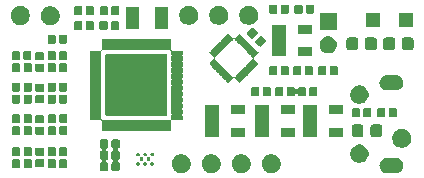
<source format=gbr>
G04 #@! TF.GenerationSoftware,KiCad,Pcbnew,(5.1.2-1)-1*
G04 #@! TF.CreationDate,2020-01-07T18:23:05-05:00*
G04 #@! TF.ProjectId,ARBO Mini,4152424f-204d-4696-9e69-2e6b69636164,rev?*
G04 #@! TF.SameCoordinates,Original*
G04 #@! TF.FileFunction,Soldermask,Bot*
G04 #@! TF.FilePolarity,Negative*
%FSLAX46Y46*%
G04 Gerber Fmt 4.6, Leading zero omitted, Abs format (unit mm)*
G04 Created by KiCad (PCBNEW (5.1.2-1)-1) date 2020-01-07 18:23:05*
%MOMM*%
%LPD*%
G04 APERTURE LIST*
%ADD10C,0.100000*%
G04 APERTURE END LIST*
D10*
G36*
X138843855Y-66814540D02*
G01*
X138907618Y-66820820D01*
X138998404Y-66848360D01*
X139030336Y-66858046D01*
X139143425Y-66918494D01*
X139242554Y-66999846D01*
X139323906Y-67098975D01*
X139384354Y-67212064D01*
X139390131Y-67231108D01*
X139421580Y-67334782D01*
X139434149Y-67462400D01*
X139421580Y-67590018D01*
X139408980Y-67631553D01*
X139384354Y-67712736D01*
X139323906Y-67825825D01*
X139242554Y-67924954D01*
X139143425Y-68006306D01*
X139030336Y-68066754D01*
X138998404Y-68076440D01*
X138907618Y-68103980D01*
X138843855Y-68110260D01*
X138811974Y-68113400D01*
X138048026Y-68113400D01*
X138016145Y-68110260D01*
X137952382Y-68103980D01*
X137861596Y-68076440D01*
X137829664Y-68066754D01*
X137716575Y-68006306D01*
X137617446Y-67924954D01*
X137536094Y-67825825D01*
X137475646Y-67712736D01*
X137451020Y-67631553D01*
X137438420Y-67590018D01*
X137425851Y-67462400D01*
X137438420Y-67334782D01*
X137469869Y-67231108D01*
X137475646Y-67212064D01*
X137536094Y-67098975D01*
X137617446Y-66999846D01*
X137716575Y-66918494D01*
X137829664Y-66858046D01*
X137861596Y-66848360D01*
X137952382Y-66820820D01*
X138016145Y-66814540D01*
X138048026Y-66811400D01*
X138811974Y-66811400D01*
X138843855Y-66814540D01*
X138843855Y-66814540D01*
G37*
G36*
X128503642Y-66539781D02*
G01*
X128649414Y-66600162D01*
X128649416Y-66600163D01*
X128780608Y-66687822D01*
X128892178Y-66799392D01*
X128977423Y-66926971D01*
X128979838Y-66930586D01*
X129040219Y-67076358D01*
X129071000Y-67231107D01*
X129071000Y-67388893D01*
X129040219Y-67543642D01*
X128988778Y-67667831D01*
X128979837Y-67689416D01*
X128892178Y-67820608D01*
X128780608Y-67932178D01*
X128649416Y-68019837D01*
X128649415Y-68019838D01*
X128649414Y-68019838D01*
X128503642Y-68080219D01*
X128348893Y-68111000D01*
X128191107Y-68111000D01*
X128036358Y-68080219D01*
X127890586Y-68019838D01*
X127890585Y-68019838D01*
X127890584Y-68019837D01*
X127759392Y-67932178D01*
X127647822Y-67820608D01*
X127560163Y-67689416D01*
X127551222Y-67667831D01*
X127499781Y-67543642D01*
X127469000Y-67388893D01*
X127469000Y-67231107D01*
X127499781Y-67076358D01*
X127560162Y-66930586D01*
X127562577Y-66926971D01*
X127647822Y-66799392D01*
X127759392Y-66687822D01*
X127890584Y-66600163D01*
X127890586Y-66600162D01*
X128036358Y-66539781D01*
X128191107Y-66509000D01*
X128348893Y-66509000D01*
X128503642Y-66539781D01*
X128503642Y-66539781D01*
G37*
G36*
X125963642Y-66539781D02*
G01*
X126109414Y-66600162D01*
X126109416Y-66600163D01*
X126240608Y-66687822D01*
X126352178Y-66799392D01*
X126437423Y-66926971D01*
X126439838Y-66930586D01*
X126500219Y-67076358D01*
X126531000Y-67231107D01*
X126531000Y-67388893D01*
X126500219Y-67543642D01*
X126448778Y-67667831D01*
X126439837Y-67689416D01*
X126352178Y-67820608D01*
X126240608Y-67932178D01*
X126109416Y-68019837D01*
X126109415Y-68019838D01*
X126109414Y-68019838D01*
X125963642Y-68080219D01*
X125808893Y-68111000D01*
X125651107Y-68111000D01*
X125496358Y-68080219D01*
X125350586Y-68019838D01*
X125350585Y-68019838D01*
X125350584Y-68019837D01*
X125219392Y-67932178D01*
X125107822Y-67820608D01*
X125020163Y-67689416D01*
X125011222Y-67667831D01*
X124959781Y-67543642D01*
X124929000Y-67388893D01*
X124929000Y-67231107D01*
X124959781Y-67076358D01*
X125020162Y-66930586D01*
X125022577Y-66926971D01*
X125107822Y-66799392D01*
X125219392Y-66687822D01*
X125350584Y-66600163D01*
X125350586Y-66600162D01*
X125496358Y-66539781D01*
X125651107Y-66509000D01*
X125808893Y-66509000D01*
X125963642Y-66539781D01*
X125963642Y-66539781D01*
G37*
G36*
X123423642Y-66539781D02*
G01*
X123569414Y-66600162D01*
X123569416Y-66600163D01*
X123700608Y-66687822D01*
X123812178Y-66799392D01*
X123897423Y-66926971D01*
X123899838Y-66930586D01*
X123960219Y-67076358D01*
X123991000Y-67231107D01*
X123991000Y-67388893D01*
X123960219Y-67543642D01*
X123908778Y-67667831D01*
X123899837Y-67689416D01*
X123812178Y-67820608D01*
X123700608Y-67932178D01*
X123569416Y-68019837D01*
X123569415Y-68019838D01*
X123569414Y-68019838D01*
X123423642Y-68080219D01*
X123268893Y-68111000D01*
X123111107Y-68111000D01*
X122956358Y-68080219D01*
X122810586Y-68019838D01*
X122810585Y-68019838D01*
X122810584Y-68019837D01*
X122679392Y-67932178D01*
X122567822Y-67820608D01*
X122480163Y-67689416D01*
X122471222Y-67667831D01*
X122419781Y-67543642D01*
X122389000Y-67388893D01*
X122389000Y-67231107D01*
X122419781Y-67076358D01*
X122480162Y-66930586D01*
X122482577Y-66926971D01*
X122567822Y-66799392D01*
X122679392Y-66687822D01*
X122810584Y-66600163D01*
X122810586Y-66600162D01*
X122956358Y-66539781D01*
X123111107Y-66509000D01*
X123268893Y-66509000D01*
X123423642Y-66539781D01*
X123423642Y-66539781D01*
G37*
G36*
X120883642Y-66539781D02*
G01*
X121029414Y-66600162D01*
X121029416Y-66600163D01*
X121160608Y-66687822D01*
X121272178Y-66799392D01*
X121357423Y-66926971D01*
X121359838Y-66930586D01*
X121420219Y-67076358D01*
X121451000Y-67231107D01*
X121451000Y-67388893D01*
X121420219Y-67543642D01*
X121368778Y-67667831D01*
X121359837Y-67689416D01*
X121272178Y-67820608D01*
X121160608Y-67932178D01*
X121029416Y-68019837D01*
X121029415Y-68019838D01*
X121029414Y-68019838D01*
X120883642Y-68080219D01*
X120728893Y-68111000D01*
X120571107Y-68111000D01*
X120416358Y-68080219D01*
X120270586Y-68019838D01*
X120270585Y-68019838D01*
X120270584Y-68019837D01*
X120139392Y-67932178D01*
X120027822Y-67820608D01*
X119940163Y-67689416D01*
X119931222Y-67667831D01*
X119879781Y-67543642D01*
X119849000Y-67388893D01*
X119849000Y-67231107D01*
X119879781Y-67076358D01*
X119940162Y-66930586D01*
X119942577Y-66926971D01*
X120027822Y-66799392D01*
X120139392Y-66687822D01*
X120270584Y-66600163D01*
X120270586Y-66600162D01*
X120416358Y-66539781D01*
X120571107Y-66509000D01*
X120728893Y-66509000D01*
X120883642Y-66539781D01*
X120883642Y-66539781D01*
G37*
G36*
X115344338Y-65265316D02*
G01*
X115364957Y-65271571D01*
X115383953Y-65281724D01*
X115400608Y-65295392D01*
X115414276Y-65312047D01*
X115424429Y-65331043D01*
X115430684Y-65351662D01*
X115433400Y-65379240D01*
X115433400Y-65887960D01*
X115430684Y-65915538D01*
X115424429Y-65936157D01*
X115414276Y-65955153D01*
X115400608Y-65971808D01*
X115383953Y-65985476D01*
X115364956Y-65995630D01*
X115361814Y-65996583D01*
X115339175Y-66005960D01*
X115318800Y-66019574D01*
X115301473Y-66036901D01*
X115287859Y-66057275D01*
X115278482Y-66079914D01*
X115273701Y-66103947D01*
X115273701Y-66128451D01*
X115278481Y-66152484D01*
X115287858Y-66175123D01*
X115301472Y-66195498D01*
X115318799Y-66212825D01*
X115339173Y-66226439D01*
X115361814Y-66235817D01*
X115364956Y-66236770D01*
X115383953Y-66246924D01*
X115400608Y-66260592D01*
X115414276Y-66277247D01*
X115424429Y-66296243D01*
X115430684Y-66316862D01*
X115433400Y-66344440D01*
X115433400Y-66853160D01*
X115430684Y-66880738D01*
X115424429Y-66901357D01*
X115414276Y-66920353D01*
X115400608Y-66937008D01*
X115383953Y-66950676D01*
X115364956Y-66960830D01*
X115361814Y-66961783D01*
X115339175Y-66971160D01*
X115318800Y-66984774D01*
X115301473Y-67002101D01*
X115287859Y-67022475D01*
X115278482Y-67045114D01*
X115273701Y-67069147D01*
X115273701Y-67093651D01*
X115278481Y-67117684D01*
X115287858Y-67140323D01*
X115301472Y-67160698D01*
X115318799Y-67178025D01*
X115339173Y-67191639D01*
X115361814Y-67201017D01*
X115364956Y-67201970D01*
X115383953Y-67212124D01*
X115400608Y-67225792D01*
X115414276Y-67242447D01*
X115424429Y-67261443D01*
X115430684Y-67282062D01*
X115433400Y-67309640D01*
X115433400Y-67818360D01*
X115430684Y-67845938D01*
X115424429Y-67866557D01*
X115414276Y-67885553D01*
X115400608Y-67902208D01*
X115383953Y-67915876D01*
X115364957Y-67926029D01*
X115344338Y-67932284D01*
X115316760Y-67935000D01*
X114858040Y-67935000D01*
X114830462Y-67932284D01*
X114809843Y-67926029D01*
X114790847Y-67915876D01*
X114774192Y-67902208D01*
X114760524Y-67885553D01*
X114750371Y-67866557D01*
X114744116Y-67845938D01*
X114741400Y-67818360D01*
X114741400Y-67309640D01*
X114744116Y-67282062D01*
X114750371Y-67261443D01*
X114760524Y-67242447D01*
X114774192Y-67225792D01*
X114790847Y-67212124D01*
X114809844Y-67201970D01*
X114812986Y-67201017D01*
X114835625Y-67191640D01*
X114856000Y-67178026D01*
X114873327Y-67160699D01*
X114886941Y-67140325D01*
X114896318Y-67117686D01*
X114901099Y-67093653D01*
X114901099Y-67069149D01*
X114896319Y-67045116D01*
X114886942Y-67022477D01*
X114873328Y-67002102D01*
X114856001Y-66984775D01*
X114835627Y-66971161D01*
X114812986Y-66961783D01*
X114809844Y-66960830D01*
X114790847Y-66950676D01*
X114774192Y-66937008D01*
X114760524Y-66920353D01*
X114750371Y-66901357D01*
X114744116Y-66880738D01*
X114741400Y-66853160D01*
X114741400Y-66344440D01*
X114744116Y-66316862D01*
X114750371Y-66296243D01*
X114760524Y-66277247D01*
X114774192Y-66260592D01*
X114790847Y-66246924D01*
X114809844Y-66236770D01*
X114812986Y-66235817D01*
X114835625Y-66226440D01*
X114856000Y-66212826D01*
X114873327Y-66195499D01*
X114886941Y-66175125D01*
X114896318Y-66152486D01*
X114901099Y-66128453D01*
X114901099Y-66103949D01*
X114896319Y-66079916D01*
X114886942Y-66057277D01*
X114873328Y-66036902D01*
X114856001Y-66019575D01*
X114835627Y-66005961D01*
X114812986Y-65996583D01*
X114809844Y-65995630D01*
X114790847Y-65985476D01*
X114774192Y-65971808D01*
X114760524Y-65955153D01*
X114750371Y-65936157D01*
X114744116Y-65915538D01*
X114741400Y-65887960D01*
X114741400Y-65379240D01*
X114744116Y-65351662D01*
X114750371Y-65331043D01*
X114760524Y-65312047D01*
X114774192Y-65295392D01*
X114790847Y-65281724D01*
X114809843Y-65271571D01*
X114830462Y-65265316D01*
X114858040Y-65262600D01*
X115316760Y-65262600D01*
X115344338Y-65265316D01*
X115344338Y-65265316D01*
G37*
G36*
X114374338Y-65265316D02*
G01*
X114394957Y-65271571D01*
X114413953Y-65281724D01*
X114430608Y-65295392D01*
X114444276Y-65312047D01*
X114454429Y-65331043D01*
X114460684Y-65351662D01*
X114463400Y-65379240D01*
X114463400Y-65887960D01*
X114460684Y-65915538D01*
X114454429Y-65936157D01*
X114444276Y-65955153D01*
X114430608Y-65971808D01*
X114413953Y-65985476D01*
X114394956Y-65995630D01*
X114391814Y-65996583D01*
X114369175Y-66005960D01*
X114348800Y-66019574D01*
X114331473Y-66036901D01*
X114317859Y-66057275D01*
X114308482Y-66079914D01*
X114303701Y-66103947D01*
X114303701Y-66128451D01*
X114308481Y-66152484D01*
X114317858Y-66175123D01*
X114331472Y-66195498D01*
X114348799Y-66212825D01*
X114369173Y-66226439D01*
X114391814Y-66235817D01*
X114394956Y-66236770D01*
X114413953Y-66246924D01*
X114430608Y-66260592D01*
X114444276Y-66277247D01*
X114454429Y-66296243D01*
X114460684Y-66316862D01*
X114463400Y-66344440D01*
X114463400Y-66853160D01*
X114460684Y-66880738D01*
X114454429Y-66901357D01*
X114444276Y-66920353D01*
X114430608Y-66937008D01*
X114413953Y-66950676D01*
X114394956Y-66960830D01*
X114391814Y-66961783D01*
X114369175Y-66971160D01*
X114348800Y-66984774D01*
X114331473Y-67002101D01*
X114317859Y-67022475D01*
X114308482Y-67045114D01*
X114303701Y-67069147D01*
X114303701Y-67093651D01*
X114308481Y-67117684D01*
X114317858Y-67140323D01*
X114331472Y-67160698D01*
X114348799Y-67178025D01*
X114369173Y-67191639D01*
X114391814Y-67201017D01*
X114394956Y-67201970D01*
X114413953Y-67212124D01*
X114430608Y-67225792D01*
X114444276Y-67242447D01*
X114454429Y-67261443D01*
X114460684Y-67282062D01*
X114463400Y-67309640D01*
X114463400Y-67818360D01*
X114460684Y-67845938D01*
X114454429Y-67866557D01*
X114444276Y-67885553D01*
X114430608Y-67902208D01*
X114413953Y-67915876D01*
X114394957Y-67926029D01*
X114374338Y-67932284D01*
X114346760Y-67935000D01*
X113888040Y-67935000D01*
X113860462Y-67932284D01*
X113839843Y-67926029D01*
X113820847Y-67915876D01*
X113804192Y-67902208D01*
X113790524Y-67885553D01*
X113780371Y-67866557D01*
X113774116Y-67845938D01*
X113771400Y-67818360D01*
X113771400Y-67309640D01*
X113774116Y-67282062D01*
X113780371Y-67261443D01*
X113790524Y-67242447D01*
X113804192Y-67225792D01*
X113820847Y-67212124D01*
X113839844Y-67201970D01*
X113842986Y-67201017D01*
X113865625Y-67191640D01*
X113886000Y-67178026D01*
X113903327Y-67160699D01*
X113916941Y-67140325D01*
X113926318Y-67117686D01*
X113931099Y-67093653D01*
X113931099Y-67069149D01*
X113926319Y-67045116D01*
X113916942Y-67022477D01*
X113903328Y-67002102D01*
X113886001Y-66984775D01*
X113865627Y-66971161D01*
X113842986Y-66961783D01*
X113839844Y-66960830D01*
X113820847Y-66950676D01*
X113804192Y-66937008D01*
X113790524Y-66920353D01*
X113780371Y-66901357D01*
X113774116Y-66880738D01*
X113771400Y-66853160D01*
X113771400Y-66344440D01*
X113774116Y-66316862D01*
X113780371Y-66296243D01*
X113790524Y-66277247D01*
X113804192Y-66260592D01*
X113820847Y-66246924D01*
X113839844Y-66236770D01*
X113842986Y-66235817D01*
X113865625Y-66226440D01*
X113886000Y-66212826D01*
X113903327Y-66195499D01*
X113916941Y-66175125D01*
X113926318Y-66152486D01*
X113931099Y-66128453D01*
X113931099Y-66103949D01*
X113926319Y-66079916D01*
X113916942Y-66057277D01*
X113903328Y-66036902D01*
X113886001Y-66019575D01*
X113865627Y-66005961D01*
X113842986Y-65996583D01*
X113839844Y-65995630D01*
X113820847Y-65985476D01*
X113804192Y-65971808D01*
X113790524Y-65955153D01*
X113780371Y-65936157D01*
X113774116Y-65915538D01*
X113771400Y-65887960D01*
X113771400Y-65379240D01*
X113774116Y-65351662D01*
X113780371Y-65331043D01*
X113790524Y-65312047D01*
X113804192Y-65295392D01*
X113820847Y-65281724D01*
X113839843Y-65271571D01*
X113860462Y-65265316D01*
X113888040Y-65262600D01*
X114346760Y-65262600D01*
X114374338Y-65265316D01*
X114374338Y-65265316D01*
G37*
G36*
X110904138Y-66941716D02*
G01*
X110924757Y-66947971D01*
X110943753Y-66958124D01*
X110960408Y-66971792D01*
X110974076Y-66988447D01*
X110984229Y-67007443D01*
X110990484Y-67028062D01*
X110993200Y-67055640D01*
X110993200Y-67564360D01*
X110990484Y-67591938D01*
X110984229Y-67612557D01*
X110974076Y-67631553D01*
X110960408Y-67648208D01*
X110943753Y-67661876D01*
X110924757Y-67672029D01*
X110904138Y-67678284D01*
X110876560Y-67681000D01*
X110417840Y-67681000D01*
X110390262Y-67678284D01*
X110369643Y-67672029D01*
X110350647Y-67661876D01*
X110333992Y-67648208D01*
X110320324Y-67631553D01*
X110310171Y-67612557D01*
X110303916Y-67591938D01*
X110301200Y-67564360D01*
X110301200Y-67055640D01*
X110303916Y-67028062D01*
X110310171Y-67007443D01*
X110320324Y-66988447D01*
X110333992Y-66971792D01*
X110350647Y-66958124D01*
X110369643Y-66947971D01*
X110390262Y-66941716D01*
X110417840Y-66939000D01*
X110876560Y-66939000D01*
X110904138Y-66941716D01*
X110904138Y-66941716D01*
G37*
G36*
X109934138Y-66941716D02*
G01*
X109954757Y-66947971D01*
X109973753Y-66958124D01*
X109990408Y-66971792D01*
X110004076Y-66988447D01*
X110014229Y-67007443D01*
X110020484Y-67028062D01*
X110023200Y-67055640D01*
X110023200Y-67564360D01*
X110020484Y-67591938D01*
X110014229Y-67612557D01*
X110004076Y-67631553D01*
X109990408Y-67648208D01*
X109973753Y-67661876D01*
X109954757Y-67672029D01*
X109934138Y-67678284D01*
X109906560Y-67681000D01*
X109447840Y-67681000D01*
X109420262Y-67678284D01*
X109399643Y-67672029D01*
X109380647Y-67661876D01*
X109363992Y-67648208D01*
X109350324Y-67631553D01*
X109340171Y-67612557D01*
X109333916Y-67591938D01*
X109331200Y-67564360D01*
X109331200Y-67055640D01*
X109333916Y-67028062D01*
X109340171Y-67007443D01*
X109350324Y-66988447D01*
X109363992Y-66971792D01*
X109380647Y-66958124D01*
X109399643Y-66947971D01*
X109420262Y-66941716D01*
X109447840Y-66939000D01*
X109906560Y-66939000D01*
X109934138Y-66941716D01*
X109934138Y-66941716D01*
G37*
G36*
X107902138Y-66941716D02*
G01*
X107922757Y-66947971D01*
X107941753Y-66958124D01*
X107958408Y-66971792D01*
X107972076Y-66988447D01*
X107982229Y-67007443D01*
X107988484Y-67028062D01*
X107991200Y-67055640D01*
X107991200Y-67564360D01*
X107988484Y-67591938D01*
X107982229Y-67612557D01*
X107972076Y-67631553D01*
X107958408Y-67648208D01*
X107941753Y-67661876D01*
X107922757Y-67672029D01*
X107902138Y-67678284D01*
X107874560Y-67681000D01*
X107415840Y-67681000D01*
X107388262Y-67678284D01*
X107367643Y-67672029D01*
X107348647Y-67661876D01*
X107331992Y-67648208D01*
X107318324Y-67631553D01*
X107308171Y-67612557D01*
X107301916Y-67591938D01*
X107299200Y-67564360D01*
X107299200Y-67055640D01*
X107301916Y-67028062D01*
X107308171Y-67007443D01*
X107318324Y-66988447D01*
X107331992Y-66971792D01*
X107348647Y-66958124D01*
X107367643Y-66947971D01*
X107388262Y-66941716D01*
X107415840Y-66939000D01*
X107874560Y-66939000D01*
X107902138Y-66941716D01*
X107902138Y-66941716D01*
G37*
G36*
X106932138Y-66941716D02*
G01*
X106952757Y-66947971D01*
X106971753Y-66958124D01*
X106988408Y-66971792D01*
X107002076Y-66988447D01*
X107012229Y-67007443D01*
X107018484Y-67028062D01*
X107021200Y-67055640D01*
X107021200Y-67564360D01*
X107018484Y-67591938D01*
X107012229Y-67612557D01*
X107002076Y-67631553D01*
X106988408Y-67648208D01*
X106971753Y-67661876D01*
X106952757Y-67672029D01*
X106932138Y-67678284D01*
X106904560Y-67681000D01*
X106445840Y-67681000D01*
X106418262Y-67678284D01*
X106397643Y-67672029D01*
X106378647Y-67661876D01*
X106361992Y-67648208D01*
X106348324Y-67631553D01*
X106338171Y-67612557D01*
X106331916Y-67591938D01*
X106329200Y-67564360D01*
X106329200Y-67055640D01*
X106331916Y-67028062D01*
X106338171Y-67007443D01*
X106348324Y-66988447D01*
X106361992Y-66971792D01*
X106378647Y-66958124D01*
X106397643Y-66947971D01*
X106418262Y-66941716D01*
X106445840Y-66939000D01*
X106904560Y-66939000D01*
X106932138Y-66941716D01*
X106932138Y-66941716D01*
G37*
G36*
X108943138Y-66920716D02*
G01*
X108963757Y-66926971D01*
X108982753Y-66937124D01*
X108999408Y-66950792D01*
X109013076Y-66967447D01*
X109023229Y-66986443D01*
X109029484Y-67007062D01*
X109032200Y-67034640D01*
X109032200Y-67493360D01*
X109029484Y-67520938D01*
X109023229Y-67541557D01*
X109013076Y-67560553D01*
X108999408Y-67577208D01*
X108982753Y-67590876D01*
X108963757Y-67601029D01*
X108943138Y-67607284D01*
X108915560Y-67610000D01*
X108406840Y-67610000D01*
X108379262Y-67607284D01*
X108358643Y-67601029D01*
X108339647Y-67590876D01*
X108322992Y-67577208D01*
X108309324Y-67560553D01*
X108299171Y-67541557D01*
X108292916Y-67520938D01*
X108290200Y-67493360D01*
X108290200Y-67034640D01*
X108292916Y-67007062D01*
X108299171Y-66986443D01*
X108309324Y-66967447D01*
X108322992Y-66950792D01*
X108339647Y-66937124D01*
X108358643Y-66926971D01*
X108379262Y-66920716D01*
X108406840Y-66918000D01*
X108915560Y-66918000D01*
X108943138Y-66920716D01*
X108943138Y-66920716D01*
G37*
G36*
X118061845Y-67156048D02*
G01*
X118083455Y-67167600D01*
X118106904Y-67174713D01*
X118131290Y-67177115D01*
X118155674Y-67174713D01*
X118164955Y-67172868D01*
X118171327Y-67171600D01*
X118201072Y-67171600D01*
X118230245Y-67177402D01*
X118257725Y-67188785D01*
X118282457Y-67205310D01*
X118303490Y-67226343D01*
X118320015Y-67251075D01*
X118331398Y-67278555D01*
X118337200Y-67307728D01*
X118337200Y-67337472D01*
X118331398Y-67366645D01*
X118320015Y-67394125D01*
X118303490Y-67418857D01*
X118282457Y-67439890D01*
X118257725Y-67456415D01*
X118230245Y-67467798D01*
X118201072Y-67473600D01*
X118171328Y-67473600D01*
X118142155Y-67467798D01*
X118114675Y-67456415D01*
X118089943Y-67439890D01*
X118068910Y-67418857D01*
X118052385Y-67394125D01*
X118041002Y-67366645D01*
X118035200Y-67337472D01*
X118035200Y-67307728D01*
X118041002Y-67278555D01*
X118052385Y-67251075D01*
X118052389Y-67251069D01*
X118056593Y-67240920D01*
X118063706Y-67217471D01*
X118066108Y-67193085D01*
X118063706Y-67168699D01*
X118059213Y-67153888D01*
X118061845Y-67156048D01*
X118061845Y-67156048D01*
G37*
G36*
X117461845Y-67156048D02*
G01*
X117483455Y-67167600D01*
X117506904Y-67174713D01*
X117531290Y-67177115D01*
X117555674Y-67174713D01*
X117564955Y-67172868D01*
X117571327Y-67171600D01*
X117601073Y-67171600D01*
X117607445Y-67172868D01*
X117616726Y-67174713D01*
X117641109Y-67177115D01*
X117665495Y-67174713D01*
X117688944Y-67167600D01*
X117710555Y-67156049D01*
X117713186Y-67153890D01*
X117708694Y-67168698D01*
X117706292Y-67193084D01*
X117708694Y-67217470D01*
X117715807Y-67240920D01*
X117720011Y-67251069D01*
X117720015Y-67251075D01*
X117731398Y-67278555D01*
X117737200Y-67307728D01*
X117737200Y-67337472D01*
X117731398Y-67366645D01*
X117720015Y-67394125D01*
X117703490Y-67418857D01*
X117682457Y-67439890D01*
X117657725Y-67456415D01*
X117630245Y-67467798D01*
X117601072Y-67473600D01*
X117571328Y-67473600D01*
X117542155Y-67467798D01*
X117514675Y-67456415D01*
X117489943Y-67439890D01*
X117468910Y-67418857D01*
X117452385Y-67394125D01*
X117441002Y-67366645D01*
X117435200Y-67337472D01*
X117435200Y-67307728D01*
X117441002Y-67278555D01*
X117452385Y-67251075D01*
X117452389Y-67251069D01*
X117456593Y-67240920D01*
X117463706Y-67217471D01*
X117466108Y-67193085D01*
X117463706Y-67168699D01*
X117459213Y-67153888D01*
X117461845Y-67156048D01*
X117461845Y-67156048D01*
G37*
G36*
X117108694Y-67168698D02*
G01*
X117106292Y-67193084D01*
X117108694Y-67217470D01*
X117115807Y-67240920D01*
X117120011Y-67251069D01*
X117120015Y-67251075D01*
X117131398Y-67278555D01*
X117137200Y-67307728D01*
X117137200Y-67337472D01*
X117131398Y-67366645D01*
X117120015Y-67394125D01*
X117103490Y-67418857D01*
X117082457Y-67439890D01*
X117057725Y-67456415D01*
X117030245Y-67467798D01*
X117001072Y-67473600D01*
X116971328Y-67473600D01*
X116942155Y-67467798D01*
X116914675Y-67456415D01*
X116889943Y-67439890D01*
X116868910Y-67418857D01*
X116852385Y-67394125D01*
X116841002Y-67366645D01*
X116835200Y-67337472D01*
X116835200Y-67307728D01*
X116841002Y-67278555D01*
X116852385Y-67251075D01*
X116868910Y-67226343D01*
X116889943Y-67205310D01*
X116914675Y-67188785D01*
X116942155Y-67177402D01*
X116971328Y-67171600D01*
X117001073Y-67171600D01*
X117007445Y-67172868D01*
X117016726Y-67174713D01*
X117041109Y-67177115D01*
X117065495Y-67174713D01*
X117088944Y-67167600D01*
X117110555Y-67156049D01*
X117113186Y-67153890D01*
X117108694Y-67168698D01*
X117108694Y-67168698D01*
G37*
G36*
X135956348Y-65716220D02*
G01*
X135956350Y-65716221D01*
X135956351Y-65716221D01*
X136097574Y-65774717D01*
X136097577Y-65774719D01*
X136224669Y-65859639D01*
X136332761Y-65967731D01*
X136395916Y-66062249D01*
X136417683Y-66094826D01*
X136472198Y-66226439D01*
X136476180Y-66236052D01*
X136506000Y-66385969D01*
X136506000Y-66538831D01*
X136478616Y-66676502D01*
X136476179Y-66688751D01*
X136417683Y-66829974D01*
X136417681Y-66829977D01*
X136332761Y-66957069D01*
X136224669Y-67065161D01*
X136112181Y-67140323D01*
X136097574Y-67150083D01*
X135956351Y-67208579D01*
X135956350Y-67208579D01*
X135956348Y-67208580D01*
X135806431Y-67238400D01*
X135653569Y-67238400D01*
X135503652Y-67208580D01*
X135503650Y-67208579D01*
X135503649Y-67208579D01*
X135362426Y-67150083D01*
X135347819Y-67140323D01*
X135235331Y-67065161D01*
X135127239Y-66957069D01*
X135042319Y-66829977D01*
X135042317Y-66829974D01*
X134983821Y-66688751D01*
X134981385Y-66676502D01*
X134954000Y-66538831D01*
X134954000Y-66385969D01*
X134983820Y-66236052D01*
X134987802Y-66226439D01*
X135042317Y-66094826D01*
X135064084Y-66062249D01*
X135127239Y-65967731D01*
X135235331Y-65859639D01*
X135362423Y-65774719D01*
X135362426Y-65774717D01*
X135503649Y-65716221D01*
X135503650Y-65716221D01*
X135503652Y-65716220D01*
X135653569Y-65686400D01*
X135806431Y-65686400D01*
X135956348Y-65716220D01*
X135956348Y-65716220D01*
G37*
G36*
X117161845Y-66756048D02*
G01*
X117183455Y-66767600D01*
X117206904Y-66774713D01*
X117231290Y-66777115D01*
X117255674Y-66774713D01*
X117264955Y-66772868D01*
X117271327Y-66771600D01*
X117301073Y-66771600D01*
X117307445Y-66772868D01*
X117316726Y-66774713D01*
X117341109Y-66777115D01*
X117365495Y-66774713D01*
X117388944Y-66767600D01*
X117410555Y-66756049D01*
X117413186Y-66753890D01*
X117408694Y-66768698D01*
X117406292Y-66793084D01*
X117408694Y-66817470D01*
X117415807Y-66840920D01*
X117420011Y-66851069D01*
X117420015Y-66851075D01*
X117431398Y-66878555D01*
X117437200Y-66907728D01*
X117437200Y-66937472D01*
X117431398Y-66966645D01*
X117420015Y-66994125D01*
X117420011Y-66994131D01*
X117415807Y-67004280D01*
X117408694Y-67027729D01*
X117406292Y-67052115D01*
X117408694Y-67076501D01*
X117413187Y-67091312D01*
X117410555Y-67089152D01*
X117388945Y-67077600D01*
X117365496Y-67070487D01*
X117341110Y-67068085D01*
X117316726Y-67070487D01*
X117307445Y-67072332D01*
X117301073Y-67073600D01*
X117271327Y-67073600D01*
X117264955Y-67072332D01*
X117255674Y-67070487D01*
X117231291Y-67068085D01*
X117206905Y-67070487D01*
X117183456Y-67077600D01*
X117161845Y-67089151D01*
X117159214Y-67091310D01*
X117163706Y-67076502D01*
X117166108Y-67052116D01*
X117163706Y-67027730D01*
X117156593Y-67004280D01*
X117152389Y-66994131D01*
X117152385Y-66994125D01*
X117141002Y-66966645D01*
X117135200Y-66937472D01*
X117135200Y-66907728D01*
X117141002Y-66878555D01*
X117152385Y-66851075D01*
X117152389Y-66851069D01*
X117156593Y-66840920D01*
X117163706Y-66817471D01*
X117166108Y-66793085D01*
X117163706Y-66768699D01*
X117159213Y-66753888D01*
X117161845Y-66756048D01*
X117161845Y-66756048D01*
G37*
G36*
X117761845Y-66756048D02*
G01*
X117783455Y-66767600D01*
X117806904Y-66774713D01*
X117831290Y-66777115D01*
X117855674Y-66774713D01*
X117864955Y-66772868D01*
X117871327Y-66771600D01*
X117901073Y-66771600D01*
X117907445Y-66772868D01*
X117916726Y-66774713D01*
X117941109Y-66777115D01*
X117965495Y-66774713D01*
X117988944Y-66767600D01*
X118010555Y-66756049D01*
X118013186Y-66753890D01*
X118008694Y-66768698D01*
X118006292Y-66793084D01*
X118008694Y-66817470D01*
X118015807Y-66840920D01*
X118020011Y-66851069D01*
X118020015Y-66851075D01*
X118031398Y-66878555D01*
X118037200Y-66907728D01*
X118037200Y-66937472D01*
X118031398Y-66966645D01*
X118020015Y-66994125D01*
X118020011Y-66994131D01*
X118015807Y-67004280D01*
X118008694Y-67027729D01*
X118006292Y-67052115D01*
X118008694Y-67076501D01*
X118013187Y-67091312D01*
X118010555Y-67089152D01*
X117988945Y-67077600D01*
X117965496Y-67070487D01*
X117941110Y-67068085D01*
X117916726Y-67070487D01*
X117907445Y-67072332D01*
X117901073Y-67073600D01*
X117871327Y-67073600D01*
X117864955Y-67072332D01*
X117855674Y-67070487D01*
X117831291Y-67068085D01*
X117806905Y-67070487D01*
X117783456Y-67077600D01*
X117761845Y-67089151D01*
X117759214Y-67091310D01*
X117763706Y-67076502D01*
X117766108Y-67052116D01*
X117763706Y-67027730D01*
X117756593Y-67004280D01*
X117752389Y-66994131D01*
X117752385Y-66994125D01*
X117741002Y-66966645D01*
X117735200Y-66937472D01*
X117735200Y-66907728D01*
X117741002Y-66878555D01*
X117752385Y-66851075D01*
X117752389Y-66851069D01*
X117756593Y-66840920D01*
X117763706Y-66817471D01*
X117766108Y-66793085D01*
X117763706Y-66768699D01*
X117759213Y-66753888D01*
X117761845Y-66756048D01*
X117761845Y-66756048D01*
G37*
G36*
X117630245Y-66377402D02*
G01*
X117657725Y-66388785D01*
X117682457Y-66405310D01*
X117703490Y-66426343D01*
X117720015Y-66451075D01*
X117731398Y-66478555D01*
X117737200Y-66507728D01*
X117737200Y-66537472D01*
X117731398Y-66566645D01*
X117720015Y-66594125D01*
X117720011Y-66594131D01*
X117715807Y-66604280D01*
X117708694Y-66627729D01*
X117706292Y-66652115D01*
X117708694Y-66676501D01*
X117713187Y-66691312D01*
X117710555Y-66689152D01*
X117688945Y-66677600D01*
X117665496Y-66670487D01*
X117641110Y-66668085D01*
X117616726Y-66670487D01*
X117607445Y-66672332D01*
X117601073Y-66673600D01*
X117571327Y-66673600D01*
X117564955Y-66672332D01*
X117555674Y-66670487D01*
X117531291Y-66668085D01*
X117506905Y-66670487D01*
X117483456Y-66677600D01*
X117461845Y-66689151D01*
X117459214Y-66691310D01*
X117463706Y-66676502D01*
X117466108Y-66652116D01*
X117463706Y-66627730D01*
X117456593Y-66604280D01*
X117452389Y-66594131D01*
X117452385Y-66594125D01*
X117441002Y-66566645D01*
X117435200Y-66537472D01*
X117435200Y-66507728D01*
X117441002Y-66478555D01*
X117452385Y-66451075D01*
X117468910Y-66426343D01*
X117489943Y-66405310D01*
X117514675Y-66388785D01*
X117542155Y-66377402D01*
X117571328Y-66371600D01*
X117601072Y-66371600D01*
X117630245Y-66377402D01*
X117630245Y-66377402D01*
G37*
G36*
X117030245Y-66377402D02*
G01*
X117057725Y-66388785D01*
X117082457Y-66405310D01*
X117103490Y-66426343D01*
X117120015Y-66451075D01*
X117131398Y-66478555D01*
X117137200Y-66507728D01*
X117137200Y-66537472D01*
X117131398Y-66566645D01*
X117120015Y-66594125D01*
X117120011Y-66594131D01*
X117115807Y-66604280D01*
X117108694Y-66627729D01*
X117106292Y-66652115D01*
X117108694Y-66676501D01*
X117113187Y-66691312D01*
X117110555Y-66689152D01*
X117088945Y-66677600D01*
X117065496Y-66670487D01*
X117041110Y-66668085D01*
X117016726Y-66670487D01*
X117007445Y-66672332D01*
X117001073Y-66673600D01*
X116971328Y-66673600D01*
X116942155Y-66667798D01*
X116914675Y-66656415D01*
X116889943Y-66639890D01*
X116868910Y-66618857D01*
X116852385Y-66594125D01*
X116841002Y-66566645D01*
X116835200Y-66537472D01*
X116835200Y-66507728D01*
X116841002Y-66478555D01*
X116852385Y-66451075D01*
X116868910Y-66426343D01*
X116889943Y-66405310D01*
X116914675Y-66388785D01*
X116942155Y-66377402D01*
X116971328Y-66371600D01*
X117001072Y-66371600D01*
X117030245Y-66377402D01*
X117030245Y-66377402D01*
G37*
G36*
X118230245Y-66377402D02*
G01*
X118257725Y-66388785D01*
X118282457Y-66405310D01*
X118303490Y-66426343D01*
X118320015Y-66451075D01*
X118331398Y-66478555D01*
X118337200Y-66507728D01*
X118337200Y-66537472D01*
X118331398Y-66566645D01*
X118320015Y-66594125D01*
X118303490Y-66618857D01*
X118282457Y-66639890D01*
X118257725Y-66656415D01*
X118230245Y-66667798D01*
X118201072Y-66673600D01*
X118171327Y-66673600D01*
X118164955Y-66672332D01*
X118155674Y-66670487D01*
X118131291Y-66668085D01*
X118106905Y-66670487D01*
X118083456Y-66677600D01*
X118061845Y-66689151D01*
X118059214Y-66691310D01*
X118063706Y-66676502D01*
X118066108Y-66652116D01*
X118063706Y-66627730D01*
X118056593Y-66604280D01*
X118052389Y-66594131D01*
X118052385Y-66594125D01*
X118041002Y-66566645D01*
X118035200Y-66537472D01*
X118035200Y-66507728D01*
X118041002Y-66478555D01*
X118052385Y-66451075D01*
X118068910Y-66426343D01*
X118089943Y-66405310D01*
X118114675Y-66388785D01*
X118142155Y-66377402D01*
X118171328Y-66371600D01*
X118201072Y-66371600D01*
X118230245Y-66377402D01*
X118230245Y-66377402D01*
G37*
G36*
X110904138Y-65925716D02*
G01*
X110924757Y-65931971D01*
X110943753Y-65942124D01*
X110960408Y-65955792D01*
X110974076Y-65972447D01*
X110984229Y-65991443D01*
X110990484Y-66012062D01*
X110993200Y-66039640D01*
X110993200Y-66548360D01*
X110990484Y-66575938D01*
X110984229Y-66596557D01*
X110974076Y-66615553D01*
X110960408Y-66632208D01*
X110943753Y-66645876D01*
X110924757Y-66656029D01*
X110904138Y-66662284D01*
X110876560Y-66665000D01*
X110417840Y-66665000D01*
X110390262Y-66662284D01*
X110369643Y-66656029D01*
X110350647Y-66645876D01*
X110333992Y-66632208D01*
X110320324Y-66615553D01*
X110310171Y-66596557D01*
X110303916Y-66575938D01*
X110301200Y-66548360D01*
X110301200Y-66039640D01*
X110303916Y-66012062D01*
X110310171Y-65991443D01*
X110320324Y-65972447D01*
X110333992Y-65955792D01*
X110350647Y-65942124D01*
X110369643Y-65931971D01*
X110390262Y-65925716D01*
X110417840Y-65923000D01*
X110876560Y-65923000D01*
X110904138Y-65925716D01*
X110904138Y-65925716D01*
G37*
G36*
X109934138Y-65925716D02*
G01*
X109954757Y-65931971D01*
X109973753Y-65942124D01*
X109990408Y-65955792D01*
X110004076Y-65972447D01*
X110014229Y-65991443D01*
X110020484Y-66012062D01*
X110023200Y-66039640D01*
X110023200Y-66548360D01*
X110020484Y-66575938D01*
X110014229Y-66596557D01*
X110004076Y-66615553D01*
X109990408Y-66632208D01*
X109973753Y-66645876D01*
X109954757Y-66656029D01*
X109934138Y-66662284D01*
X109906560Y-66665000D01*
X109447840Y-66665000D01*
X109420262Y-66662284D01*
X109399643Y-66656029D01*
X109380647Y-66645876D01*
X109363992Y-66632208D01*
X109350324Y-66615553D01*
X109340171Y-66596557D01*
X109333916Y-66575938D01*
X109331200Y-66548360D01*
X109331200Y-66039640D01*
X109333916Y-66012062D01*
X109340171Y-65991443D01*
X109350324Y-65972447D01*
X109363992Y-65955792D01*
X109380647Y-65942124D01*
X109399643Y-65931971D01*
X109420262Y-65925716D01*
X109447840Y-65923000D01*
X109906560Y-65923000D01*
X109934138Y-65925716D01*
X109934138Y-65925716D01*
G37*
G36*
X107902138Y-65925716D02*
G01*
X107922757Y-65931971D01*
X107941753Y-65942124D01*
X107958408Y-65955792D01*
X107972076Y-65972447D01*
X107982229Y-65991443D01*
X107988484Y-66012062D01*
X107991200Y-66039640D01*
X107991200Y-66548360D01*
X107988484Y-66575938D01*
X107982229Y-66596557D01*
X107972076Y-66615553D01*
X107958408Y-66632208D01*
X107941753Y-66645876D01*
X107922757Y-66656029D01*
X107902138Y-66662284D01*
X107874560Y-66665000D01*
X107415840Y-66665000D01*
X107388262Y-66662284D01*
X107367643Y-66656029D01*
X107348647Y-66645876D01*
X107331992Y-66632208D01*
X107318324Y-66615553D01*
X107308171Y-66596557D01*
X107301916Y-66575938D01*
X107299200Y-66548360D01*
X107299200Y-66039640D01*
X107301916Y-66012062D01*
X107308171Y-65991443D01*
X107318324Y-65972447D01*
X107331992Y-65955792D01*
X107348647Y-65942124D01*
X107367643Y-65931971D01*
X107388262Y-65925716D01*
X107415840Y-65923000D01*
X107874560Y-65923000D01*
X107902138Y-65925716D01*
X107902138Y-65925716D01*
G37*
G36*
X106932138Y-65925716D02*
G01*
X106952757Y-65931971D01*
X106971753Y-65942124D01*
X106988408Y-65955792D01*
X107002076Y-65972447D01*
X107012229Y-65991443D01*
X107018484Y-66012062D01*
X107021200Y-66039640D01*
X107021200Y-66548360D01*
X107018484Y-66575938D01*
X107012229Y-66596557D01*
X107002076Y-66615553D01*
X106988408Y-66632208D01*
X106971753Y-66645876D01*
X106952757Y-66656029D01*
X106932138Y-66662284D01*
X106904560Y-66665000D01*
X106445840Y-66665000D01*
X106418262Y-66662284D01*
X106397643Y-66656029D01*
X106378647Y-66645876D01*
X106361992Y-66632208D01*
X106348324Y-66615553D01*
X106338171Y-66596557D01*
X106331916Y-66575938D01*
X106329200Y-66548360D01*
X106329200Y-66039640D01*
X106331916Y-66012062D01*
X106338171Y-65991443D01*
X106348324Y-65972447D01*
X106361992Y-65955792D01*
X106378647Y-65942124D01*
X106397643Y-65931971D01*
X106418262Y-65925716D01*
X106445840Y-65923000D01*
X106904560Y-65923000D01*
X106932138Y-65925716D01*
X106932138Y-65925716D01*
G37*
G36*
X108943138Y-65950716D02*
G01*
X108963757Y-65956971D01*
X108982753Y-65967124D01*
X108999408Y-65980792D01*
X109013076Y-65997447D01*
X109023229Y-66016443D01*
X109029484Y-66037062D01*
X109032200Y-66064640D01*
X109032200Y-66523360D01*
X109029484Y-66550938D01*
X109023229Y-66571557D01*
X109013076Y-66590553D01*
X108999408Y-66607208D01*
X108982753Y-66620876D01*
X108963757Y-66631029D01*
X108943138Y-66637284D01*
X108915560Y-66640000D01*
X108406840Y-66640000D01*
X108379262Y-66637284D01*
X108358643Y-66631029D01*
X108339647Y-66620876D01*
X108322992Y-66607208D01*
X108309324Y-66590553D01*
X108299171Y-66571557D01*
X108292916Y-66550938D01*
X108290200Y-66523360D01*
X108290200Y-66064640D01*
X108292916Y-66037062D01*
X108299171Y-66016443D01*
X108309324Y-65997447D01*
X108322992Y-65980792D01*
X108339647Y-65967124D01*
X108358643Y-65956971D01*
X108379262Y-65950716D01*
X108406840Y-65948000D01*
X108915560Y-65948000D01*
X108943138Y-65950716D01*
X108943138Y-65950716D01*
G37*
G36*
X139552642Y-64380781D02*
G01*
X139698414Y-64441162D01*
X139698416Y-64441163D01*
X139829608Y-64528822D01*
X139941178Y-64640392D01*
X140012912Y-64747751D01*
X140028838Y-64771586D01*
X140089219Y-64917358D01*
X140120000Y-65072107D01*
X140120000Y-65229893D01*
X140089219Y-65384642D01*
X140068111Y-65435600D01*
X140028837Y-65530416D01*
X139941178Y-65661608D01*
X139829608Y-65773178D01*
X139698416Y-65860837D01*
X139698415Y-65860838D01*
X139698414Y-65860838D01*
X139552642Y-65921219D01*
X139397893Y-65952000D01*
X139240107Y-65952000D01*
X139085358Y-65921219D01*
X138939586Y-65860838D01*
X138939585Y-65860838D01*
X138939584Y-65860837D01*
X138808392Y-65773178D01*
X138696822Y-65661608D01*
X138609163Y-65530416D01*
X138569889Y-65435600D01*
X138548781Y-65384642D01*
X138518000Y-65229893D01*
X138518000Y-65072107D01*
X138548781Y-64917358D01*
X138609162Y-64771586D01*
X138625088Y-64747751D01*
X138696822Y-64640392D01*
X138808392Y-64528822D01*
X138939584Y-64441163D01*
X138939586Y-64441162D01*
X139085358Y-64380781D01*
X139240107Y-64350000D01*
X139397893Y-64350000D01*
X139552642Y-64380781D01*
X139552642Y-64380781D01*
G37*
G36*
X135927091Y-63994085D02*
G01*
X135961069Y-64004393D01*
X135992390Y-64021134D01*
X136019839Y-64043661D01*
X136042366Y-64071110D01*
X136059107Y-64102431D01*
X136069415Y-64136409D01*
X136073500Y-64177890D01*
X136073500Y-64854110D01*
X136069415Y-64895591D01*
X136059107Y-64929569D01*
X136042366Y-64960890D01*
X136019839Y-64988339D01*
X135992390Y-65010866D01*
X135961069Y-65027607D01*
X135927091Y-65037915D01*
X135885610Y-65042000D01*
X135284390Y-65042000D01*
X135242909Y-65037915D01*
X135208931Y-65027607D01*
X135177610Y-65010866D01*
X135150161Y-64988339D01*
X135127634Y-64960890D01*
X135110893Y-64929569D01*
X135100585Y-64895591D01*
X135096500Y-64854110D01*
X135096500Y-64177890D01*
X135100585Y-64136409D01*
X135110893Y-64102431D01*
X135127634Y-64071110D01*
X135150161Y-64043661D01*
X135177610Y-64021134D01*
X135208931Y-64004393D01*
X135242909Y-63994085D01*
X135284390Y-63990000D01*
X135885610Y-63990000D01*
X135927091Y-63994085D01*
X135927091Y-63994085D01*
G37*
G36*
X137502091Y-63994085D02*
G01*
X137536069Y-64004393D01*
X137567390Y-64021134D01*
X137594839Y-64043661D01*
X137617366Y-64071110D01*
X137634107Y-64102431D01*
X137644415Y-64136409D01*
X137648500Y-64177890D01*
X137648500Y-64854110D01*
X137644415Y-64895591D01*
X137634107Y-64929569D01*
X137617366Y-64960890D01*
X137594839Y-64988339D01*
X137567390Y-65010866D01*
X137536069Y-65027607D01*
X137502091Y-65037915D01*
X137460610Y-65042000D01*
X136859390Y-65042000D01*
X136817909Y-65037915D01*
X136783931Y-65027607D01*
X136752610Y-65010866D01*
X136725161Y-64988339D01*
X136702634Y-64960890D01*
X136685893Y-64929569D01*
X136675585Y-64895591D01*
X136671500Y-64854110D01*
X136671500Y-64177890D01*
X136675585Y-64136409D01*
X136685893Y-64102431D01*
X136702634Y-64071110D01*
X136725161Y-64043661D01*
X136752610Y-64021134D01*
X136783931Y-64004393D01*
X136817909Y-63994085D01*
X136859390Y-63990000D01*
X137460610Y-63990000D01*
X137502091Y-63994085D01*
X137502091Y-63994085D01*
G37*
G36*
X128048000Y-65019000D02*
G01*
X126886000Y-65019000D01*
X126886000Y-62367000D01*
X128048000Y-62367000D01*
X128048000Y-65019000D01*
X128048000Y-65019000D01*
G37*
G36*
X130248000Y-65019000D02*
G01*
X129086000Y-65019000D01*
X129086000Y-64267000D01*
X130248000Y-64267000D01*
X130248000Y-65019000D01*
X130248000Y-65019000D01*
G37*
G36*
X126057000Y-65014000D02*
G01*
X124895000Y-65014000D01*
X124895000Y-64262000D01*
X126057000Y-64262000D01*
X126057000Y-65014000D01*
X126057000Y-65014000D01*
G37*
G36*
X123857000Y-65014000D02*
G01*
X122695000Y-65014000D01*
X122695000Y-62362000D01*
X123857000Y-62362000D01*
X123857000Y-65014000D01*
X123857000Y-65014000D01*
G37*
G36*
X134353000Y-65014000D02*
G01*
X133191000Y-65014000D01*
X133191000Y-64262000D01*
X134353000Y-64262000D01*
X134353000Y-65014000D01*
X134353000Y-65014000D01*
G37*
G36*
X132153000Y-65014000D02*
G01*
X130991000Y-65014000D01*
X130991000Y-62362000D01*
X132153000Y-62362000D01*
X132153000Y-65014000D01*
X132153000Y-65014000D01*
G37*
G36*
X109957138Y-64147716D02*
G01*
X109977757Y-64153971D01*
X109996753Y-64164124D01*
X110013408Y-64177792D01*
X110027076Y-64194447D01*
X110037229Y-64213443D01*
X110043484Y-64234062D01*
X110046200Y-64261640D01*
X110046200Y-64770360D01*
X110043484Y-64797938D01*
X110037229Y-64818557D01*
X110027076Y-64837553D01*
X110013408Y-64854208D01*
X109996753Y-64867876D01*
X109977757Y-64878029D01*
X109957138Y-64884284D01*
X109929560Y-64887000D01*
X109470840Y-64887000D01*
X109443262Y-64884284D01*
X109422643Y-64878029D01*
X109403647Y-64867876D01*
X109386992Y-64854208D01*
X109373324Y-64837553D01*
X109363171Y-64818557D01*
X109356916Y-64797938D01*
X109354200Y-64770360D01*
X109354200Y-64261640D01*
X109356916Y-64234062D01*
X109363171Y-64213443D01*
X109373324Y-64194447D01*
X109386992Y-64177792D01*
X109403647Y-64164124D01*
X109422643Y-64153971D01*
X109443262Y-64147716D01*
X109470840Y-64145000D01*
X109929560Y-64145000D01*
X109957138Y-64147716D01*
X109957138Y-64147716D01*
G37*
G36*
X110927138Y-64147716D02*
G01*
X110947757Y-64153971D01*
X110966753Y-64164124D01*
X110983408Y-64177792D01*
X110997076Y-64194447D01*
X111007229Y-64213443D01*
X111013484Y-64234062D01*
X111016200Y-64261640D01*
X111016200Y-64770360D01*
X111013484Y-64797938D01*
X111007229Y-64818557D01*
X110997076Y-64837553D01*
X110983408Y-64854208D01*
X110966753Y-64867876D01*
X110947757Y-64878029D01*
X110927138Y-64884284D01*
X110899560Y-64887000D01*
X110440840Y-64887000D01*
X110413262Y-64884284D01*
X110392643Y-64878029D01*
X110373647Y-64867876D01*
X110356992Y-64854208D01*
X110343324Y-64837553D01*
X110333171Y-64818557D01*
X110326916Y-64797938D01*
X110324200Y-64770360D01*
X110324200Y-64261640D01*
X110326916Y-64234062D01*
X110333171Y-64213443D01*
X110343324Y-64194447D01*
X110356992Y-64177792D01*
X110373647Y-64164124D01*
X110392643Y-64153971D01*
X110413262Y-64147716D01*
X110440840Y-64145000D01*
X110899560Y-64145000D01*
X110927138Y-64147716D01*
X110927138Y-64147716D01*
G37*
G36*
X107902138Y-64147716D02*
G01*
X107922757Y-64153971D01*
X107941753Y-64164124D01*
X107958408Y-64177792D01*
X107972076Y-64194447D01*
X107982229Y-64213443D01*
X107988484Y-64234062D01*
X107991200Y-64261640D01*
X107991200Y-64770360D01*
X107988484Y-64797938D01*
X107982229Y-64818557D01*
X107972076Y-64837553D01*
X107958408Y-64854208D01*
X107941753Y-64867876D01*
X107922757Y-64878029D01*
X107902138Y-64884284D01*
X107874560Y-64887000D01*
X107415840Y-64887000D01*
X107388262Y-64884284D01*
X107367643Y-64878029D01*
X107348647Y-64867876D01*
X107331992Y-64854208D01*
X107318324Y-64837553D01*
X107308171Y-64818557D01*
X107301916Y-64797938D01*
X107299200Y-64770360D01*
X107299200Y-64261640D01*
X107301916Y-64234062D01*
X107308171Y-64213443D01*
X107318324Y-64194447D01*
X107331992Y-64177792D01*
X107348647Y-64164124D01*
X107367643Y-64153971D01*
X107388262Y-64147716D01*
X107415840Y-64145000D01*
X107874560Y-64145000D01*
X107902138Y-64147716D01*
X107902138Y-64147716D01*
G37*
G36*
X106932138Y-64147716D02*
G01*
X106952757Y-64153971D01*
X106971753Y-64164124D01*
X106988408Y-64177792D01*
X107002076Y-64194447D01*
X107012229Y-64213443D01*
X107018484Y-64234062D01*
X107021200Y-64261640D01*
X107021200Y-64770360D01*
X107018484Y-64797938D01*
X107012229Y-64818557D01*
X107002076Y-64837553D01*
X106988408Y-64854208D01*
X106971753Y-64867876D01*
X106952757Y-64878029D01*
X106932138Y-64884284D01*
X106904560Y-64887000D01*
X106445840Y-64887000D01*
X106418262Y-64884284D01*
X106397643Y-64878029D01*
X106378647Y-64867876D01*
X106361992Y-64854208D01*
X106348324Y-64837553D01*
X106338171Y-64818557D01*
X106331916Y-64797938D01*
X106329200Y-64770360D01*
X106329200Y-64261640D01*
X106331916Y-64234062D01*
X106338171Y-64213443D01*
X106348324Y-64194447D01*
X106361992Y-64177792D01*
X106378647Y-64164124D01*
X106397643Y-64153971D01*
X106418262Y-64147716D01*
X106445840Y-64145000D01*
X106904560Y-64145000D01*
X106932138Y-64147716D01*
X106932138Y-64147716D01*
G37*
G36*
X108943138Y-64172716D02*
G01*
X108963757Y-64178971D01*
X108982753Y-64189124D01*
X108999408Y-64202792D01*
X109013076Y-64219447D01*
X109023229Y-64238443D01*
X109029484Y-64259062D01*
X109032200Y-64286640D01*
X109032200Y-64745360D01*
X109029484Y-64772938D01*
X109023229Y-64793557D01*
X109013076Y-64812553D01*
X108999408Y-64829208D01*
X108982753Y-64842876D01*
X108963757Y-64853029D01*
X108943138Y-64859284D01*
X108915560Y-64862000D01*
X108406840Y-64862000D01*
X108379262Y-64859284D01*
X108358643Y-64853029D01*
X108339647Y-64842876D01*
X108322992Y-64829208D01*
X108309324Y-64812553D01*
X108299171Y-64793557D01*
X108292916Y-64772938D01*
X108290200Y-64745360D01*
X108290200Y-64286640D01*
X108292916Y-64259062D01*
X108299171Y-64238443D01*
X108309324Y-64219447D01*
X108322992Y-64202792D01*
X108339647Y-64189124D01*
X108358643Y-64178971D01*
X108379262Y-64172716D01*
X108406840Y-64170000D01*
X108915560Y-64170000D01*
X108943138Y-64172716D01*
X108943138Y-64172716D01*
G37*
G36*
X114245355Y-56730283D02*
G01*
X114250029Y-56731701D01*
X114254330Y-56734000D01*
X114260702Y-56739229D01*
X114281076Y-56752843D01*
X114303715Y-56762220D01*
X114327749Y-56767000D01*
X114352253Y-56767000D01*
X114376286Y-56762219D01*
X114398925Y-56752842D01*
X114419298Y-56739229D01*
X114425670Y-56734000D01*
X114429971Y-56731701D01*
X114434645Y-56730283D01*
X114445641Y-56729200D01*
X114734359Y-56729200D01*
X114745355Y-56730283D01*
X114750029Y-56731701D01*
X114754330Y-56734000D01*
X114760702Y-56739229D01*
X114781076Y-56752843D01*
X114803715Y-56762220D01*
X114827749Y-56767000D01*
X114852253Y-56767000D01*
X114876286Y-56762219D01*
X114898925Y-56752842D01*
X114919298Y-56739229D01*
X114925670Y-56734000D01*
X114929971Y-56731701D01*
X114934645Y-56730283D01*
X114945641Y-56729200D01*
X115234359Y-56729200D01*
X115245355Y-56730283D01*
X115250029Y-56731701D01*
X115254330Y-56734000D01*
X115260702Y-56739229D01*
X115281076Y-56752843D01*
X115303715Y-56762220D01*
X115327749Y-56767000D01*
X115352253Y-56767000D01*
X115376286Y-56762219D01*
X115398925Y-56752842D01*
X115419298Y-56739229D01*
X115425670Y-56734000D01*
X115429971Y-56731701D01*
X115434645Y-56730283D01*
X115445641Y-56729200D01*
X115734359Y-56729200D01*
X115745355Y-56730283D01*
X115750029Y-56731701D01*
X115754330Y-56734000D01*
X115760702Y-56739229D01*
X115781076Y-56752843D01*
X115803715Y-56762220D01*
X115827749Y-56767000D01*
X115852253Y-56767000D01*
X115876286Y-56762219D01*
X115898925Y-56752842D01*
X115919298Y-56739229D01*
X115925670Y-56734000D01*
X115929971Y-56731701D01*
X115934645Y-56730283D01*
X115945641Y-56729200D01*
X116234359Y-56729200D01*
X116245355Y-56730283D01*
X116250029Y-56731701D01*
X116254330Y-56734000D01*
X116260702Y-56739229D01*
X116281076Y-56752843D01*
X116303715Y-56762220D01*
X116327749Y-56767000D01*
X116352253Y-56767000D01*
X116376286Y-56762219D01*
X116398925Y-56752842D01*
X116419298Y-56739229D01*
X116425670Y-56734000D01*
X116429971Y-56731701D01*
X116434645Y-56730283D01*
X116445641Y-56729200D01*
X116734359Y-56729200D01*
X116745355Y-56730283D01*
X116750029Y-56731701D01*
X116754330Y-56734000D01*
X116760702Y-56739229D01*
X116781076Y-56752843D01*
X116803715Y-56762220D01*
X116827749Y-56767000D01*
X116852253Y-56767000D01*
X116876286Y-56762219D01*
X116898925Y-56752842D01*
X116919298Y-56739229D01*
X116925670Y-56734000D01*
X116929971Y-56731701D01*
X116934645Y-56730283D01*
X116945641Y-56729200D01*
X117234359Y-56729200D01*
X117245355Y-56730283D01*
X117250029Y-56731701D01*
X117254330Y-56734000D01*
X117260702Y-56739229D01*
X117281076Y-56752843D01*
X117303715Y-56762220D01*
X117327749Y-56767000D01*
X117352253Y-56767000D01*
X117376286Y-56762219D01*
X117398925Y-56752842D01*
X117419298Y-56739229D01*
X117425670Y-56734000D01*
X117429971Y-56731701D01*
X117434645Y-56730283D01*
X117445641Y-56729200D01*
X117734359Y-56729200D01*
X117745355Y-56730283D01*
X117750029Y-56731701D01*
X117754330Y-56734000D01*
X117760702Y-56739229D01*
X117781076Y-56752843D01*
X117803715Y-56762220D01*
X117827749Y-56767000D01*
X117852253Y-56767000D01*
X117876286Y-56762219D01*
X117898925Y-56752842D01*
X117919298Y-56739229D01*
X117925670Y-56734000D01*
X117929971Y-56731701D01*
X117934645Y-56730283D01*
X117945641Y-56729200D01*
X118234359Y-56729200D01*
X118245355Y-56730283D01*
X118250029Y-56731701D01*
X118254330Y-56734000D01*
X118260702Y-56739229D01*
X118281076Y-56752843D01*
X118303715Y-56762220D01*
X118327749Y-56767000D01*
X118352253Y-56767000D01*
X118376286Y-56762219D01*
X118398925Y-56752842D01*
X118419298Y-56739229D01*
X118425670Y-56734000D01*
X118429971Y-56731701D01*
X118434645Y-56730283D01*
X118445641Y-56729200D01*
X118734359Y-56729200D01*
X118745355Y-56730283D01*
X118750029Y-56731701D01*
X118754330Y-56734000D01*
X118760702Y-56739229D01*
X118781076Y-56752843D01*
X118803715Y-56762220D01*
X118827749Y-56767000D01*
X118852253Y-56767000D01*
X118876286Y-56762219D01*
X118898925Y-56752842D01*
X118919298Y-56739229D01*
X118925670Y-56734000D01*
X118929971Y-56731701D01*
X118934645Y-56730283D01*
X118945641Y-56729200D01*
X119234359Y-56729200D01*
X119245355Y-56730283D01*
X119250029Y-56731701D01*
X119254330Y-56734000D01*
X119260702Y-56739229D01*
X119281076Y-56752843D01*
X119303715Y-56762220D01*
X119327749Y-56767000D01*
X119352253Y-56767000D01*
X119376286Y-56762219D01*
X119398925Y-56752842D01*
X119419298Y-56739229D01*
X119425670Y-56734000D01*
X119429971Y-56731701D01*
X119434645Y-56730283D01*
X119445641Y-56729200D01*
X119734359Y-56729200D01*
X119745355Y-56730283D01*
X119750029Y-56731701D01*
X119754331Y-56734000D01*
X119758104Y-56737096D01*
X119761200Y-56740869D01*
X119763499Y-56745171D01*
X119764917Y-56749845D01*
X119766000Y-56760841D01*
X119766000Y-57604201D01*
X119768402Y-57628587D01*
X119775515Y-57652036D01*
X119787066Y-57673647D01*
X119802611Y-57692589D01*
X119821553Y-57708134D01*
X119843164Y-57719685D01*
X119866613Y-57726798D01*
X119890999Y-57729200D01*
X120734359Y-57729200D01*
X120745355Y-57730283D01*
X120750029Y-57731701D01*
X120754331Y-57734000D01*
X120758104Y-57737096D01*
X120761200Y-57740869D01*
X120763499Y-57745171D01*
X120764917Y-57749845D01*
X120766000Y-57760841D01*
X120766000Y-58049559D01*
X120764917Y-58060555D01*
X120763499Y-58065229D01*
X120761200Y-58069530D01*
X120755971Y-58075902D01*
X120742357Y-58096276D01*
X120732980Y-58118915D01*
X120728200Y-58142949D01*
X120728200Y-58167453D01*
X120732981Y-58191486D01*
X120742358Y-58214125D01*
X120755971Y-58234498D01*
X120761200Y-58240870D01*
X120763499Y-58245171D01*
X120764917Y-58249845D01*
X120766000Y-58260841D01*
X120766000Y-58549559D01*
X120764917Y-58560555D01*
X120763499Y-58565229D01*
X120761200Y-58569530D01*
X120755971Y-58575902D01*
X120742357Y-58596276D01*
X120732980Y-58618915D01*
X120728200Y-58642949D01*
X120728200Y-58667453D01*
X120732981Y-58691486D01*
X120742358Y-58714125D01*
X120755971Y-58734498D01*
X120761200Y-58740870D01*
X120763499Y-58745171D01*
X120764917Y-58749845D01*
X120766000Y-58760841D01*
X120766000Y-59049559D01*
X120764917Y-59060555D01*
X120763499Y-59065229D01*
X120761200Y-59069530D01*
X120755971Y-59075902D01*
X120742357Y-59096276D01*
X120732980Y-59118915D01*
X120728200Y-59142949D01*
X120728200Y-59167453D01*
X120732981Y-59191486D01*
X120742358Y-59214125D01*
X120755971Y-59234498D01*
X120761200Y-59240870D01*
X120763499Y-59245171D01*
X120764917Y-59249845D01*
X120766000Y-59260841D01*
X120766000Y-59549559D01*
X120764917Y-59560555D01*
X120763499Y-59565229D01*
X120761200Y-59569530D01*
X120755971Y-59575902D01*
X120742357Y-59596276D01*
X120732980Y-59618915D01*
X120728200Y-59642949D01*
X120728200Y-59667453D01*
X120732981Y-59691486D01*
X120742358Y-59714125D01*
X120755971Y-59734498D01*
X120761200Y-59740870D01*
X120763499Y-59745171D01*
X120764917Y-59749845D01*
X120766000Y-59760841D01*
X120766000Y-60049559D01*
X120764917Y-60060555D01*
X120763499Y-60065229D01*
X120761200Y-60069530D01*
X120755971Y-60075902D01*
X120742357Y-60096276D01*
X120732980Y-60118915D01*
X120728200Y-60142949D01*
X120728200Y-60167453D01*
X120732981Y-60191486D01*
X120742358Y-60214125D01*
X120755971Y-60234498D01*
X120761200Y-60240870D01*
X120763499Y-60245171D01*
X120764917Y-60249845D01*
X120766000Y-60260841D01*
X120766000Y-60549559D01*
X120764917Y-60560555D01*
X120763499Y-60565229D01*
X120761200Y-60569530D01*
X120755971Y-60575902D01*
X120742357Y-60596276D01*
X120732980Y-60618915D01*
X120728200Y-60642949D01*
X120728200Y-60667453D01*
X120732981Y-60691486D01*
X120742358Y-60714125D01*
X120755971Y-60734498D01*
X120761200Y-60740870D01*
X120763499Y-60745171D01*
X120764917Y-60749845D01*
X120766000Y-60760841D01*
X120766000Y-61049559D01*
X120764917Y-61060555D01*
X120763499Y-61065229D01*
X120761200Y-61069530D01*
X120755971Y-61075902D01*
X120742357Y-61096276D01*
X120732980Y-61118915D01*
X120728200Y-61142949D01*
X120728200Y-61167453D01*
X120732981Y-61191486D01*
X120742358Y-61214125D01*
X120755971Y-61234498D01*
X120761200Y-61240870D01*
X120763499Y-61245171D01*
X120764917Y-61249845D01*
X120766000Y-61260841D01*
X120766000Y-61549559D01*
X120764917Y-61560555D01*
X120763499Y-61565229D01*
X120761200Y-61569530D01*
X120755971Y-61575902D01*
X120742357Y-61596276D01*
X120732980Y-61618915D01*
X120728200Y-61642949D01*
X120728200Y-61667453D01*
X120732981Y-61691486D01*
X120742358Y-61714125D01*
X120755971Y-61734498D01*
X120761200Y-61740870D01*
X120763499Y-61745171D01*
X120764917Y-61749845D01*
X120766000Y-61760841D01*
X120766000Y-62049559D01*
X120764917Y-62060555D01*
X120763499Y-62065229D01*
X120761200Y-62069530D01*
X120755971Y-62075902D01*
X120742357Y-62096276D01*
X120732980Y-62118915D01*
X120728200Y-62142949D01*
X120728200Y-62167453D01*
X120732981Y-62191486D01*
X120742358Y-62214125D01*
X120755971Y-62234498D01*
X120761200Y-62240870D01*
X120763499Y-62245171D01*
X120764917Y-62249845D01*
X120766000Y-62260841D01*
X120766000Y-62549559D01*
X120764917Y-62560555D01*
X120763499Y-62565229D01*
X120761200Y-62569530D01*
X120755971Y-62575902D01*
X120742357Y-62596276D01*
X120732980Y-62618915D01*
X120728200Y-62642949D01*
X120728200Y-62667453D01*
X120732981Y-62691486D01*
X120742358Y-62714125D01*
X120755971Y-62734498D01*
X120761200Y-62740870D01*
X120763499Y-62745171D01*
X120764917Y-62749845D01*
X120766000Y-62760841D01*
X120766000Y-63049559D01*
X120764917Y-63060555D01*
X120763499Y-63065229D01*
X120761200Y-63069530D01*
X120755971Y-63075902D01*
X120742357Y-63096276D01*
X120732980Y-63118915D01*
X120728200Y-63142949D01*
X120728200Y-63167453D01*
X120732981Y-63191486D01*
X120742358Y-63214125D01*
X120755971Y-63234498D01*
X120761200Y-63240870D01*
X120763499Y-63245171D01*
X120764917Y-63249845D01*
X120766000Y-63260841D01*
X120766000Y-63549559D01*
X120764917Y-63560555D01*
X120763499Y-63565229D01*
X120761200Y-63569531D01*
X120758104Y-63573304D01*
X120754331Y-63576400D01*
X120750029Y-63578699D01*
X120745355Y-63580117D01*
X120734359Y-63581200D01*
X119890999Y-63581200D01*
X119866613Y-63583602D01*
X119843164Y-63590715D01*
X119821553Y-63602266D01*
X119802611Y-63617811D01*
X119787066Y-63636753D01*
X119775515Y-63658364D01*
X119768402Y-63681813D01*
X119766000Y-63706199D01*
X119766000Y-64549559D01*
X119764917Y-64560555D01*
X119763499Y-64565229D01*
X119761200Y-64569531D01*
X119758104Y-64573304D01*
X119754331Y-64576400D01*
X119750029Y-64578699D01*
X119745355Y-64580117D01*
X119734359Y-64581200D01*
X119445641Y-64581200D01*
X119434645Y-64580117D01*
X119429971Y-64578699D01*
X119425670Y-64576400D01*
X119419298Y-64571171D01*
X119398924Y-64557557D01*
X119376285Y-64548180D01*
X119352251Y-64543400D01*
X119327747Y-64543400D01*
X119303714Y-64548181D01*
X119281075Y-64557558D01*
X119260702Y-64571171D01*
X119254330Y-64576400D01*
X119250029Y-64578699D01*
X119245355Y-64580117D01*
X119234359Y-64581200D01*
X118945641Y-64581200D01*
X118934645Y-64580117D01*
X118929971Y-64578699D01*
X118925670Y-64576400D01*
X118919298Y-64571171D01*
X118898924Y-64557557D01*
X118876285Y-64548180D01*
X118852251Y-64543400D01*
X118827747Y-64543400D01*
X118803714Y-64548181D01*
X118781075Y-64557558D01*
X118760702Y-64571171D01*
X118754330Y-64576400D01*
X118750029Y-64578699D01*
X118745355Y-64580117D01*
X118734359Y-64581200D01*
X118445641Y-64581200D01*
X118434645Y-64580117D01*
X118429971Y-64578699D01*
X118425670Y-64576400D01*
X118419298Y-64571171D01*
X118398924Y-64557557D01*
X118376285Y-64548180D01*
X118352251Y-64543400D01*
X118327747Y-64543400D01*
X118303714Y-64548181D01*
X118281075Y-64557558D01*
X118260702Y-64571171D01*
X118254330Y-64576400D01*
X118250029Y-64578699D01*
X118245355Y-64580117D01*
X118234359Y-64581200D01*
X117945641Y-64581200D01*
X117934645Y-64580117D01*
X117929971Y-64578699D01*
X117925670Y-64576400D01*
X117919298Y-64571171D01*
X117898924Y-64557557D01*
X117876285Y-64548180D01*
X117852251Y-64543400D01*
X117827747Y-64543400D01*
X117803714Y-64548181D01*
X117781075Y-64557558D01*
X117760702Y-64571171D01*
X117754330Y-64576400D01*
X117750029Y-64578699D01*
X117745355Y-64580117D01*
X117734359Y-64581200D01*
X117445641Y-64581200D01*
X117434645Y-64580117D01*
X117429971Y-64578699D01*
X117425670Y-64576400D01*
X117419298Y-64571171D01*
X117398924Y-64557557D01*
X117376285Y-64548180D01*
X117352251Y-64543400D01*
X117327747Y-64543400D01*
X117303714Y-64548181D01*
X117281075Y-64557558D01*
X117260702Y-64571171D01*
X117254330Y-64576400D01*
X117250029Y-64578699D01*
X117245355Y-64580117D01*
X117234359Y-64581200D01*
X116945641Y-64581200D01*
X116934645Y-64580117D01*
X116929971Y-64578699D01*
X116925670Y-64576400D01*
X116919298Y-64571171D01*
X116898924Y-64557557D01*
X116876285Y-64548180D01*
X116852251Y-64543400D01*
X116827747Y-64543400D01*
X116803714Y-64548181D01*
X116781075Y-64557558D01*
X116760702Y-64571171D01*
X116754330Y-64576400D01*
X116750029Y-64578699D01*
X116745355Y-64580117D01*
X116734359Y-64581200D01*
X116445641Y-64581200D01*
X116434645Y-64580117D01*
X116429971Y-64578699D01*
X116425670Y-64576400D01*
X116419298Y-64571171D01*
X116398924Y-64557557D01*
X116376285Y-64548180D01*
X116352251Y-64543400D01*
X116327747Y-64543400D01*
X116303714Y-64548181D01*
X116281075Y-64557558D01*
X116260702Y-64571171D01*
X116254330Y-64576400D01*
X116250029Y-64578699D01*
X116245355Y-64580117D01*
X116234359Y-64581200D01*
X115945641Y-64581200D01*
X115934645Y-64580117D01*
X115929971Y-64578699D01*
X115925670Y-64576400D01*
X115919298Y-64571171D01*
X115898924Y-64557557D01*
X115876285Y-64548180D01*
X115852251Y-64543400D01*
X115827747Y-64543400D01*
X115803714Y-64548181D01*
X115781075Y-64557558D01*
X115760702Y-64571171D01*
X115754330Y-64576400D01*
X115750029Y-64578699D01*
X115745355Y-64580117D01*
X115734359Y-64581200D01*
X115445641Y-64581200D01*
X115434645Y-64580117D01*
X115429971Y-64578699D01*
X115425670Y-64576400D01*
X115419298Y-64571171D01*
X115398924Y-64557557D01*
X115376285Y-64548180D01*
X115352251Y-64543400D01*
X115327747Y-64543400D01*
X115303714Y-64548181D01*
X115281075Y-64557558D01*
X115260702Y-64571171D01*
X115254330Y-64576400D01*
X115250029Y-64578699D01*
X115245355Y-64580117D01*
X115234359Y-64581200D01*
X114945641Y-64581200D01*
X114934645Y-64580117D01*
X114929971Y-64578699D01*
X114925670Y-64576400D01*
X114919298Y-64571171D01*
X114898924Y-64557557D01*
X114876285Y-64548180D01*
X114852251Y-64543400D01*
X114827747Y-64543400D01*
X114803714Y-64548181D01*
X114781075Y-64557558D01*
X114760702Y-64571171D01*
X114754330Y-64576400D01*
X114750029Y-64578699D01*
X114745355Y-64580117D01*
X114734359Y-64581200D01*
X114445641Y-64581200D01*
X114434645Y-64580117D01*
X114429971Y-64578699D01*
X114425670Y-64576400D01*
X114419298Y-64571171D01*
X114398924Y-64557557D01*
X114376285Y-64548180D01*
X114352251Y-64543400D01*
X114327747Y-64543400D01*
X114303714Y-64548181D01*
X114281075Y-64557558D01*
X114260702Y-64571171D01*
X114254330Y-64576400D01*
X114250029Y-64578699D01*
X114245355Y-64580117D01*
X114234359Y-64581200D01*
X113945641Y-64581200D01*
X113934645Y-64580117D01*
X113929971Y-64578699D01*
X113925669Y-64576400D01*
X113921896Y-64573304D01*
X113918800Y-64569531D01*
X113916501Y-64565229D01*
X113915083Y-64560555D01*
X113914000Y-64549559D01*
X113914000Y-63706199D01*
X113911598Y-63681813D01*
X113904485Y-63658364D01*
X113892934Y-63636753D01*
X113877389Y-63617811D01*
X113858447Y-63602266D01*
X113836836Y-63590715D01*
X113813387Y-63583602D01*
X113789001Y-63581200D01*
X112945641Y-63581200D01*
X112934645Y-63580117D01*
X112929971Y-63578699D01*
X112925669Y-63576400D01*
X112921896Y-63573304D01*
X112918800Y-63569531D01*
X112916501Y-63565229D01*
X112915083Y-63560555D01*
X112914000Y-63549559D01*
X112914000Y-63260841D01*
X112915083Y-63249845D01*
X112916501Y-63245171D01*
X112918800Y-63240870D01*
X112924029Y-63234498D01*
X112937643Y-63214124D01*
X112947020Y-63191485D01*
X112951800Y-63167451D01*
X112951800Y-63142947D01*
X112947019Y-63118914D01*
X112937642Y-63096275D01*
X112924029Y-63075902D01*
X112918800Y-63069530D01*
X112916501Y-63065229D01*
X112915083Y-63060555D01*
X112914000Y-63049559D01*
X112914000Y-62760841D01*
X112915083Y-62749845D01*
X112916501Y-62745171D01*
X112918800Y-62740870D01*
X112924029Y-62734498D01*
X112937643Y-62714124D01*
X112947020Y-62691485D01*
X112951800Y-62667451D01*
X112951800Y-62642947D01*
X112947019Y-62618914D01*
X112937642Y-62596275D01*
X112924029Y-62575902D01*
X112918800Y-62569530D01*
X112916501Y-62565229D01*
X112915083Y-62560555D01*
X112914000Y-62549559D01*
X112914000Y-62260841D01*
X112915083Y-62249845D01*
X112916501Y-62245171D01*
X112918800Y-62240870D01*
X112924029Y-62234498D01*
X112937643Y-62214124D01*
X112947020Y-62191485D01*
X112951800Y-62167451D01*
X112951800Y-62142947D01*
X112947019Y-62118914D01*
X112937642Y-62096275D01*
X112924029Y-62075902D01*
X112918800Y-62069530D01*
X112916501Y-62065229D01*
X112915083Y-62060555D01*
X112914000Y-62049559D01*
X112914000Y-61760841D01*
X112915083Y-61749845D01*
X112916501Y-61745171D01*
X112918800Y-61740870D01*
X112924029Y-61734498D01*
X112937643Y-61714124D01*
X112947020Y-61691485D01*
X112951800Y-61667451D01*
X112951800Y-61642947D01*
X112947019Y-61618914D01*
X112937642Y-61596275D01*
X112924029Y-61575902D01*
X112918800Y-61569530D01*
X112916501Y-61565229D01*
X112915083Y-61560555D01*
X112914000Y-61549559D01*
X112914000Y-61260841D01*
X112915083Y-61249845D01*
X112916501Y-61245171D01*
X112918800Y-61240870D01*
X112924029Y-61234498D01*
X112937643Y-61214124D01*
X112947020Y-61191485D01*
X112951800Y-61167451D01*
X112951800Y-61142947D01*
X112947019Y-61118914D01*
X112937642Y-61096275D01*
X112924029Y-61075902D01*
X112918800Y-61069530D01*
X112916501Y-61065229D01*
X112915083Y-61060555D01*
X112914000Y-61049559D01*
X112914000Y-60760841D01*
X112915083Y-60749845D01*
X112916501Y-60745171D01*
X112918800Y-60740870D01*
X112924029Y-60734498D01*
X112937643Y-60714124D01*
X112947020Y-60691485D01*
X112951800Y-60667451D01*
X112951800Y-60642947D01*
X112947019Y-60618914D01*
X112937642Y-60596275D01*
X112924029Y-60575902D01*
X112918800Y-60569530D01*
X112916501Y-60565229D01*
X112915083Y-60560555D01*
X112914000Y-60549559D01*
X112914000Y-60260841D01*
X112915083Y-60249845D01*
X112916501Y-60245171D01*
X112918800Y-60240870D01*
X112924029Y-60234498D01*
X112937643Y-60214124D01*
X112947020Y-60191485D01*
X112951800Y-60167451D01*
X112951800Y-60142947D01*
X112947019Y-60118914D01*
X112937642Y-60096275D01*
X112924029Y-60075902D01*
X112918800Y-60069530D01*
X112916501Y-60065229D01*
X112915083Y-60060555D01*
X112914000Y-60049559D01*
X112914000Y-59760841D01*
X112915083Y-59749845D01*
X112916501Y-59745171D01*
X112918800Y-59740870D01*
X112924029Y-59734498D01*
X112937643Y-59714124D01*
X112947020Y-59691485D01*
X112951800Y-59667451D01*
X112951800Y-59642947D01*
X112947019Y-59618914D01*
X112937642Y-59596275D01*
X112924029Y-59575902D01*
X112918800Y-59569530D01*
X112916501Y-59565229D01*
X112915083Y-59560555D01*
X112914000Y-59549559D01*
X112914000Y-59260841D01*
X112915083Y-59249845D01*
X112916501Y-59245171D01*
X112918800Y-59240870D01*
X112924029Y-59234498D01*
X112937643Y-59214124D01*
X112947020Y-59191485D01*
X112951800Y-59167451D01*
X112951800Y-59142947D01*
X112947019Y-59118914D01*
X112937642Y-59096275D01*
X112924029Y-59075902D01*
X112918800Y-59069530D01*
X112916501Y-59065229D01*
X112915083Y-59060555D01*
X112914000Y-59049559D01*
X112914000Y-58760841D01*
X112915083Y-58749845D01*
X112916501Y-58745171D01*
X112918800Y-58740870D01*
X112924029Y-58734498D01*
X112937643Y-58714124D01*
X112947020Y-58691485D01*
X112951800Y-58667451D01*
X112951800Y-58642947D01*
X112947019Y-58618914D01*
X112937642Y-58596275D01*
X112924029Y-58575902D01*
X112918800Y-58569530D01*
X112916501Y-58565229D01*
X112915083Y-58560555D01*
X112914000Y-58549559D01*
X112914000Y-58260841D01*
X112915083Y-58249845D01*
X112916501Y-58245171D01*
X112918800Y-58240870D01*
X112924029Y-58234498D01*
X112937643Y-58214124D01*
X112947020Y-58191485D01*
X112951800Y-58167451D01*
X112951800Y-58142949D01*
X113853200Y-58142949D01*
X113853200Y-58167453D01*
X113857981Y-58191486D01*
X113867358Y-58214125D01*
X113880971Y-58234498D01*
X113886200Y-58240870D01*
X113888499Y-58245171D01*
X113889917Y-58249845D01*
X113891000Y-58260841D01*
X113891000Y-58549559D01*
X113889917Y-58560555D01*
X113888499Y-58565229D01*
X113886200Y-58569530D01*
X113880971Y-58575902D01*
X113867357Y-58596276D01*
X113857980Y-58618915D01*
X113853200Y-58642949D01*
X113853200Y-58667453D01*
X113857981Y-58691486D01*
X113867358Y-58714125D01*
X113880971Y-58734498D01*
X113886200Y-58740870D01*
X113888499Y-58745171D01*
X113889917Y-58749845D01*
X113891000Y-58760841D01*
X113891000Y-59049559D01*
X113889917Y-59060555D01*
X113888499Y-59065229D01*
X113886200Y-59069530D01*
X113880971Y-59075902D01*
X113867357Y-59096276D01*
X113857980Y-59118915D01*
X113853200Y-59142949D01*
X113853200Y-59167453D01*
X113857981Y-59191486D01*
X113867358Y-59214125D01*
X113880971Y-59234498D01*
X113886200Y-59240870D01*
X113888499Y-59245171D01*
X113889917Y-59249845D01*
X113891000Y-59260841D01*
X113891000Y-59549559D01*
X113889917Y-59560555D01*
X113888499Y-59565229D01*
X113886200Y-59569530D01*
X113880971Y-59575902D01*
X113867357Y-59596276D01*
X113857980Y-59618915D01*
X113853200Y-59642949D01*
X113853200Y-59667453D01*
X113857981Y-59691486D01*
X113867358Y-59714125D01*
X113880971Y-59734498D01*
X113886200Y-59740870D01*
X113888499Y-59745171D01*
X113889917Y-59749845D01*
X113891000Y-59760841D01*
X113891000Y-60049559D01*
X113889917Y-60060555D01*
X113888499Y-60065229D01*
X113886200Y-60069530D01*
X113880971Y-60075902D01*
X113867357Y-60096276D01*
X113857980Y-60118915D01*
X113853200Y-60142949D01*
X113853200Y-60167453D01*
X113857981Y-60191486D01*
X113867358Y-60214125D01*
X113880971Y-60234498D01*
X113886200Y-60240870D01*
X113888499Y-60245171D01*
X113889917Y-60249845D01*
X113891000Y-60260841D01*
X113891000Y-60549559D01*
X113889917Y-60560555D01*
X113888499Y-60565229D01*
X113886200Y-60569530D01*
X113880971Y-60575902D01*
X113867357Y-60596276D01*
X113857980Y-60618915D01*
X113853200Y-60642949D01*
X113853200Y-60667453D01*
X113857981Y-60691486D01*
X113867358Y-60714125D01*
X113880971Y-60734498D01*
X113886200Y-60740870D01*
X113888499Y-60745171D01*
X113889917Y-60749845D01*
X113891000Y-60760841D01*
X113891000Y-61049559D01*
X113889917Y-61060555D01*
X113888499Y-61065229D01*
X113886200Y-61069530D01*
X113880971Y-61075902D01*
X113867357Y-61096276D01*
X113857980Y-61118915D01*
X113853200Y-61142949D01*
X113853200Y-61167453D01*
X113857981Y-61191486D01*
X113867358Y-61214125D01*
X113880971Y-61234498D01*
X113886200Y-61240870D01*
X113888499Y-61245171D01*
X113889917Y-61249845D01*
X113891000Y-61260841D01*
X113891000Y-61549559D01*
X113889917Y-61560555D01*
X113888499Y-61565229D01*
X113886200Y-61569530D01*
X113880971Y-61575902D01*
X113867357Y-61596276D01*
X113857980Y-61618915D01*
X113853200Y-61642949D01*
X113853200Y-61667453D01*
X113857981Y-61691486D01*
X113867358Y-61714125D01*
X113880971Y-61734498D01*
X113886200Y-61740870D01*
X113888499Y-61745171D01*
X113889917Y-61749845D01*
X113891000Y-61760841D01*
X113891000Y-62049559D01*
X113889917Y-62060555D01*
X113888499Y-62065229D01*
X113886200Y-62069530D01*
X113880971Y-62075902D01*
X113867357Y-62096276D01*
X113857980Y-62118915D01*
X113853200Y-62142949D01*
X113853200Y-62167453D01*
X113857981Y-62191486D01*
X113867358Y-62214125D01*
X113880971Y-62234498D01*
X113886200Y-62240870D01*
X113888499Y-62245171D01*
X113889917Y-62249845D01*
X113891000Y-62260841D01*
X113891000Y-62549559D01*
X113889917Y-62560555D01*
X113888499Y-62565229D01*
X113886200Y-62569530D01*
X113880971Y-62575902D01*
X113867357Y-62596276D01*
X113857980Y-62618915D01*
X113853200Y-62642949D01*
X113853200Y-62667453D01*
X113857981Y-62691486D01*
X113867358Y-62714125D01*
X113880971Y-62734498D01*
X113886200Y-62740870D01*
X113888499Y-62745171D01*
X113889917Y-62749845D01*
X113891000Y-62760841D01*
X113891000Y-63049559D01*
X113889917Y-63060555D01*
X113888499Y-63065229D01*
X113886200Y-63069530D01*
X113880971Y-63075902D01*
X113867357Y-63096276D01*
X113857980Y-63118915D01*
X113853200Y-63142949D01*
X113853200Y-63167453D01*
X113857981Y-63191486D01*
X113867358Y-63214125D01*
X113880971Y-63234498D01*
X113886200Y-63240870D01*
X113888499Y-63245171D01*
X113889917Y-63249845D01*
X113891000Y-63260841D01*
X113891000Y-63479201D01*
X113893402Y-63503587D01*
X113900515Y-63527036D01*
X113912066Y-63548647D01*
X113927611Y-63567589D01*
X113946553Y-63583134D01*
X113968164Y-63594685D01*
X113991613Y-63601798D01*
X114015999Y-63604200D01*
X114234359Y-63604200D01*
X114245355Y-63605283D01*
X114250029Y-63606701D01*
X114254330Y-63609000D01*
X114260702Y-63614229D01*
X114281076Y-63627843D01*
X114303715Y-63637220D01*
X114327749Y-63642000D01*
X114352253Y-63642000D01*
X114376286Y-63637219D01*
X114398925Y-63627842D01*
X114419298Y-63614229D01*
X114425670Y-63609000D01*
X114429971Y-63606701D01*
X114434645Y-63605283D01*
X114445641Y-63604200D01*
X114734359Y-63604200D01*
X114745355Y-63605283D01*
X114750029Y-63606701D01*
X114754330Y-63609000D01*
X114760702Y-63614229D01*
X114781076Y-63627843D01*
X114803715Y-63637220D01*
X114827749Y-63642000D01*
X114852253Y-63642000D01*
X114876286Y-63637219D01*
X114898925Y-63627842D01*
X114919298Y-63614229D01*
X114925670Y-63609000D01*
X114929971Y-63606701D01*
X114934645Y-63605283D01*
X114945641Y-63604200D01*
X115234359Y-63604200D01*
X115245355Y-63605283D01*
X115250029Y-63606701D01*
X115254330Y-63609000D01*
X115260702Y-63614229D01*
X115281076Y-63627843D01*
X115303715Y-63637220D01*
X115327749Y-63642000D01*
X115352253Y-63642000D01*
X115376286Y-63637219D01*
X115398925Y-63627842D01*
X115419298Y-63614229D01*
X115425670Y-63609000D01*
X115429971Y-63606701D01*
X115434645Y-63605283D01*
X115445641Y-63604200D01*
X115734359Y-63604200D01*
X115745355Y-63605283D01*
X115750029Y-63606701D01*
X115754330Y-63609000D01*
X115760702Y-63614229D01*
X115781076Y-63627843D01*
X115803715Y-63637220D01*
X115827749Y-63642000D01*
X115852253Y-63642000D01*
X115876286Y-63637219D01*
X115898925Y-63627842D01*
X115919298Y-63614229D01*
X115925670Y-63609000D01*
X115929971Y-63606701D01*
X115934645Y-63605283D01*
X115945641Y-63604200D01*
X116234359Y-63604200D01*
X116245355Y-63605283D01*
X116250029Y-63606701D01*
X116254330Y-63609000D01*
X116260702Y-63614229D01*
X116281076Y-63627843D01*
X116303715Y-63637220D01*
X116327749Y-63642000D01*
X116352253Y-63642000D01*
X116376286Y-63637219D01*
X116398925Y-63627842D01*
X116419298Y-63614229D01*
X116425670Y-63609000D01*
X116429971Y-63606701D01*
X116434645Y-63605283D01*
X116445641Y-63604200D01*
X116734359Y-63604200D01*
X116745355Y-63605283D01*
X116750029Y-63606701D01*
X116754330Y-63609000D01*
X116760702Y-63614229D01*
X116781076Y-63627843D01*
X116803715Y-63637220D01*
X116827749Y-63642000D01*
X116852253Y-63642000D01*
X116876286Y-63637219D01*
X116898925Y-63627842D01*
X116919298Y-63614229D01*
X116925670Y-63609000D01*
X116929971Y-63606701D01*
X116934645Y-63605283D01*
X116945641Y-63604200D01*
X117234359Y-63604200D01*
X117245355Y-63605283D01*
X117250029Y-63606701D01*
X117254330Y-63609000D01*
X117260702Y-63614229D01*
X117281076Y-63627843D01*
X117303715Y-63637220D01*
X117327749Y-63642000D01*
X117352253Y-63642000D01*
X117376286Y-63637219D01*
X117398925Y-63627842D01*
X117419298Y-63614229D01*
X117425670Y-63609000D01*
X117429971Y-63606701D01*
X117434645Y-63605283D01*
X117445641Y-63604200D01*
X117734359Y-63604200D01*
X117745355Y-63605283D01*
X117750029Y-63606701D01*
X117754330Y-63609000D01*
X117760702Y-63614229D01*
X117781076Y-63627843D01*
X117803715Y-63637220D01*
X117827749Y-63642000D01*
X117852253Y-63642000D01*
X117876286Y-63637219D01*
X117898925Y-63627842D01*
X117919298Y-63614229D01*
X117925670Y-63609000D01*
X117929971Y-63606701D01*
X117934645Y-63605283D01*
X117945641Y-63604200D01*
X118234359Y-63604200D01*
X118245355Y-63605283D01*
X118250029Y-63606701D01*
X118254330Y-63609000D01*
X118260702Y-63614229D01*
X118281076Y-63627843D01*
X118303715Y-63637220D01*
X118327749Y-63642000D01*
X118352253Y-63642000D01*
X118376286Y-63637219D01*
X118398925Y-63627842D01*
X118419298Y-63614229D01*
X118425670Y-63609000D01*
X118429971Y-63606701D01*
X118434645Y-63605283D01*
X118445641Y-63604200D01*
X118734359Y-63604200D01*
X118745355Y-63605283D01*
X118750029Y-63606701D01*
X118754330Y-63609000D01*
X118760702Y-63614229D01*
X118781076Y-63627843D01*
X118803715Y-63637220D01*
X118827749Y-63642000D01*
X118852253Y-63642000D01*
X118876286Y-63637219D01*
X118898925Y-63627842D01*
X118919298Y-63614229D01*
X118925670Y-63609000D01*
X118929971Y-63606701D01*
X118934645Y-63605283D01*
X118945641Y-63604200D01*
X119234359Y-63604200D01*
X119245355Y-63605283D01*
X119250029Y-63606701D01*
X119254330Y-63609000D01*
X119260702Y-63614229D01*
X119281076Y-63627843D01*
X119303715Y-63637220D01*
X119327749Y-63642000D01*
X119352253Y-63642000D01*
X119376286Y-63637219D01*
X119398925Y-63627842D01*
X119419298Y-63614229D01*
X119425670Y-63609000D01*
X119429971Y-63606701D01*
X119434645Y-63605283D01*
X119445641Y-63604200D01*
X119664001Y-63604200D01*
X119688387Y-63601798D01*
X119711836Y-63594685D01*
X119733447Y-63583134D01*
X119752389Y-63567589D01*
X119767934Y-63548647D01*
X119779485Y-63527036D01*
X119786598Y-63503587D01*
X119789000Y-63479201D01*
X119789000Y-63260841D01*
X119790083Y-63249845D01*
X119791501Y-63245171D01*
X119793800Y-63240870D01*
X119799029Y-63234498D01*
X119812643Y-63214124D01*
X119822020Y-63191485D01*
X119826800Y-63167451D01*
X119826800Y-63142947D01*
X119822019Y-63118914D01*
X119812642Y-63096275D01*
X119799029Y-63075902D01*
X119793800Y-63069530D01*
X119791501Y-63065229D01*
X119790083Y-63060555D01*
X119789000Y-63049559D01*
X119789000Y-62760841D01*
X119790083Y-62749845D01*
X119791501Y-62745171D01*
X119793800Y-62740870D01*
X119799029Y-62734498D01*
X119812643Y-62714124D01*
X119822020Y-62691485D01*
X119826800Y-62667451D01*
X119826800Y-62642947D01*
X119822019Y-62618914D01*
X119812642Y-62596275D01*
X119799029Y-62575902D01*
X119793800Y-62569530D01*
X119791501Y-62565229D01*
X119790083Y-62560555D01*
X119789000Y-62549559D01*
X119789000Y-62260841D01*
X119790083Y-62249845D01*
X119791501Y-62245171D01*
X119793800Y-62240870D01*
X119799029Y-62234498D01*
X119812643Y-62214124D01*
X119822020Y-62191485D01*
X119826800Y-62167451D01*
X119826800Y-62142947D01*
X119822019Y-62118914D01*
X119812642Y-62096275D01*
X119799029Y-62075902D01*
X119793800Y-62069530D01*
X119791501Y-62065229D01*
X119790083Y-62060555D01*
X119789000Y-62049559D01*
X119789000Y-61760841D01*
X119790083Y-61749845D01*
X119791501Y-61745171D01*
X119793800Y-61740870D01*
X119799029Y-61734498D01*
X119812643Y-61714124D01*
X119822020Y-61691485D01*
X119826800Y-61667451D01*
X119826800Y-61642947D01*
X119822019Y-61618914D01*
X119812642Y-61596275D01*
X119799029Y-61575902D01*
X119793800Y-61569530D01*
X119791501Y-61565229D01*
X119790083Y-61560555D01*
X119789000Y-61549559D01*
X119789000Y-61260841D01*
X119790083Y-61249845D01*
X119791501Y-61245171D01*
X119793800Y-61240870D01*
X119799029Y-61234498D01*
X119812643Y-61214124D01*
X119822020Y-61191485D01*
X119826800Y-61167451D01*
X119826800Y-61142947D01*
X119822019Y-61118914D01*
X119812642Y-61096275D01*
X119799029Y-61075902D01*
X119793800Y-61069530D01*
X119791501Y-61065229D01*
X119790083Y-61060555D01*
X119789000Y-61049559D01*
X119789000Y-60760841D01*
X119790083Y-60749845D01*
X119791501Y-60745171D01*
X119793800Y-60740870D01*
X119799029Y-60734498D01*
X119812643Y-60714124D01*
X119822020Y-60691485D01*
X119826800Y-60667451D01*
X119826800Y-60642947D01*
X119822019Y-60618914D01*
X119812642Y-60596275D01*
X119799029Y-60575902D01*
X119793800Y-60569530D01*
X119791501Y-60565229D01*
X119790083Y-60560555D01*
X119789000Y-60549559D01*
X119789000Y-60260841D01*
X119790083Y-60249845D01*
X119791501Y-60245171D01*
X119793800Y-60240870D01*
X119799029Y-60234498D01*
X119812643Y-60214124D01*
X119822020Y-60191485D01*
X119826800Y-60167451D01*
X119826800Y-60142947D01*
X119822019Y-60118914D01*
X119812642Y-60096275D01*
X119799029Y-60075902D01*
X119793800Y-60069530D01*
X119791501Y-60065229D01*
X119790083Y-60060555D01*
X119789000Y-60049559D01*
X119789000Y-59760841D01*
X119790083Y-59749845D01*
X119791501Y-59745171D01*
X119793800Y-59740870D01*
X119799029Y-59734498D01*
X119812643Y-59714124D01*
X119822020Y-59691485D01*
X119826800Y-59667451D01*
X119826800Y-59642947D01*
X119822019Y-59618914D01*
X119812642Y-59596275D01*
X119799029Y-59575902D01*
X119793800Y-59569530D01*
X119791501Y-59565229D01*
X119790083Y-59560555D01*
X119789000Y-59549559D01*
X119789000Y-59260841D01*
X119790083Y-59249845D01*
X119791501Y-59245171D01*
X119793800Y-59240870D01*
X119799029Y-59234498D01*
X119812643Y-59214124D01*
X119822020Y-59191485D01*
X119826800Y-59167451D01*
X119826800Y-59142947D01*
X119822019Y-59118914D01*
X119812642Y-59096275D01*
X119799029Y-59075902D01*
X119793800Y-59069530D01*
X119791501Y-59065229D01*
X119790083Y-59060555D01*
X119789000Y-59049559D01*
X119789000Y-58760841D01*
X119790083Y-58749845D01*
X119791501Y-58745171D01*
X119793800Y-58740870D01*
X119799029Y-58734498D01*
X119812643Y-58714124D01*
X119822020Y-58691485D01*
X119826800Y-58667451D01*
X119826800Y-58642947D01*
X119822019Y-58618914D01*
X119812642Y-58596275D01*
X119799029Y-58575902D01*
X119793800Y-58569530D01*
X119791501Y-58565229D01*
X119790083Y-58560555D01*
X119789000Y-58549559D01*
X119789000Y-58260841D01*
X119790083Y-58249845D01*
X119791501Y-58245171D01*
X119793800Y-58240870D01*
X119799029Y-58234498D01*
X119812643Y-58214124D01*
X119822020Y-58191485D01*
X119826800Y-58167451D01*
X119826800Y-58142947D01*
X119822019Y-58118914D01*
X119812642Y-58096275D01*
X119799029Y-58075902D01*
X119793800Y-58069530D01*
X119791501Y-58065229D01*
X119790083Y-58060555D01*
X119789000Y-58049559D01*
X119789000Y-57831199D01*
X119786598Y-57806813D01*
X119779485Y-57783364D01*
X119767934Y-57761753D01*
X119752389Y-57742811D01*
X119733447Y-57727266D01*
X119711836Y-57715715D01*
X119688387Y-57708602D01*
X119664001Y-57706200D01*
X119445641Y-57706200D01*
X119434645Y-57705117D01*
X119429971Y-57703699D01*
X119425670Y-57701400D01*
X119419298Y-57696171D01*
X119398924Y-57682557D01*
X119376285Y-57673180D01*
X119352251Y-57668400D01*
X119327747Y-57668400D01*
X119303714Y-57673181D01*
X119281075Y-57682558D01*
X119260702Y-57696171D01*
X119254330Y-57701400D01*
X119250029Y-57703699D01*
X119245355Y-57705117D01*
X119234359Y-57706200D01*
X118945641Y-57706200D01*
X118934645Y-57705117D01*
X118929971Y-57703699D01*
X118925670Y-57701400D01*
X118919298Y-57696171D01*
X118898924Y-57682557D01*
X118876285Y-57673180D01*
X118852251Y-57668400D01*
X118827747Y-57668400D01*
X118803714Y-57673181D01*
X118781075Y-57682558D01*
X118760702Y-57696171D01*
X118754330Y-57701400D01*
X118750029Y-57703699D01*
X118745355Y-57705117D01*
X118734359Y-57706200D01*
X118445641Y-57706200D01*
X118434645Y-57705117D01*
X118429971Y-57703699D01*
X118425670Y-57701400D01*
X118419298Y-57696171D01*
X118398924Y-57682557D01*
X118376285Y-57673180D01*
X118352251Y-57668400D01*
X118327747Y-57668400D01*
X118303714Y-57673181D01*
X118281075Y-57682558D01*
X118260702Y-57696171D01*
X118254330Y-57701400D01*
X118250029Y-57703699D01*
X118245355Y-57705117D01*
X118234359Y-57706200D01*
X117945641Y-57706200D01*
X117934645Y-57705117D01*
X117929971Y-57703699D01*
X117925670Y-57701400D01*
X117919298Y-57696171D01*
X117898924Y-57682557D01*
X117876285Y-57673180D01*
X117852251Y-57668400D01*
X117827747Y-57668400D01*
X117803714Y-57673181D01*
X117781075Y-57682558D01*
X117760702Y-57696171D01*
X117754330Y-57701400D01*
X117750029Y-57703699D01*
X117745355Y-57705117D01*
X117734359Y-57706200D01*
X117445641Y-57706200D01*
X117434645Y-57705117D01*
X117429971Y-57703699D01*
X117425670Y-57701400D01*
X117419298Y-57696171D01*
X117398924Y-57682557D01*
X117376285Y-57673180D01*
X117352251Y-57668400D01*
X117327747Y-57668400D01*
X117303714Y-57673181D01*
X117281075Y-57682558D01*
X117260702Y-57696171D01*
X117254330Y-57701400D01*
X117250029Y-57703699D01*
X117245355Y-57705117D01*
X117234359Y-57706200D01*
X116945641Y-57706200D01*
X116934645Y-57705117D01*
X116929971Y-57703699D01*
X116925670Y-57701400D01*
X116919298Y-57696171D01*
X116898924Y-57682557D01*
X116876285Y-57673180D01*
X116852251Y-57668400D01*
X116827747Y-57668400D01*
X116803714Y-57673181D01*
X116781075Y-57682558D01*
X116760702Y-57696171D01*
X116754330Y-57701400D01*
X116750029Y-57703699D01*
X116745355Y-57705117D01*
X116734359Y-57706200D01*
X116445641Y-57706200D01*
X116434645Y-57705117D01*
X116429971Y-57703699D01*
X116425670Y-57701400D01*
X116419298Y-57696171D01*
X116398924Y-57682557D01*
X116376285Y-57673180D01*
X116352251Y-57668400D01*
X116327747Y-57668400D01*
X116303714Y-57673181D01*
X116281075Y-57682558D01*
X116260702Y-57696171D01*
X116254330Y-57701400D01*
X116250029Y-57703699D01*
X116245355Y-57705117D01*
X116234359Y-57706200D01*
X115945641Y-57706200D01*
X115934645Y-57705117D01*
X115929971Y-57703699D01*
X115925670Y-57701400D01*
X115919298Y-57696171D01*
X115898924Y-57682557D01*
X115876285Y-57673180D01*
X115852251Y-57668400D01*
X115827747Y-57668400D01*
X115803714Y-57673181D01*
X115781075Y-57682558D01*
X115760702Y-57696171D01*
X115754330Y-57701400D01*
X115750029Y-57703699D01*
X115745355Y-57705117D01*
X115734359Y-57706200D01*
X115445641Y-57706200D01*
X115434645Y-57705117D01*
X115429971Y-57703699D01*
X115425670Y-57701400D01*
X115419298Y-57696171D01*
X115398924Y-57682557D01*
X115376285Y-57673180D01*
X115352251Y-57668400D01*
X115327747Y-57668400D01*
X115303714Y-57673181D01*
X115281075Y-57682558D01*
X115260702Y-57696171D01*
X115254330Y-57701400D01*
X115250029Y-57703699D01*
X115245355Y-57705117D01*
X115234359Y-57706200D01*
X114945641Y-57706200D01*
X114934645Y-57705117D01*
X114929971Y-57703699D01*
X114925670Y-57701400D01*
X114919298Y-57696171D01*
X114898924Y-57682557D01*
X114876285Y-57673180D01*
X114852251Y-57668400D01*
X114827747Y-57668400D01*
X114803714Y-57673181D01*
X114781075Y-57682558D01*
X114760702Y-57696171D01*
X114754330Y-57701400D01*
X114750029Y-57703699D01*
X114745355Y-57705117D01*
X114734359Y-57706200D01*
X114445641Y-57706200D01*
X114434645Y-57705117D01*
X114429971Y-57703699D01*
X114425670Y-57701400D01*
X114419298Y-57696171D01*
X114398924Y-57682557D01*
X114376285Y-57673180D01*
X114352251Y-57668400D01*
X114327747Y-57668400D01*
X114303714Y-57673181D01*
X114281075Y-57682558D01*
X114260702Y-57696171D01*
X114254330Y-57701400D01*
X114250029Y-57703699D01*
X114245355Y-57705117D01*
X114234359Y-57706200D01*
X114015999Y-57706200D01*
X113991613Y-57708602D01*
X113968164Y-57715715D01*
X113946553Y-57727266D01*
X113927611Y-57742811D01*
X113912066Y-57761753D01*
X113900515Y-57783364D01*
X113893402Y-57806813D01*
X113891000Y-57831199D01*
X113891000Y-58049559D01*
X113889917Y-58060555D01*
X113888499Y-58065229D01*
X113886200Y-58069530D01*
X113880971Y-58075902D01*
X113867357Y-58096276D01*
X113857980Y-58118915D01*
X113853200Y-58142949D01*
X112951800Y-58142949D01*
X112951800Y-58142947D01*
X112947019Y-58118914D01*
X112937642Y-58096275D01*
X112924029Y-58075902D01*
X112918800Y-58069530D01*
X112916501Y-58065229D01*
X112915083Y-58060555D01*
X112914000Y-58049559D01*
X112914000Y-57760841D01*
X112915083Y-57749845D01*
X112916501Y-57745171D01*
X112918800Y-57740869D01*
X112921896Y-57737096D01*
X112925669Y-57734000D01*
X112929971Y-57731701D01*
X112934645Y-57730283D01*
X112945641Y-57729200D01*
X113789001Y-57729200D01*
X113813387Y-57726798D01*
X113836836Y-57719685D01*
X113858447Y-57708134D01*
X113877389Y-57692589D01*
X113892934Y-57673647D01*
X113904485Y-57652036D01*
X113911598Y-57628587D01*
X113914000Y-57604201D01*
X113914000Y-56760841D01*
X113915083Y-56749845D01*
X113916501Y-56745171D01*
X113918800Y-56740869D01*
X113921896Y-56737096D01*
X113925669Y-56734000D01*
X113929971Y-56731701D01*
X113934645Y-56730283D01*
X113945641Y-56729200D01*
X114234359Y-56729200D01*
X114245355Y-56730283D01*
X114245355Y-56730283D01*
G37*
G36*
X119351509Y-58032523D02*
G01*
X119378057Y-58040576D01*
X119402516Y-58053650D01*
X119423956Y-58071244D01*
X119441550Y-58092684D01*
X119454624Y-58117143D01*
X119462677Y-58143691D01*
X119466000Y-58177429D01*
X119466000Y-63132971D01*
X119462677Y-63166709D01*
X119454624Y-63193257D01*
X119441550Y-63217716D01*
X119423956Y-63239156D01*
X119402516Y-63256750D01*
X119378057Y-63269824D01*
X119351509Y-63277877D01*
X119317771Y-63281200D01*
X114362229Y-63281200D01*
X114328491Y-63277877D01*
X114301943Y-63269824D01*
X114277484Y-63256750D01*
X114256044Y-63239156D01*
X114238450Y-63217716D01*
X114225376Y-63193257D01*
X114217323Y-63166709D01*
X114214000Y-63132971D01*
X114214000Y-58177429D01*
X114217323Y-58143691D01*
X114225376Y-58117143D01*
X114238450Y-58092684D01*
X114256044Y-58071244D01*
X114277484Y-58053650D01*
X114301943Y-58040576D01*
X114328491Y-58032523D01*
X114362229Y-58029200D01*
X119317771Y-58029200D01*
X119351509Y-58032523D01*
X119351509Y-58032523D01*
G37*
G36*
X108943138Y-63202716D02*
G01*
X108963757Y-63208971D01*
X108982753Y-63219124D01*
X108999408Y-63232792D01*
X109013076Y-63249447D01*
X109023229Y-63268443D01*
X109029484Y-63289062D01*
X109032200Y-63316640D01*
X109032200Y-63775360D01*
X109029484Y-63802938D01*
X109023229Y-63823557D01*
X109013076Y-63842553D01*
X108999408Y-63859208D01*
X108982753Y-63872876D01*
X108963757Y-63883029D01*
X108943138Y-63889284D01*
X108915560Y-63892000D01*
X108406840Y-63892000D01*
X108379262Y-63889284D01*
X108358643Y-63883029D01*
X108339647Y-63872876D01*
X108322992Y-63859208D01*
X108309324Y-63842553D01*
X108299171Y-63823557D01*
X108292916Y-63802938D01*
X108290200Y-63775360D01*
X108290200Y-63316640D01*
X108292916Y-63289062D01*
X108299171Y-63268443D01*
X108309324Y-63249447D01*
X108322992Y-63232792D01*
X108339647Y-63219124D01*
X108358643Y-63208971D01*
X108379262Y-63202716D01*
X108406840Y-63200000D01*
X108915560Y-63200000D01*
X108943138Y-63202716D01*
X108943138Y-63202716D01*
G37*
G36*
X106932138Y-63131716D02*
G01*
X106952757Y-63137971D01*
X106971753Y-63148124D01*
X106988408Y-63161792D01*
X107002076Y-63178447D01*
X107012229Y-63197443D01*
X107018484Y-63218062D01*
X107021200Y-63245640D01*
X107021200Y-63754360D01*
X107018484Y-63781938D01*
X107012229Y-63802557D01*
X107002076Y-63821553D01*
X106988408Y-63838208D01*
X106971753Y-63851876D01*
X106952757Y-63862029D01*
X106932138Y-63868284D01*
X106904560Y-63871000D01*
X106445840Y-63871000D01*
X106418262Y-63868284D01*
X106397643Y-63862029D01*
X106378647Y-63851876D01*
X106361992Y-63838208D01*
X106348324Y-63821553D01*
X106338171Y-63802557D01*
X106331916Y-63781938D01*
X106329200Y-63754360D01*
X106329200Y-63245640D01*
X106331916Y-63218062D01*
X106338171Y-63197443D01*
X106348324Y-63178447D01*
X106361992Y-63161792D01*
X106378647Y-63148124D01*
X106397643Y-63137971D01*
X106418262Y-63131716D01*
X106445840Y-63129000D01*
X106904560Y-63129000D01*
X106932138Y-63131716D01*
X106932138Y-63131716D01*
G37*
G36*
X107902138Y-63131716D02*
G01*
X107922757Y-63137971D01*
X107941753Y-63148124D01*
X107958408Y-63161792D01*
X107972076Y-63178447D01*
X107982229Y-63197443D01*
X107988484Y-63218062D01*
X107991200Y-63245640D01*
X107991200Y-63754360D01*
X107988484Y-63781938D01*
X107982229Y-63802557D01*
X107972076Y-63821553D01*
X107958408Y-63838208D01*
X107941753Y-63851876D01*
X107922757Y-63862029D01*
X107902138Y-63868284D01*
X107874560Y-63871000D01*
X107415840Y-63871000D01*
X107388262Y-63868284D01*
X107367643Y-63862029D01*
X107348647Y-63851876D01*
X107331992Y-63838208D01*
X107318324Y-63821553D01*
X107308171Y-63802557D01*
X107301916Y-63781938D01*
X107299200Y-63754360D01*
X107299200Y-63245640D01*
X107301916Y-63218062D01*
X107308171Y-63197443D01*
X107318324Y-63178447D01*
X107331992Y-63161792D01*
X107348647Y-63148124D01*
X107367643Y-63137971D01*
X107388262Y-63131716D01*
X107415840Y-63129000D01*
X107874560Y-63129000D01*
X107902138Y-63131716D01*
X107902138Y-63131716D01*
G37*
G36*
X109957138Y-63131716D02*
G01*
X109977757Y-63137971D01*
X109996753Y-63148124D01*
X110013408Y-63161792D01*
X110027076Y-63178447D01*
X110037229Y-63197443D01*
X110043484Y-63218062D01*
X110046200Y-63245640D01*
X110046200Y-63754360D01*
X110043484Y-63781938D01*
X110037229Y-63802557D01*
X110027076Y-63821553D01*
X110013408Y-63838208D01*
X109996753Y-63851876D01*
X109977757Y-63862029D01*
X109957138Y-63868284D01*
X109929560Y-63871000D01*
X109470840Y-63871000D01*
X109443262Y-63868284D01*
X109422643Y-63862029D01*
X109403647Y-63851876D01*
X109386992Y-63838208D01*
X109373324Y-63821553D01*
X109363171Y-63802557D01*
X109356916Y-63781938D01*
X109354200Y-63754360D01*
X109354200Y-63245640D01*
X109356916Y-63218062D01*
X109363171Y-63197443D01*
X109373324Y-63178447D01*
X109386992Y-63161792D01*
X109403647Y-63148124D01*
X109422643Y-63137971D01*
X109443262Y-63131716D01*
X109470840Y-63129000D01*
X109929560Y-63129000D01*
X109957138Y-63131716D01*
X109957138Y-63131716D01*
G37*
G36*
X110927138Y-63131716D02*
G01*
X110947757Y-63137971D01*
X110966753Y-63148124D01*
X110983408Y-63161792D01*
X110997076Y-63178447D01*
X111007229Y-63197443D01*
X111013484Y-63218062D01*
X111016200Y-63245640D01*
X111016200Y-63754360D01*
X111013484Y-63781938D01*
X111007229Y-63802557D01*
X110997076Y-63821553D01*
X110983408Y-63838208D01*
X110966753Y-63851876D01*
X110947757Y-63862029D01*
X110927138Y-63868284D01*
X110899560Y-63871000D01*
X110440840Y-63871000D01*
X110413262Y-63868284D01*
X110392643Y-63862029D01*
X110373647Y-63851876D01*
X110356992Y-63838208D01*
X110343324Y-63821553D01*
X110333171Y-63802557D01*
X110326916Y-63781938D01*
X110324200Y-63754360D01*
X110324200Y-63245640D01*
X110326916Y-63218062D01*
X110333171Y-63197443D01*
X110343324Y-63178447D01*
X110356992Y-63161792D01*
X110373647Y-63148124D01*
X110392643Y-63137971D01*
X110413262Y-63131716D01*
X110440840Y-63129000D01*
X110899560Y-63129000D01*
X110927138Y-63131716D01*
X110927138Y-63131716D01*
G37*
G36*
X138813938Y-62623716D02*
G01*
X138834557Y-62629971D01*
X138853553Y-62640124D01*
X138870208Y-62653792D01*
X138883876Y-62670447D01*
X138894029Y-62689443D01*
X138900284Y-62710062D01*
X138903000Y-62737640D01*
X138903000Y-63246360D01*
X138900284Y-63273938D01*
X138894029Y-63294557D01*
X138883876Y-63313553D01*
X138870208Y-63330208D01*
X138853553Y-63343876D01*
X138834557Y-63354029D01*
X138813938Y-63360284D01*
X138786360Y-63363000D01*
X138327640Y-63363000D01*
X138300062Y-63360284D01*
X138279443Y-63354029D01*
X138260447Y-63343876D01*
X138243792Y-63330208D01*
X138230124Y-63313553D01*
X138219971Y-63294557D01*
X138213716Y-63273938D01*
X138211000Y-63246360D01*
X138211000Y-62737640D01*
X138213716Y-62710062D01*
X138219971Y-62689443D01*
X138230124Y-62670447D01*
X138243792Y-62653792D01*
X138260447Y-62640124D01*
X138279443Y-62629971D01*
X138300062Y-62623716D01*
X138327640Y-62621000D01*
X138786360Y-62621000D01*
X138813938Y-62623716D01*
X138813938Y-62623716D01*
G37*
G36*
X137843938Y-62623716D02*
G01*
X137864557Y-62629971D01*
X137883553Y-62640124D01*
X137900208Y-62653792D01*
X137913876Y-62670447D01*
X137924029Y-62689443D01*
X137930284Y-62710062D01*
X137933000Y-62737640D01*
X137933000Y-63246360D01*
X137930284Y-63273938D01*
X137924029Y-63294557D01*
X137913876Y-63313553D01*
X137900208Y-63330208D01*
X137883553Y-63343876D01*
X137864557Y-63354029D01*
X137843938Y-63360284D01*
X137816360Y-63363000D01*
X137357640Y-63363000D01*
X137330062Y-63360284D01*
X137309443Y-63354029D01*
X137290447Y-63343876D01*
X137273792Y-63330208D01*
X137260124Y-63313553D01*
X137249971Y-63294557D01*
X137243716Y-63273938D01*
X137241000Y-63246360D01*
X137241000Y-62737640D01*
X137243716Y-62710062D01*
X137249971Y-62689443D01*
X137260124Y-62670447D01*
X137273792Y-62653792D01*
X137290447Y-62640124D01*
X137309443Y-62629971D01*
X137330062Y-62623716D01*
X137357640Y-62621000D01*
X137816360Y-62621000D01*
X137843938Y-62623716D01*
X137843938Y-62623716D01*
G37*
G36*
X135684938Y-62623716D02*
G01*
X135705557Y-62629971D01*
X135724553Y-62640124D01*
X135741208Y-62653792D01*
X135754876Y-62670447D01*
X135765029Y-62689443D01*
X135771284Y-62710062D01*
X135774000Y-62737640D01*
X135774000Y-63246360D01*
X135771284Y-63273938D01*
X135765029Y-63294557D01*
X135754876Y-63313553D01*
X135741208Y-63330208D01*
X135724553Y-63343876D01*
X135705557Y-63354029D01*
X135684938Y-63360284D01*
X135657360Y-63363000D01*
X135198640Y-63363000D01*
X135171062Y-63360284D01*
X135150443Y-63354029D01*
X135131447Y-63343876D01*
X135114792Y-63330208D01*
X135101124Y-63313553D01*
X135090971Y-63294557D01*
X135084716Y-63273938D01*
X135082000Y-63246360D01*
X135082000Y-62737640D01*
X135084716Y-62710062D01*
X135090971Y-62689443D01*
X135101124Y-62670447D01*
X135114792Y-62653792D01*
X135131447Y-62640124D01*
X135150443Y-62629971D01*
X135171062Y-62623716D01*
X135198640Y-62621000D01*
X135657360Y-62621000D01*
X135684938Y-62623716D01*
X135684938Y-62623716D01*
G37*
G36*
X136654938Y-62623716D02*
G01*
X136675557Y-62629971D01*
X136694553Y-62640124D01*
X136711208Y-62653792D01*
X136724876Y-62670447D01*
X136735029Y-62689443D01*
X136741284Y-62710062D01*
X136744000Y-62737640D01*
X136744000Y-63246360D01*
X136741284Y-63273938D01*
X136735029Y-63294557D01*
X136724876Y-63313553D01*
X136711208Y-63330208D01*
X136694553Y-63343876D01*
X136675557Y-63354029D01*
X136654938Y-63360284D01*
X136627360Y-63363000D01*
X136168640Y-63363000D01*
X136141062Y-63360284D01*
X136120443Y-63354029D01*
X136101447Y-63343876D01*
X136084792Y-63330208D01*
X136071124Y-63313553D01*
X136060971Y-63294557D01*
X136054716Y-63273938D01*
X136052000Y-63246360D01*
X136052000Y-62737640D01*
X136054716Y-62710062D01*
X136060971Y-62689443D01*
X136071124Y-62670447D01*
X136084792Y-62653792D01*
X136101447Y-62640124D01*
X136120443Y-62629971D01*
X136141062Y-62623716D01*
X136168640Y-62621000D01*
X136627360Y-62621000D01*
X136654938Y-62623716D01*
X136654938Y-62623716D01*
G37*
G36*
X130248000Y-63119000D02*
G01*
X129086000Y-63119000D01*
X129086000Y-62367000D01*
X130248000Y-62367000D01*
X130248000Y-63119000D01*
X130248000Y-63119000D01*
G37*
G36*
X134353000Y-63114000D02*
G01*
X133191000Y-63114000D01*
X133191000Y-62362000D01*
X134353000Y-62362000D01*
X134353000Y-63114000D01*
X134353000Y-63114000D01*
G37*
G36*
X126057000Y-63114000D02*
G01*
X124895000Y-63114000D01*
X124895000Y-62362000D01*
X126057000Y-62362000D01*
X126057000Y-63114000D01*
X126057000Y-63114000D01*
G37*
G36*
X135956348Y-60716220D02*
G01*
X135956350Y-60716221D01*
X135956351Y-60716221D01*
X136097574Y-60774717D01*
X136097577Y-60774719D01*
X136224669Y-60859639D01*
X136332761Y-60967731D01*
X136408578Y-61081200D01*
X136417683Y-61094826D01*
X136476117Y-61235899D01*
X136476180Y-61236052D01*
X136506000Y-61385969D01*
X136506000Y-61538831D01*
X136478716Y-61676000D01*
X136476179Y-61688751D01*
X136417683Y-61829974D01*
X136417681Y-61829977D01*
X136332761Y-61957069D01*
X136224669Y-62065161D01*
X136108254Y-62142947D01*
X136097574Y-62150083D01*
X135956351Y-62208579D01*
X135956350Y-62208579D01*
X135956348Y-62208580D01*
X135806431Y-62238400D01*
X135653569Y-62238400D01*
X135503652Y-62208580D01*
X135503650Y-62208579D01*
X135503649Y-62208579D01*
X135362426Y-62150083D01*
X135351746Y-62142947D01*
X135235331Y-62065161D01*
X135127239Y-61957069D01*
X135042319Y-61829977D01*
X135042317Y-61829974D01*
X134983821Y-61688751D01*
X134981285Y-61676000D01*
X134954000Y-61538831D01*
X134954000Y-61385969D01*
X134983820Y-61236052D01*
X134983883Y-61235899D01*
X135042317Y-61094826D01*
X135051422Y-61081200D01*
X135127239Y-60967731D01*
X135235331Y-60859639D01*
X135362423Y-60774719D01*
X135362426Y-60774717D01*
X135503649Y-60716221D01*
X135503650Y-60716221D01*
X135503652Y-60716220D01*
X135653569Y-60686400D01*
X135806431Y-60686400D01*
X135956348Y-60716220D01*
X135956348Y-60716220D01*
G37*
G36*
X106932138Y-61480716D02*
G01*
X106952757Y-61486971D01*
X106971753Y-61497124D01*
X106988408Y-61510792D01*
X107002076Y-61527447D01*
X107012229Y-61546443D01*
X107018484Y-61567062D01*
X107021200Y-61594640D01*
X107021200Y-62103360D01*
X107018484Y-62130938D01*
X107012229Y-62151557D01*
X107002076Y-62170553D01*
X106988408Y-62187208D01*
X106971753Y-62200876D01*
X106952757Y-62211029D01*
X106932138Y-62217284D01*
X106904560Y-62220000D01*
X106445840Y-62220000D01*
X106418262Y-62217284D01*
X106397643Y-62211029D01*
X106378647Y-62200876D01*
X106361992Y-62187208D01*
X106348324Y-62170553D01*
X106338171Y-62151557D01*
X106331916Y-62130938D01*
X106329200Y-62103360D01*
X106329200Y-61594640D01*
X106331916Y-61567062D01*
X106338171Y-61546443D01*
X106348324Y-61527447D01*
X106361992Y-61510792D01*
X106378647Y-61497124D01*
X106397643Y-61486971D01*
X106418262Y-61480716D01*
X106445840Y-61478000D01*
X106904560Y-61478000D01*
X106932138Y-61480716D01*
X106932138Y-61480716D01*
G37*
G36*
X109934138Y-61480716D02*
G01*
X109954757Y-61486971D01*
X109973753Y-61497124D01*
X109990408Y-61510792D01*
X110004076Y-61527447D01*
X110014229Y-61546443D01*
X110020484Y-61567062D01*
X110023200Y-61594640D01*
X110023200Y-62103360D01*
X110020484Y-62130938D01*
X110014229Y-62151557D01*
X110004076Y-62170553D01*
X109990408Y-62187208D01*
X109973753Y-62200876D01*
X109954757Y-62211029D01*
X109934138Y-62217284D01*
X109906560Y-62220000D01*
X109447840Y-62220000D01*
X109420262Y-62217284D01*
X109399643Y-62211029D01*
X109380647Y-62200876D01*
X109363992Y-62187208D01*
X109350324Y-62170553D01*
X109340171Y-62151557D01*
X109333916Y-62130938D01*
X109331200Y-62103360D01*
X109331200Y-61594640D01*
X109333916Y-61567062D01*
X109340171Y-61546443D01*
X109350324Y-61527447D01*
X109363992Y-61510792D01*
X109380647Y-61497124D01*
X109399643Y-61486971D01*
X109420262Y-61480716D01*
X109447840Y-61478000D01*
X109906560Y-61478000D01*
X109934138Y-61480716D01*
X109934138Y-61480716D01*
G37*
G36*
X110904138Y-61480716D02*
G01*
X110924757Y-61486971D01*
X110943753Y-61497124D01*
X110960408Y-61510792D01*
X110974076Y-61527447D01*
X110984229Y-61546443D01*
X110990484Y-61567062D01*
X110993200Y-61594640D01*
X110993200Y-62103360D01*
X110990484Y-62130938D01*
X110984229Y-62151557D01*
X110974076Y-62170553D01*
X110960408Y-62187208D01*
X110943753Y-62200876D01*
X110924757Y-62211029D01*
X110904138Y-62217284D01*
X110876560Y-62220000D01*
X110417840Y-62220000D01*
X110390262Y-62217284D01*
X110369643Y-62211029D01*
X110350647Y-62200876D01*
X110333992Y-62187208D01*
X110320324Y-62170553D01*
X110310171Y-62151557D01*
X110303916Y-62130938D01*
X110301200Y-62103360D01*
X110301200Y-61594640D01*
X110303916Y-61567062D01*
X110310171Y-61546443D01*
X110320324Y-61527447D01*
X110333992Y-61510792D01*
X110350647Y-61497124D01*
X110369643Y-61486971D01*
X110390262Y-61480716D01*
X110417840Y-61478000D01*
X110876560Y-61478000D01*
X110904138Y-61480716D01*
X110904138Y-61480716D01*
G37*
G36*
X107902138Y-61480716D02*
G01*
X107922757Y-61486971D01*
X107941753Y-61497124D01*
X107958408Y-61510792D01*
X107972076Y-61527447D01*
X107982229Y-61546443D01*
X107988484Y-61567062D01*
X107991200Y-61594640D01*
X107991200Y-62103360D01*
X107988484Y-62130938D01*
X107982229Y-62151557D01*
X107972076Y-62170553D01*
X107958408Y-62187208D01*
X107941753Y-62200876D01*
X107922757Y-62211029D01*
X107902138Y-62217284D01*
X107874560Y-62220000D01*
X107415840Y-62220000D01*
X107388262Y-62217284D01*
X107367643Y-62211029D01*
X107348647Y-62200876D01*
X107331992Y-62187208D01*
X107318324Y-62170553D01*
X107308171Y-62151557D01*
X107301916Y-62130938D01*
X107299200Y-62103360D01*
X107299200Y-61594640D01*
X107301916Y-61567062D01*
X107308171Y-61546443D01*
X107318324Y-61527447D01*
X107331992Y-61510792D01*
X107348647Y-61497124D01*
X107367643Y-61486971D01*
X107388262Y-61480716D01*
X107415840Y-61478000D01*
X107874560Y-61478000D01*
X107902138Y-61480716D01*
X107902138Y-61480716D01*
G37*
G36*
X108943138Y-61505716D02*
G01*
X108963757Y-61511971D01*
X108982753Y-61522124D01*
X108999408Y-61535792D01*
X109013076Y-61552447D01*
X109023229Y-61571443D01*
X109029484Y-61592062D01*
X109032200Y-61619640D01*
X109032200Y-62078360D01*
X109029484Y-62105938D01*
X109023229Y-62126557D01*
X109013076Y-62145553D01*
X108999408Y-62162208D01*
X108982753Y-62175876D01*
X108963757Y-62186029D01*
X108943138Y-62192284D01*
X108915560Y-62195000D01*
X108406840Y-62195000D01*
X108379262Y-62192284D01*
X108358643Y-62186029D01*
X108339647Y-62175876D01*
X108322992Y-62162208D01*
X108309324Y-62145553D01*
X108299171Y-62126557D01*
X108292916Y-62105938D01*
X108290200Y-62078360D01*
X108290200Y-61619640D01*
X108292916Y-61592062D01*
X108299171Y-61571443D01*
X108309324Y-61552447D01*
X108322992Y-61535792D01*
X108339647Y-61522124D01*
X108358643Y-61511971D01*
X108379262Y-61505716D01*
X108406840Y-61503000D01*
X108915560Y-61503000D01*
X108943138Y-61505716D01*
X108943138Y-61505716D01*
G37*
G36*
X132082938Y-60845716D02*
G01*
X132103557Y-60851971D01*
X132122553Y-60862124D01*
X132139208Y-60875792D01*
X132152876Y-60892447D01*
X132163029Y-60911443D01*
X132169284Y-60932062D01*
X132172000Y-60959640D01*
X132172000Y-61468360D01*
X132169284Y-61495938D01*
X132163029Y-61516557D01*
X132152876Y-61535553D01*
X132139208Y-61552208D01*
X132122553Y-61565876D01*
X132103557Y-61576029D01*
X132082938Y-61582284D01*
X132055360Y-61585000D01*
X131596640Y-61585000D01*
X131569062Y-61582284D01*
X131548443Y-61576029D01*
X131529447Y-61565876D01*
X131512792Y-61552208D01*
X131499124Y-61535553D01*
X131488971Y-61516557D01*
X131482716Y-61495938D01*
X131480000Y-61468360D01*
X131480000Y-60959640D01*
X131482716Y-60932062D01*
X131488971Y-60911443D01*
X131499124Y-60892447D01*
X131512792Y-60875792D01*
X131529447Y-60862124D01*
X131548443Y-60851971D01*
X131569062Y-60845716D01*
X131596640Y-60843000D01*
X132055360Y-60843000D01*
X132082938Y-60845716D01*
X132082938Y-60845716D01*
G37*
G36*
X129207938Y-60845716D02*
G01*
X129228557Y-60851971D01*
X129247553Y-60862124D01*
X129264208Y-60875792D01*
X129277876Y-60892447D01*
X129288029Y-60911443D01*
X129294284Y-60932062D01*
X129297000Y-60959640D01*
X129297000Y-61468360D01*
X129294284Y-61495938D01*
X129288029Y-61516557D01*
X129277876Y-61535553D01*
X129264208Y-61552208D01*
X129247553Y-61565876D01*
X129228557Y-61576029D01*
X129207938Y-61582284D01*
X129180360Y-61585000D01*
X128721640Y-61585000D01*
X128694062Y-61582284D01*
X128673443Y-61576029D01*
X128654447Y-61565876D01*
X128637792Y-61552208D01*
X128624124Y-61535553D01*
X128613971Y-61516557D01*
X128607716Y-61495938D01*
X128605000Y-61468360D01*
X128605000Y-60959640D01*
X128607716Y-60932062D01*
X128613971Y-60911443D01*
X128624124Y-60892447D01*
X128637792Y-60875792D01*
X128654447Y-60862124D01*
X128673443Y-60851971D01*
X128694062Y-60845716D01*
X128721640Y-60843000D01*
X129180360Y-60843000D01*
X129207938Y-60845716D01*
X129207938Y-60845716D01*
G37*
G36*
X130177938Y-60845716D02*
G01*
X130198557Y-60851971D01*
X130217553Y-60862124D01*
X130234208Y-60875792D01*
X130247876Y-60892447D01*
X130258029Y-60911443D01*
X130264820Y-60933828D01*
X130268883Y-60954258D01*
X130278261Y-60976897D01*
X130291875Y-60997272D01*
X130309202Y-61014599D01*
X130329576Y-61028212D01*
X130352215Y-61037590D01*
X130376248Y-61042370D01*
X130400752Y-61042370D01*
X130424785Y-61037590D01*
X130447424Y-61028212D01*
X130467799Y-61014598D01*
X130485126Y-60997271D01*
X130498739Y-60976897D01*
X130508117Y-60954258D01*
X130512180Y-60933828D01*
X130518971Y-60911443D01*
X130529124Y-60892447D01*
X130542792Y-60875792D01*
X130559447Y-60862124D01*
X130578443Y-60851971D01*
X130599062Y-60845716D01*
X130626640Y-60843000D01*
X131085360Y-60843000D01*
X131112938Y-60845716D01*
X131133557Y-60851971D01*
X131152553Y-60862124D01*
X131169208Y-60875792D01*
X131182876Y-60892447D01*
X131193029Y-60911443D01*
X131199284Y-60932062D01*
X131202000Y-60959640D01*
X131202000Y-61468360D01*
X131199284Y-61495938D01*
X131193029Y-61516557D01*
X131182876Y-61535553D01*
X131169208Y-61552208D01*
X131152553Y-61565876D01*
X131133557Y-61576029D01*
X131112938Y-61582284D01*
X131085360Y-61585000D01*
X130626640Y-61585000D01*
X130599062Y-61582284D01*
X130578443Y-61576029D01*
X130559447Y-61565876D01*
X130542792Y-61552208D01*
X130529124Y-61535553D01*
X130518971Y-61516557D01*
X130512180Y-61494172D01*
X130508117Y-61473742D01*
X130498739Y-61451103D01*
X130485125Y-61430728D01*
X130467798Y-61413401D01*
X130447424Y-61399788D01*
X130424785Y-61390410D01*
X130400752Y-61385630D01*
X130376248Y-61385630D01*
X130352215Y-61390410D01*
X130329576Y-61399788D01*
X130309201Y-61413402D01*
X130291874Y-61430729D01*
X130278261Y-61451103D01*
X130268883Y-61473742D01*
X130264820Y-61494172D01*
X130258029Y-61516557D01*
X130247876Y-61535553D01*
X130234208Y-61552208D01*
X130217553Y-61565876D01*
X130198557Y-61576029D01*
X130177938Y-61582284D01*
X130150360Y-61585000D01*
X129691640Y-61585000D01*
X129664062Y-61582284D01*
X129643443Y-61576029D01*
X129624447Y-61565876D01*
X129607792Y-61552208D01*
X129594124Y-61535553D01*
X129583971Y-61516557D01*
X129577716Y-61495938D01*
X129575000Y-61468360D01*
X129575000Y-60959640D01*
X129577716Y-60932062D01*
X129583971Y-60911443D01*
X129594124Y-60892447D01*
X129607792Y-60875792D01*
X129624447Y-60862124D01*
X129643443Y-60851971D01*
X129664062Y-60845716D01*
X129691640Y-60843000D01*
X130150360Y-60843000D01*
X130177938Y-60845716D01*
X130177938Y-60845716D01*
G37*
G36*
X128145938Y-60845716D02*
G01*
X128166557Y-60851971D01*
X128185553Y-60862124D01*
X128202208Y-60875792D01*
X128215876Y-60892447D01*
X128226029Y-60911443D01*
X128232284Y-60932062D01*
X128235000Y-60959640D01*
X128235000Y-61468360D01*
X128232284Y-61495938D01*
X128226029Y-61516557D01*
X128215876Y-61535553D01*
X128202208Y-61552208D01*
X128185553Y-61565876D01*
X128166557Y-61576029D01*
X128145938Y-61582284D01*
X128118360Y-61585000D01*
X127659640Y-61585000D01*
X127632062Y-61582284D01*
X127611443Y-61576029D01*
X127592447Y-61565876D01*
X127575792Y-61552208D01*
X127562124Y-61535553D01*
X127551971Y-61516557D01*
X127545716Y-61495938D01*
X127543000Y-61468360D01*
X127543000Y-60959640D01*
X127545716Y-60932062D01*
X127551971Y-60911443D01*
X127562124Y-60892447D01*
X127575792Y-60875792D01*
X127592447Y-60862124D01*
X127611443Y-60851971D01*
X127632062Y-60845716D01*
X127659640Y-60843000D01*
X128118360Y-60843000D01*
X128145938Y-60845716D01*
X128145938Y-60845716D01*
G37*
G36*
X127175938Y-60845716D02*
G01*
X127196557Y-60851971D01*
X127215553Y-60862124D01*
X127232208Y-60875792D01*
X127245876Y-60892447D01*
X127256029Y-60911443D01*
X127262284Y-60932062D01*
X127265000Y-60959640D01*
X127265000Y-61468360D01*
X127262284Y-61495938D01*
X127256029Y-61516557D01*
X127245876Y-61535553D01*
X127232208Y-61552208D01*
X127215553Y-61565876D01*
X127196557Y-61576029D01*
X127175938Y-61582284D01*
X127148360Y-61585000D01*
X126689640Y-61585000D01*
X126662062Y-61582284D01*
X126641443Y-61576029D01*
X126622447Y-61565876D01*
X126605792Y-61552208D01*
X126592124Y-61535553D01*
X126581971Y-61516557D01*
X126575716Y-61495938D01*
X126573000Y-61468360D01*
X126573000Y-60959640D01*
X126575716Y-60932062D01*
X126581971Y-60911443D01*
X126592124Y-60892447D01*
X126605792Y-60875792D01*
X126622447Y-60862124D01*
X126641443Y-60851971D01*
X126662062Y-60845716D01*
X126689640Y-60843000D01*
X127148360Y-60843000D01*
X127175938Y-60845716D01*
X127175938Y-60845716D01*
G37*
G36*
X108943138Y-60535716D02*
G01*
X108963757Y-60541971D01*
X108982753Y-60552124D01*
X108999408Y-60565792D01*
X109013076Y-60582447D01*
X109023229Y-60601443D01*
X109029484Y-60622062D01*
X109032200Y-60649640D01*
X109032200Y-61108360D01*
X109029484Y-61135938D01*
X109023229Y-61156557D01*
X109013076Y-61175553D01*
X108999408Y-61192208D01*
X108982753Y-61205876D01*
X108963757Y-61216029D01*
X108943138Y-61222284D01*
X108915560Y-61225000D01*
X108406840Y-61225000D01*
X108379262Y-61222284D01*
X108358643Y-61216029D01*
X108339647Y-61205876D01*
X108322992Y-61192208D01*
X108309324Y-61175553D01*
X108299171Y-61156557D01*
X108292916Y-61135938D01*
X108290200Y-61108360D01*
X108290200Y-60649640D01*
X108292916Y-60622062D01*
X108299171Y-60601443D01*
X108309324Y-60582447D01*
X108322992Y-60565792D01*
X108339647Y-60552124D01*
X108358643Y-60541971D01*
X108379262Y-60535716D01*
X108406840Y-60533000D01*
X108915560Y-60533000D01*
X108943138Y-60535716D01*
X108943138Y-60535716D01*
G37*
G36*
X110904138Y-60464716D02*
G01*
X110924757Y-60470971D01*
X110943753Y-60481124D01*
X110960408Y-60494792D01*
X110974076Y-60511447D01*
X110984229Y-60530443D01*
X110990484Y-60551062D01*
X110993200Y-60578640D01*
X110993200Y-61087360D01*
X110990484Y-61114938D01*
X110984229Y-61135557D01*
X110974076Y-61154553D01*
X110960408Y-61171208D01*
X110943753Y-61184876D01*
X110924757Y-61195029D01*
X110904138Y-61201284D01*
X110876560Y-61204000D01*
X110417840Y-61204000D01*
X110390262Y-61201284D01*
X110369643Y-61195029D01*
X110350647Y-61184876D01*
X110333992Y-61171208D01*
X110320324Y-61154553D01*
X110310171Y-61135557D01*
X110303916Y-61114938D01*
X110301200Y-61087360D01*
X110301200Y-60578640D01*
X110303916Y-60551062D01*
X110310171Y-60530443D01*
X110320324Y-60511447D01*
X110333992Y-60494792D01*
X110350647Y-60481124D01*
X110369643Y-60470971D01*
X110390262Y-60464716D01*
X110417840Y-60462000D01*
X110876560Y-60462000D01*
X110904138Y-60464716D01*
X110904138Y-60464716D01*
G37*
G36*
X109934138Y-60464716D02*
G01*
X109954757Y-60470971D01*
X109973753Y-60481124D01*
X109990408Y-60494792D01*
X110004076Y-60511447D01*
X110014229Y-60530443D01*
X110020484Y-60551062D01*
X110023200Y-60578640D01*
X110023200Y-61087360D01*
X110020484Y-61114938D01*
X110014229Y-61135557D01*
X110004076Y-61154553D01*
X109990408Y-61171208D01*
X109973753Y-61184876D01*
X109954757Y-61195029D01*
X109934138Y-61201284D01*
X109906560Y-61204000D01*
X109447840Y-61204000D01*
X109420262Y-61201284D01*
X109399643Y-61195029D01*
X109380647Y-61184876D01*
X109363992Y-61171208D01*
X109350324Y-61154553D01*
X109340171Y-61135557D01*
X109333916Y-61114938D01*
X109331200Y-61087360D01*
X109331200Y-60578640D01*
X109333916Y-60551062D01*
X109340171Y-60530443D01*
X109350324Y-60511447D01*
X109363992Y-60494792D01*
X109380647Y-60481124D01*
X109399643Y-60470971D01*
X109420262Y-60464716D01*
X109447840Y-60462000D01*
X109906560Y-60462000D01*
X109934138Y-60464716D01*
X109934138Y-60464716D01*
G37*
G36*
X107902138Y-60464716D02*
G01*
X107922757Y-60470971D01*
X107941753Y-60481124D01*
X107958408Y-60494792D01*
X107972076Y-60511447D01*
X107982229Y-60530443D01*
X107988484Y-60551062D01*
X107991200Y-60578640D01*
X107991200Y-61087360D01*
X107988484Y-61114938D01*
X107982229Y-61135557D01*
X107972076Y-61154553D01*
X107958408Y-61171208D01*
X107941753Y-61184876D01*
X107922757Y-61195029D01*
X107902138Y-61201284D01*
X107874560Y-61204000D01*
X107415840Y-61204000D01*
X107388262Y-61201284D01*
X107367643Y-61195029D01*
X107348647Y-61184876D01*
X107331992Y-61171208D01*
X107318324Y-61154553D01*
X107308171Y-61135557D01*
X107301916Y-61114938D01*
X107299200Y-61087360D01*
X107299200Y-60578640D01*
X107301916Y-60551062D01*
X107308171Y-60530443D01*
X107318324Y-60511447D01*
X107331992Y-60494792D01*
X107348647Y-60481124D01*
X107367643Y-60470971D01*
X107388262Y-60464716D01*
X107415840Y-60462000D01*
X107874560Y-60462000D01*
X107902138Y-60464716D01*
X107902138Y-60464716D01*
G37*
G36*
X106932138Y-60464716D02*
G01*
X106952757Y-60470971D01*
X106971753Y-60481124D01*
X106988408Y-60494792D01*
X107002076Y-60511447D01*
X107012229Y-60530443D01*
X107018484Y-60551062D01*
X107021200Y-60578640D01*
X107021200Y-61087360D01*
X107018484Y-61114938D01*
X107012229Y-61135557D01*
X107002076Y-61154553D01*
X106988408Y-61171208D01*
X106971753Y-61184876D01*
X106952757Y-61195029D01*
X106932138Y-61201284D01*
X106904560Y-61204000D01*
X106445840Y-61204000D01*
X106418262Y-61201284D01*
X106397643Y-61195029D01*
X106378647Y-61184876D01*
X106361992Y-61171208D01*
X106348324Y-61154553D01*
X106338171Y-61135557D01*
X106331916Y-61114938D01*
X106329200Y-61087360D01*
X106329200Y-60578640D01*
X106331916Y-60551062D01*
X106338171Y-60530443D01*
X106348324Y-60511447D01*
X106361992Y-60494792D01*
X106378647Y-60481124D01*
X106397643Y-60470971D01*
X106418262Y-60464716D01*
X106445840Y-60462000D01*
X106904560Y-60462000D01*
X106932138Y-60464716D01*
X106932138Y-60464716D01*
G37*
G36*
X138843855Y-59814540D02*
G01*
X138907618Y-59820820D01*
X138984444Y-59844125D01*
X139030336Y-59858046D01*
X139143425Y-59918494D01*
X139242554Y-59999846D01*
X139323906Y-60098975D01*
X139384354Y-60212064D01*
X139389552Y-60229200D01*
X139421580Y-60334782D01*
X139434149Y-60462400D01*
X139421580Y-60590018D01*
X139403494Y-60649640D01*
X139384354Y-60712736D01*
X139323906Y-60825825D01*
X139242554Y-60924954D01*
X139143425Y-61006306D01*
X139030336Y-61066754D01*
X138998404Y-61076440D01*
X138907618Y-61103980D01*
X138863146Y-61108360D01*
X138811974Y-61113400D01*
X138048026Y-61113400D01*
X137996854Y-61108360D01*
X137952382Y-61103980D01*
X137861596Y-61076440D01*
X137829664Y-61066754D01*
X137716575Y-61006306D01*
X137617446Y-60924954D01*
X137536094Y-60825825D01*
X137475646Y-60712736D01*
X137456506Y-60649640D01*
X137438420Y-60590018D01*
X137425851Y-60462400D01*
X137438420Y-60334782D01*
X137470448Y-60229200D01*
X137475646Y-60212064D01*
X137536094Y-60098975D01*
X137617446Y-59999846D01*
X137716575Y-59918494D01*
X137829664Y-59858046D01*
X137875556Y-59844125D01*
X137952382Y-59820820D01*
X138016145Y-59814540D01*
X138048026Y-59811400D01*
X138811974Y-59811400D01*
X138843855Y-59814540D01*
X138843855Y-59814540D01*
G37*
G36*
X125573317Y-56282095D02*
G01*
X125575646Y-56282802D01*
X125577788Y-56283947D01*
X125584432Y-56289399D01*
X125624277Y-56329244D01*
X125624288Y-56329253D01*
X125731061Y-56436026D01*
X125731070Y-56436037D01*
X125770915Y-56475882D01*
X125776367Y-56482526D01*
X125778402Y-56486333D01*
X125786340Y-56505497D01*
X125799953Y-56525872D01*
X125817280Y-56543200D01*
X125837654Y-56556814D01*
X125856824Y-56564754D01*
X125860631Y-56566790D01*
X125867275Y-56572242D01*
X125907120Y-56612087D01*
X125907131Y-56612096D01*
X126013904Y-56718869D01*
X126013913Y-56718880D01*
X126053758Y-56758725D01*
X126059210Y-56765369D01*
X126061249Y-56769182D01*
X126069185Y-56788342D01*
X126082799Y-56808717D01*
X126100126Y-56826044D01*
X126120500Y-56839657D01*
X126139666Y-56847596D01*
X126143474Y-56849632D01*
X126150118Y-56855084D01*
X126189963Y-56894929D01*
X126189974Y-56894938D01*
X126296747Y-57001711D01*
X126296756Y-57001722D01*
X126336601Y-57041567D01*
X126342053Y-57048211D01*
X126344088Y-57052018D01*
X126352026Y-57071182D01*
X126365639Y-57091557D01*
X126382966Y-57108885D01*
X126403340Y-57122499D01*
X126422510Y-57130439D01*
X126426317Y-57132475D01*
X126432961Y-57137927D01*
X126472806Y-57177772D01*
X126472817Y-57177781D01*
X126579590Y-57284554D01*
X126579599Y-57284565D01*
X126619444Y-57324410D01*
X126624896Y-57331054D01*
X126626931Y-57334861D01*
X126634869Y-57354025D01*
X126648482Y-57374400D01*
X126665809Y-57391728D01*
X126686183Y-57405342D01*
X126705346Y-57413279D01*
X126709159Y-57415318D01*
X126715803Y-57420770D01*
X126755648Y-57460615D01*
X126755659Y-57460624D01*
X126862432Y-57567397D01*
X126862441Y-57567408D01*
X126902286Y-57607253D01*
X126907738Y-57613897D01*
X126909773Y-57617704D01*
X126917711Y-57636868D01*
X126931324Y-57657243D01*
X126948651Y-57674571D01*
X126969025Y-57688185D01*
X126988195Y-57696125D01*
X126992002Y-57698161D01*
X126998646Y-57703613D01*
X127038491Y-57743458D01*
X127038502Y-57743467D01*
X127145275Y-57850240D01*
X127145284Y-57850251D01*
X127185129Y-57890096D01*
X127190581Y-57896740D01*
X127191726Y-57898882D01*
X127192433Y-57901211D01*
X127192671Y-57903627D01*
X127192433Y-57906043D01*
X127191726Y-57908372D01*
X127190581Y-57910514D01*
X127185129Y-57917158D01*
X127145284Y-57957003D01*
X127145275Y-57957014D01*
X126809742Y-58292547D01*
X126794206Y-58311478D01*
X126782655Y-58333089D01*
X126775542Y-58356538D01*
X126773140Y-58380924D01*
X126775542Y-58405310D01*
X126782655Y-58428759D01*
X126794206Y-58450370D01*
X126809742Y-58469301D01*
X127145275Y-58804834D01*
X127145284Y-58804845D01*
X127185129Y-58844690D01*
X127190581Y-58851334D01*
X127191726Y-58853476D01*
X127192433Y-58855805D01*
X127192671Y-58858221D01*
X127192433Y-58860637D01*
X127191726Y-58862966D01*
X127190581Y-58865108D01*
X127185129Y-58871752D01*
X127145284Y-58911597D01*
X127145275Y-58911608D01*
X127038502Y-59018381D01*
X127038491Y-59018390D01*
X126998646Y-59058235D01*
X126992002Y-59063687D01*
X126988195Y-59065722D01*
X126969031Y-59073660D01*
X126948656Y-59087273D01*
X126931328Y-59104600D01*
X126917714Y-59124974D01*
X126909774Y-59144144D01*
X126907738Y-59147951D01*
X126902286Y-59154595D01*
X126862441Y-59194440D01*
X126862432Y-59194451D01*
X126755659Y-59301224D01*
X126755648Y-59301233D01*
X126715803Y-59341078D01*
X126709159Y-59346530D01*
X126705346Y-59348569D01*
X126686186Y-59356505D01*
X126665811Y-59370119D01*
X126648484Y-59387446D01*
X126634871Y-59407820D01*
X126626932Y-59426986D01*
X126624896Y-59430794D01*
X126619444Y-59437438D01*
X126579599Y-59477283D01*
X126579590Y-59477294D01*
X126472817Y-59584067D01*
X126472806Y-59584076D01*
X126432961Y-59623921D01*
X126426317Y-59629373D01*
X126422510Y-59631408D01*
X126403346Y-59639346D01*
X126382971Y-59652959D01*
X126365643Y-59670286D01*
X126352029Y-59690660D01*
X126344089Y-59709830D01*
X126342053Y-59713637D01*
X126336601Y-59720281D01*
X126296756Y-59760126D01*
X126296747Y-59760137D01*
X126189974Y-59866910D01*
X126189963Y-59866919D01*
X126150118Y-59906764D01*
X126143474Y-59912216D01*
X126139667Y-59914251D01*
X126120503Y-59922189D01*
X126100128Y-59935802D01*
X126082800Y-59953129D01*
X126069186Y-59973503D01*
X126061249Y-59992666D01*
X126059210Y-59996479D01*
X126053758Y-60003123D01*
X126013913Y-60042968D01*
X126013904Y-60042979D01*
X125907131Y-60149752D01*
X125907120Y-60149761D01*
X125867275Y-60189606D01*
X125860631Y-60195058D01*
X125856824Y-60197093D01*
X125837660Y-60205031D01*
X125817285Y-60218644D01*
X125799957Y-60235971D01*
X125786343Y-60256345D01*
X125778403Y-60275515D01*
X125776367Y-60279322D01*
X125770915Y-60285966D01*
X125731070Y-60325811D01*
X125731061Y-60325822D01*
X125624288Y-60432595D01*
X125624277Y-60432604D01*
X125584432Y-60472449D01*
X125577788Y-60477901D01*
X125575646Y-60479046D01*
X125573317Y-60479753D01*
X125570901Y-60479991D01*
X125568485Y-60479753D01*
X125566156Y-60479046D01*
X125564014Y-60477901D01*
X125557370Y-60472449D01*
X125517525Y-60432604D01*
X125517514Y-60432595D01*
X125181981Y-60097062D01*
X125163050Y-60081526D01*
X125141439Y-60069975D01*
X125117990Y-60062862D01*
X125093604Y-60060460D01*
X125069218Y-60062862D01*
X125045769Y-60069975D01*
X125024158Y-60081526D01*
X125005227Y-60097062D01*
X124669694Y-60432595D01*
X124669683Y-60432604D01*
X124629838Y-60472449D01*
X124623194Y-60477901D01*
X124621052Y-60479046D01*
X124618723Y-60479753D01*
X124616307Y-60479991D01*
X124613891Y-60479753D01*
X124611562Y-60479046D01*
X124609420Y-60477901D01*
X124602776Y-60472449D01*
X124562931Y-60432604D01*
X124562920Y-60432595D01*
X124456147Y-60325822D01*
X124456138Y-60325811D01*
X124416293Y-60285966D01*
X124410841Y-60279322D01*
X124408806Y-60275515D01*
X124400868Y-60256351D01*
X124387255Y-60235976D01*
X124369928Y-60218648D01*
X124349554Y-60205034D01*
X124330384Y-60197094D01*
X124326577Y-60195058D01*
X124319933Y-60189606D01*
X124280088Y-60149761D01*
X124280077Y-60149752D01*
X124173304Y-60042979D01*
X124173295Y-60042968D01*
X124133450Y-60003123D01*
X124127998Y-59996479D01*
X124125959Y-59992666D01*
X124118023Y-59973506D01*
X124104409Y-59953131D01*
X124087082Y-59935804D01*
X124066708Y-59922191D01*
X124047542Y-59914252D01*
X124043734Y-59912216D01*
X124037090Y-59906764D01*
X123997245Y-59866919D01*
X123997234Y-59866910D01*
X123890461Y-59760137D01*
X123890452Y-59760126D01*
X123850607Y-59720281D01*
X123845155Y-59713637D01*
X123843120Y-59709830D01*
X123835182Y-59690666D01*
X123821569Y-59670291D01*
X123804242Y-59652963D01*
X123783868Y-59639349D01*
X123764698Y-59631409D01*
X123760891Y-59629373D01*
X123754247Y-59623921D01*
X123714402Y-59584076D01*
X123714391Y-59584067D01*
X123607618Y-59477294D01*
X123607609Y-59477283D01*
X123567764Y-59437438D01*
X123562312Y-59430794D01*
X123560277Y-59426987D01*
X123552339Y-59407823D01*
X123538726Y-59387448D01*
X123521399Y-59370120D01*
X123501025Y-59356506D01*
X123481862Y-59348569D01*
X123478049Y-59346530D01*
X123471405Y-59341078D01*
X123431560Y-59301233D01*
X123431549Y-59301224D01*
X123324776Y-59194451D01*
X123324767Y-59194440D01*
X123284922Y-59154595D01*
X123279470Y-59147951D01*
X123277435Y-59144144D01*
X123269497Y-59124980D01*
X123255884Y-59104605D01*
X123238557Y-59087277D01*
X123218183Y-59073663D01*
X123199013Y-59065723D01*
X123195206Y-59063687D01*
X123188562Y-59058235D01*
X123148717Y-59018390D01*
X123148706Y-59018381D01*
X123041933Y-58911608D01*
X123041924Y-58911597D01*
X123002079Y-58871752D01*
X122996627Y-58865108D01*
X122995482Y-58862966D01*
X122994775Y-58860637D01*
X122994537Y-58858221D01*
X122994775Y-58855805D01*
X122995482Y-58853476D01*
X122996627Y-58851334D01*
X123002079Y-58844690D01*
X123041924Y-58804845D01*
X123041933Y-58804834D01*
X123377466Y-58469301D01*
X123393002Y-58450370D01*
X123404553Y-58428759D01*
X123411666Y-58405310D01*
X123414068Y-58380924D01*
X123485094Y-58380924D01*
X123487496Y-58405310D01*
X123494609Y-58428759D01*
X123506160Y-58450370D01*
X123521696Y-58469301D01*
X123609741Y-58557346D01*
X123609750Y-58557357D01*
X123649595Y-58597202D01*
X123655047Y-58603846D01*
X123657082Y-58607653D01*
X123665020Y-58626817D01*
X123678633Y-58647192D01*
X123695960Y-58664520D01*
X123716334Y-58678134D01*
X123735504Y-58686074D01*
X123739311Y-58688110D01*
X123745955Y-58693562D01*
X123785800Y-58733407D01*
X123785811Y-58733416D01*
X123892584Y-58840189D01*
X123892593Y-58840200D01*
X123932438Y-58880045D01*
X123937890Y-58886689D01*
X123939925Y-58890496D01*
X123947863Y-58909660D01*
X123961476Y-58930035D01*
X123978803Y-58947363D01*
X123999177Y-58960977D01*
X124018340Y-58968914D01*
X124022153Y-58970953D01*
X124028797Y-58976405D01*
X124068642Y-59016250D01*
X124068653Y-59016259D01*
X124175426Y-59123032D01*
X124175435Y-59123043D01*
X124215280Y-59162888D01*
X124220732Y-59169532D01*
X124222767Y-59173339D01*
X124230705Y-59192503D01*
X124244318Y-59212878D01*
X124261645Y-59230206D01*
X124282019Y-59243820D01*
X124301189Y-59251760D01*
X124304996Y-59253796D01*
X124311640Y-59259248D01*
X124351485Y-59299093D01*
X124351496Y-59299102D01*
X124458269Y-59405875D01*
X124458278Y-59405886D01*
X124498123Y-59445731D01*
X124503575Y-59452375D01*
X124505614Y-59456188D01*
X124513550Y-59475348D01*
X124527164Y-59495723D01*
X124544491Y-59513050D01*
X124564865Y-59526663D01*
X124584031Y-59534602D01*
X124587839Y-59536638D01*
X124594483Y-59542090D01*
X124634328Y-59581935D01*
X124634339Y-59581944D01*
X124741112Y-59688717D01*
X124741121Y-59688728D01*
X124780966Y-59728573D01*
X124786418Y-59735217D01*
X124788453Y-59739024D01*
X124796391Y-59758188D01*
X124810004Y-59778563D01*
X124827331Y-59795891D01*
X124847705Y-59809505D01*
X124866875Y-59817445D01*
X124870682Y-59819481D01*
X124877326Y-59824933D01*
X124917171Y-59864778D01*
X124917182Y-59864787D01*
X125005227Y-59952832D01*
X125024158Y-59968368D01*
X125045769Y-59979919D01*
X125069218Y-59987032D01*
X125093604Y-59989434D01*
X125117990Y-59987032D01*
X125141439Y-59979919D01*
X125163050Y-59968368D01*
X125181981Y-59952832D01*
X125270026Y-59864787D01*
X125270037Y-59864778D01*
X125309882Y-59824933D01*
X125316526Y-59819481D01*
X125320333Y-59817446D01*
X125339497Y-59809508D01*
X125359872Y-59795895D01*
X125377200Y-59778568D01*
X125390814Y-59758194D01*
X125398754Y-59739024D01*
X125400790Y-59735217D01*
X125406242Y-59728573D01*
X125446087Y-59688728D01*
X125446096Y-59688717D01*
X125552869Y-59581944D01*
X125552880Y-59581935D01*
X125592725Y-59542090D01*
X125599369Y-59536638D01*
X125603176Y-59534603D01*
X125622340Y-59526665D01*
X125642715Y-59513052D01*
X125660043Y-59495725D01*
X125673657Y-59475351D01*
X125681594Y-59456188D01*
X125683633Y-59452375D01*
X125689085Y-59445731D01*
X125728930Y-59405886D01*
X125728939Y-59405875D01*
X125835712Y-59299102D01*
X125835723Y-59299093D01*
X125875568Y-59259248D01*
X125882212Y-59253796D01*
X125886019Y-59251761D01*
X125905183Y-59243823D01*
X125925558Y-59230210D01*
X125942886Y-59212883D01*
X125956500Y-59192509D01*
X125964440Y-59173339D01*
X125966476Y-59169532D01*
X125971928Y-59162888D01*
X126011773Y-59123043D01*
X126011782Y-59123032D01*
X126118555Y-59016259D01*
X126118566Y-59016250D01*
X126158411Y-58976405D01*
X126165055Y-58970953D01*
X126168868Y-58968914D01*
X126188028Y-58960978D01*
X126208403Y-58947364D01*
X126225730Y-58930037D01*
X126239343Y-58909663D01*
X126247282Y-58890497D01*
X126249318Y-58886689D01*
X126254770Y-58880045D01*
X126294615Y-58840200D01*
X126294624Y-58840189D01*
X126401397Y-58733416D01*
X126401408Y-58733407D01*
X126441253Y-58693562D01*
X126447897Y-58688110D01*
X126451704Y-58686075D01*
X126470868Y-58678137D01*
X126491243Y-58664524D01*
X126508571Y-58647197D01*
X126522185Y-58626823D01*
X126530125Y-58607653D01*
X126532161Y-58603846D01*
X126537613Y-58597202D01*
X126577458Y-58557357D01*
X126577467Y-58557346D01*
X126665512Y-58469301D01*
X126681048Y-58450370D01*
X126692599Y-58428759D01*
X126699712Y-58405310D01*
X126702114Y-58380924D01*
X126699712Y-58356538D01*
X126692599Y-58333089D01*
X126681048Y-58311478D01*
X126665512Y-58292547D01*
X126577467Y-58204502D01*
X126577458Y-58204491D01*
X126537613Y-58164646D01*
X126532161Y-58158002D01*
X126530126Y-58154195D01*
X126522188Y-58135031D01*
X126508575Y-58114656D01*
X126491248Y-58097328D01*
X126470874Y-58083714D01*
X126451704Y-58075774D01*
X126447897Y-58073738D01*
X126441253Y-58068286D01*
X126401408Y-58028441D01*
X126401397Y-58028432D01*
X126294624Y-57921659D01*
X126294615Y-57921648D01*
X126254770Y-57881803D01*
X126249318Y-57875159D01*
X126247283Y-57871352D01*
X126239345Y-57852188D01*
X126225732Y-57831813D01*
X126208405Y-57814485D01*
X126188031Y-57800871D01*
X126168868Y-57792934D01*
X126165055Y-57790895D01*
X126158411Y-57785443D01*
X126118566Y-57745598D01*
X126118555Y-57745589D01*
X126011782Y-57638816D01*
X126011773Y-57638805D01*
X125971928Y-57598960D01*
X125966476Y-57592316D01*
X125964441Y-57588509D01*
X125956503Y-57569345D01*
X125942890Y-57548970D01*
X125925563Y-57531642D01*
X125905189Y-57518028D01*
X125886019Y-57510088D01*
X125882212Y-57508052D01*
X125875568Y-57502600D01*
X125835723Y-57462755D01*
X125835712Y-57462746D01*
X125728939Y-57355973D01*
X125728930Y-57355962D01*
X125689085Y-57316117D01*
X125683633Y-57309473D01*
X125681594Y-57305660D01*
X125673658Y-57286500D01*
X125660044Y-57266125D01*
X125642717Y-57248798D01*
X125622343Y-57235185D01*
X125603177Y-57227246D01*
X125599369Y-57225210D01*
X125592725Y-57219758D01*
X125552880Y-57179913D01*
X125552869Y-57179904D01*
X125446096Y-57073131D01*
X125446087Y-57073120D01*
X125406242Y-57033275D01*
X125400790Y-57026631D01*
X125398755Y-57022824D01*
X125390817Y-57003660D01*
X125377204Y-56983285D01*
X125359877Y-56965957D01*
X125339503Y-56952343D01*
X125320333Y-56944403D01*
X125316526Y-56942367D01*
X125309882Y-56936915D01*
X125270037Y-56897070D01*
X125270026Y-56897061D01*
X125181981Y-56809016D01*
X125163050Y-56793480D01*
X125141439Y-56781929D01*
X125117990Y-56774816D01*
X125093604Y-56772414D01*
X125069218Y-56774816D01*
X125045769Y-56781929D01*
X125024158Y-56793480D01*
X125005227Y-56809016D01*
X124917182Y-56897061D01*
X124917171Y-56897070D01*
X124877326Y-56936915D01*
X124870682Y-56942367D01*
X124866875Y-56944402D01*
X124847711Y-56952340D01*
X124827336Y-56965953D01*
X124810008Y-56983280D01*
X124796394Y-57003654D01*
X124788454Y-57022824D01*
X124786418Y-57026631D01*
X124780966Y-57033275D01*
X124741121Y-57073120D01*
X124741112Y-57073131D01*
X124634339Y-57179904D01*
X124634328Y-57179913D01*
X124594483Y-57219758D01*
X124587839Y-57225210D01*
X124584032Y-57227245D01*
X124564868Y-57235183D01*
X124544493Y-57248796D01*
X124527165Y-57266123D01*
X124513551Y-57286497D01*
X124505614Y-57305660D01*
X124503575Y-57309473D01*
X124498123Y-57316117D01*
X124458278Y-57355962D01*
X124458269Y-57355973D01*
X124351496Y-57462746D01*
X124351485Y-57462755D01*
X124311640Y-57502600D01*
X124304996Y-57508052D01*
X124301189Y-57510087D01*
X124282025Y-57518025D01*
X124261650Y-57531638D01*
X124244322Y-57548965D01*
X124230708Y-57569339D01*
X124222768Y-57588509D01*
X124220732Y-57592316D01*
X124215280Y-57598960D01*
X124175435Y-57638805D01*
X124175426Y-57638816D01*
X124068653Y-57745589D01*
X124068642Y-57745598D01*
X124028797Y-57785443D01*
X124022153Y-57790895D01*
X124018340Y-57792934D01*
X123999180Y-57800870D01*
X123978805Y-57814484D01*
X123961478Y-57831811D01*
X123947865Y-57852185D01*
X123939926Y-57871351D01*
X123937890Y-57875159D01*
X123932438Y-57881803D01*
X123892593Y-57921648D01*
X123892584Y-57921659D01*
X123785811Y-58028432D01*
X123785800Y-58028441D01*
X123745955Y-58068286D01*
X123739311Y-58073738D01*
X123735504Y-58075773D01*
X123716340Y-58083711D01*
X123695965Y-58097324D01*
X123678637Y-58114651D01*
X123665023Y-58135025D01*
X123657083Y-58154195D01*
X123655047Y-58158002D01*
X123649595Y-58164646D01*
X123609750Y-58204491D01*
X123609741Y-58204502D01*
X123521696Y-58292547D01*
X123506160Y-58311478D01*
X123494609Y-58333089D01*
X123487496Y-58356538D01*
X123485094Y-58380924D01*
X123414068Y-58380924D01*
X123411666Y-58356538D01*
X123404553Y-58333089D01*
X123393002Y-58311478D01*
X123377466Y-58292547D01*
X123041933Y-57957014D01*
X123041924Y-57957003D01*
X123002079Y-57917158D01*
X122996627Y-57910514D01*
X122995482Y-57908372D01*
X122994775Y-57906043D01*
X122994537Y-57903627D01*
X122994775Y-57901211D01*
X122995482Y-57898882D01*
X122996627Y-57896740D01*
X123002079Y-57890096D01*
X123041924Y-57850251D01*
X123041933Y-57850240D01*
X123148706Y-57743467D01*
X123148717Y-57743458D01*
X123188562Y-57703613D01*
X123195206Y-57698161D01*
X123199013Y-57696126D01*
X123218177Y-57688188D01*
X123238552Y-57674575D01*
X123255880Y-57657248D01*
X123269494Y-57636874D01*
X123277434Y-57617704D01*
X123279470Y-57613897D01*
X123284922Y-57607253D01*
X123324767Y-57567408D01*
X123324776Y-57567397D01*
X123431549Y-57460624D01*
X123431560Y-57460615D01*
X123471405Y-57420770D01*
X123478049Y-57415318D01*
X123481862Y-57413279D01*
X123501022Y-57405343D01*
X123521397Y-57391729D01*
X123538724Y-57374402D01*
X123552337Y-57354028D01*
X123560276Y-57334862D01*
X123562312Y-57331054D01*
X123567764Y-57324410D01*
X123607609Y-57284565D01*
X123607618Y-57284554D01*
X123714391Y-57177781D01*
X123714402Y-57177772D01*
X123754247Y-57137927D01*
X123760891Y-57132475D01*
X123764698Y-57130440D01*
X123783862Y-57122502D01*
X123804237Y-57108889D01*
X123821565Y-57091562D01*
X123835179Y-57071188D01*
X123843119Y-57052018D01*
X123845155Y-57048211D01*
X123850607Y-57041567D01*
X123890452Y-57001722D01*
X123890461Y-57001711D01*
X123997234Y-56894938D01*
X123997245Y-56894929D01*
X124037090Y-56855084D01*
X124043734Y-56849632D01*
X124047541Y-56847597D01*
X124066705Y-56839659D01*
X124087080Y-56826046D01*
X124104408Y-56808719D01*
X124118022Y-56788345D01*
X124125959Y-56769182D01*
X124127998Y-56765369D01*
X124133450Y-56758725D01*
X124173295Y-56718880D01*
X124173304Y-56718869D01*
X124280077Y-56612096D01*
X124280088Y-56612087D01*
X124319933Y-56572242D01*
X124326577Y-56566790D01*
X124330384Y-56564755D01*
X124349548Y-56556817D01*
X124369923Y-56543204D01*
X124387251Y-56525877D01*
X124400865Y-56505503D01*
X124408805Y-56486333D01*
X124410841Y-56482526D01*
X124416293Y-56475882D01*
X124456138Y-56436037D01*
X124456147Y-56436026D01*
X124562920Y-56329253D01*
X124562931Y-56329244D01*
X124602776Y-56289399D01*
X124609420Y-56283947D01*
X124611562Y-56282802D01*
X124613891Y-56282095D01*
X124616307Y-56281857D01*
X124618723Y-56282095D01*
X124621052Y-56282802D01*
X124623194Y-56283947D01*
X124629838Y-56289399D01*
X124669683Y-56329244D01*
X124669694Y-56329253D01*
X125005227Y-56664786D01*
X125024158Y-56680322D01*
X125045769Y-56691873D01*
X125069218Y-56698986D01*
X125093604Y-56701388D01*
X125117990Y-56698986D01*
X125141439Y-56691873D01*
X125163050Y-56680322D01*
X125181981Y-56664786D01*
X125517514Y-56329253D01*
X125517525Y-56329244D01*
X125557370Y-56289399D01*
X125564014Y-56283947D01*
X125566156Y-56282802D01*
X125568485Y-56282095D01*
X125570901Y-56281857D01*
X125573317Y-56282095D01*
X125573317Y-56282095D01*
G37*
G36*
X129669938Y-59067716D02*
G01*
X129690557Y-59073971D01*
X129709553Y-59084124D01*
X129726208Y-59097792D01*
X129739876Y-59114447D01*
X129750029Y-59133443D01*
X129756284Y-59154062D01*
X129759000Y-59181640D01*
X129759000Y-59690360D01*
X129756284Y-59717938D01*
X129750029Y-59738557D01*
X129739876Y-59757553D01*
X129726208Y-59774208D01*
X129709553Y-59787876D01*
X129690557Y-59798029D01*
X129669938Y-59804284D01*
X129642360Y-59807000D01*
X129183640Y-59807000D01*
X129156062Y-59804284D01*
X129135443Y-59798029D01*
X129116447Y-59787876D01*
X129099792Y-59774208D01*
X129086124Y-59757553D01*
X129075971Y-59738557D01*
X129069716Y-59717938D01*
X129067000Y-59690360D01*
X129067000Y-59181640D01*
X129069716Y-59154062D01*
X129075971Y-59133443D01*
X129086124Y-59114447D01*
X129099792Y-59097792D01*
X129116447Y-59084124D01*
X129135443Y-59073971D01*
X129156062Y-59067716D01*
X129183640Y-59065000D01*
X129642360Y-59065000D01*
X129669938Y-59067716D01*
X129669938Y-59067716D01*
G37*
G36*
X131701938Y-59067716D02*
G01*
X131722557Y-59073971D01*
X131741553Y-59084124D01*
X131758208Y-59097792D01*
X131771876Y-59114447D01*
X131782029Y-59133443D01*
X131788284Y-59154062D01*
X131791000Y-59181640D01*
X131791000Y-59690360D01*
X131788284Y-59717938D01*
X131782029Y-59738557D01*
X131771876Y-59757553D01*
X131758208Y-59774208D01*
X131741553Y-59787876D01*
X131722557Y-59798029D01*
X131701938Y-59804284D01*
X131674360Y-59807000D01*
X131215640Y-59807000D01*
X131188062Y-59804284D01*
X131167443Y-59798029D01*
X131148447Y-59787876D01*
X131131792Y-59774208D01*
X131118124Y-59757553D01*
X131107971Y-59738557D01*
X131101716Y-59717938D01*
X131099000Y-59690360D01*
X131099000Y-59181640D01*
X131101716Y-59154062D01*
X131107971Y-59133443D01*
X131118124Y-59114447D01*
X131131792Y-59097792D01*
X131148447Y-59084124D01*
X131167443Y-59073971D01*
X131188062Y-59067716D01*
X131215640Y-59065000D01*
X131674360Y-59065000D01*
X131701938Y-59067716D01*
X131701938Y-59067716D01*
G37*
G36*
X132844938Y-59067716D02*
G01*
X132865557Y-59073971D01*
X132884553Y-59084124D01*
X132901208Y-59097792D01*
X132914876Y-59114447D01*
X132925029Y-59133443D01*
X132931284Y-59154062D01*
X132934000Y-59181640D01*
X132934000Y-59690360D01*
X132931284Y-59717938D01*
X132925029Y-59738557D01*
X132914876Y-59757553D01*
X132901208Y-59774208D01*
X132884553Y-59787876D01*
X132865557Y-59798029D01*
X132844938Y-59804284D01*
X132817360Y-59807000D01*
X132358640Y-59807000D01*
X132331062Y-59804284D01*
X132310443Y-59798029D01*
X132291447Y-59787876D01*
X132274792Y-59774208D01*
X132261124Y-59757553D01*
X132250971Y-59738557D01*
X132244716Y-59717938D01*
X132242000Y-59690360D01*
X132242000Y-59181640D01*
X132244716Y-59154062D01*
X132250971Y-59133443D01*
X132261124Y-59114447D01*
X132274792Y-59097792D01*
X132291447Y-59084124D01*
X132310443Y-59073971D01*
X132331062Y-59067716D01*
X132358640Y-59065000D01*
X132817360Y-59065000D01*
X132844938Y-59067716D01*
X132844938Y-59067716D01*
G37*
G36*
X133814938Y-59067716D02*
G01*
X133835557Y-59073971D01*
X133854553Y-59084124D01*
X133871208Y-59097792D01*
X133884876Y-59114447D01*
X133895029Y-59133443D01*
X133901284Y-59154062D01*
X133904000Y-59181640D01*
X133904000Y-59690360D01*
X133901284Y-59717938D01*
X133895029Y-59738557D01*
X133884876Y-59757553D01*
X133871208Y-59774208D01*
X133854553Y-59787876D01*
X133835557Y-59798029D01*
X133814938Y-59804284D01*
X133787360Y-59807000D01*
X133328640Y-59807000D01*
X133301062Y-59804284D01*
X133280443Y-59798029D01*
X133261447Y-59787876D01*
X133244792Y-59774208D01*
X133231124Y-59757553D01*
X133220971Y-59738557D01*
X133214716Y-59717938D01*
X133212000Y-59690360D01*
X133212000Y-59181640D01*
X133214716Y-59154062D01*
X133220971Y-59133443D01*
X133231124Y-59114447D01*
X133244792Y-59097792D01*
X133261447Y-59084124D01*
X133280443Y-59073971D01*
X133301062Y-59067716D01*
X133328640Y-59065000D01*
X133787360Y-59065000D01*
X133814938Y-59067716D01*
X133814938Y-59067716D01*
G37*
G36*
X128699938Y-59067716D02*
G01*
X128720557Y-59073971D01*
X128739553Y-59084124D01*
X128756208Y-59097792D01*
X128769876Y-59114447D01*
X128780029Y-59133443D01*
X128786284Y-59154062D01*
X128789000Y-59181640D01*
X128789000Y-59690360D01*
X128786284Y-59717938D01*
X128780029Y-59738557D01*
X128769876Y-59757553D01*
X128756208Y-59774208D01*
X128739553Y-59787876D01*
X128720557Y-59798029D01*
X128699938Y-59804284D01*
X128672360Y-59807000D01*
X128213640Y-59807000D01*
X128186062Y-59804284D01*
X128165443Y-59798029D01*
X128146447Y-59787876D01*
X128129792Y-59774208D01*
X128116124Y-59757553D01*
X128105971Y-59738557D01*
X128099716Y-59717938D01*
X128097000Y-59690360D01*
X128097000Y-59181640D01*
X128099716Y-59154062D01*
X128105971Y-59133443D01*
X128116124Y-59114447D01*
X128129792Y-59097792D01*
X128146447Y-59084124D01*
X128165443Y-59073971D01*
X128186062Y-59067716D01*
X128213640Y-59065000D01*
X128672360Y-59065000D01*
X128699938Y-59067716D01*
X128699938Y-59067716D01*
G37*
G36*
X130731938Y-59067716D02*
G01*
X130752557Y-59073971D01*
X130771553Y-59084124D01*
X130788208Y-59097792D01*
X130801876Y-59114447D01*
X130812029Y-59133443D01*
X130818284Y-59154062D01*
X130821000Y-59181640D01*
X130821000Y-59690360D01*
X130818284Y-59717938D01*
X130812029Y-59738557D01*
X130801876Y-59757553D01*
X130788208Y-59774208D01*
X130771553Y-59787876D01*
X130752557Y-59798029D01*
X130731938Y-59804284D01*
X130704360Y-59807000D01*
X130245640Y-59807000D01*
X130218062Y-59804284D01*
X130197443Y-59798029D01*
X130178447Y-59787876D01*
X130161792Y-59774208D01*
X130148124Y-59757553D01*
X130137971Y-59738557D01*
X130131716Y-59717938D01*
X130129000Y-59690360D01*
X130129000Y-59181640D01*
X130131716Y-59154062D01*
X130137971Y-59133443D01*
X130148124Y-59114447D01*
X130161792Y-59097792D01*
X130178447Y-59084124D01*
X130197443Y-59073971D01*
X130218062Y-59067716D01*
X130245640Y-59065000D01*
X130704360Y-59065000D01*
X130731938Y-59067716D01*
X130731938Y-59067716D01*
G37*
G36*
X110904138Y-58813716D02*
G01*
X110924757Y-58819971D01*
X110943753Y-58830124D01*
X110960408Y-58843792D01*
X110974076Y-58860447D01*
X110984229Y-58879443D01*
X110990484Y-58900062D01*
X110993200Y-58927640D01*
X110993200Y-59436360D01*
X110990484Y-59463938D01*
X110984229Y-59484557D01*
X110974076Y-59503553D01*
X110960408Y-59520208D01*
X110943753Y-59533876D01*
X110924757Y-59544029D01*
X110904138Y-59550284D01*
X110876560Y-59553000D01*
X110417840Y-59553000D01*
X110390262Y-59550284D01*
X110369643Y-59544029D01*
X110350647Y-59533876D01*
X110333992Y-59520208D01*
X110320324Y-59503553D01*
X110310171Y-59484557D01*
X110303916Y-59463938D01*
X110301200Y-59436360D01*
X110301200Y-58927640D01*
X110303916Y-58900062D01*
X110310171Y-58879443D01*
X110320324Y-58860447D01*
X110333992Y-58843792D01*
X110350647Y-58830124D01*
X110369643Y-58819971D01*
X110390262Y-58813716D01*
X110417840Y-58811000D01*
X110876560Y-58811000D01*
X110904138Y-58813716D01*
X110904138Y-58813716D01*
G37*
G36*
X109934138Y-58813716D02*
G01*
X109954757Y-58819971D01*
X109973753Y-58830124D01*
X109990408Y-58843792D01*
X110004076Y-58860447D01*
X110014229Y-58879443D01*
X110020484Y-58900062D01*
X110023200Y-58927640D01*
X110023200Y-59436360D01*
X110020484Y-59463938D01*
X110014229Y-59484557D01*
X110004076Y-59503553D01*
X109990408Y-59520208D01*
X109973753Y-59533876D01*
X109954757Y-59544029D01*
X109934138Y-59550284D01*
X109906560Y-59553000D01*
X109447840Y-59553000D01*
X109420262Y-59550284D01*
X109399643Y-59544029D01*
X109380647Y-59533876D01*
X109363992Y-59520208D01*
X109350324Y-59503553D01*
X109340171Y-59484557D01*
X109333916Y-59463938D01*
X109331200Y-59436360D01*
X109331200Y-58927640D01*
X109333916Y-58900062D01*
X109340171Y-58879443D01*
X109350324Y-58860447D01*
X109363992Y-58843792D01*
X109380647Y-58830124D01*
X109399643Y-58819971D01*
X109420262Y-58813716D01*
X109447840Y-58811000D01*
X109906560Y-58811000D01*
X109934138Y-58813716D01*
X109934138Y-58813716D01*
G37*
G36*
X106932138Y-58813716D02*
G01*
X106952757Y-58819971D01*
X106971753Y-58830124D01*
X106988408Y-58843792D01*
X107002076Y-58860447D01*
X107012229Y-58879443D01*
X107018484Y-58900062D01*
X107021200Y-58927640D01*
X107021200Y-59436360D01*
X107018484Y-59463938D01*
X107012229Y-59484557D01*
X107002076Y-59503553D01*
X106988408Y-59520208D01*
X106971753Y-59533876D01*
X106952757Y-59544029D01*
X106932138Y-59550284D01*
X106904560Y-59553000D01*
X106445840Y-59553000D01*
X106418262Y-59550284D01*
X106397643Y-59544029D01*
X106378647Y-59533876D01*
X106361992Y-59520208D01*
X106348324Y-59503553D01*
X106338171Y-59484557D01*
X106331916Y-59463938D01*
X106329200Y-59436360D01*
X106329200Y-58927640D01*
X106331916Y-58900062D01*
X106338171Y-58879443D01*
X106348324Y-58860447D01*
X106361992Y-58843792D01*
X106378647Y-58830124D01*
X106397643Y-58819971D01*
X106418262Y-58813716D01*
X106445840Y-58811000D01*
X106904560Y-58811000D01*
X106932138Y-58813716D01*
X106932138Y-58813716D01*
G37*
G36*
X107902138Y-58813716D02*
G01*
X107922757Y-58819971D01*
X107941753Y-58830124D01*
X107958408Y-58843792D01*
X107972076Y-58860447D01*
X107982229Y-58879443D01*
X107988484Y-58900062D01*
X107991200Y-58927640D01*
X107991200Y-59436360D01*
X107988484Y-59463938D01*
X107982229Y-59484557D01*
X107972076Y-59503553D01*
X107958408Y-59520208D01*
X107941753Y-59533876D01*
X107922757Y-59544029D01*
X107902138Y-59550284D01*
X107874560Y-59553000D01*
X107415840Y-59553000D01*
X107388262Y-59550284D01*
X107367643Y-59544029D01*
X107348647Y-59533876D01*
X107331992Y-59520208D01*
X107318324Y-59503553D01*
X107308171Y-59484557D01*
X107301916Y-59463938D01*
X107299200Y-59436360D01*
X107299200Y-58927640D01*
X107301916Y-58900062D01*
X107308171Y-58879443D01*
X107318324Y-58860447D01*
X107331992Y-58843792D01*
X107348647Y-58830124D01*
X107367643Y-58819971D01*
X107388262Y-58813716D01*
X107415840Y-58811000D01*
X107874560Y-58811000D01*
X107902138Y-58813716D01*
X107902138Y-58813716D01*
G37*
G36*
X108943138Y-58838716D02*
G01*
X108963757Y-58844971D01*
X108982753Y-58855124D01*
X108999408Y-58868792D01*
X109013076Y-58885447D01*
X109023229Y-58904443D01*
X109029484Y-58925062D01*
X109032200Y-58952640D01*
X109032200Y-59411360D01*
X109029484Y-59438938D01*
X109023229Y-59459557D01*
X109013076Y-59478553D01*
X108999408Y-59495208D01*
X108982753Y-59508876D01*
X108963757Y-59519029D01*
X108943138Y-59525284D01*
X108915560Y-59528000D01*
X108406840Y-59528000D01*
X108379262Y-59525284D01*
X108358643Y-59519029D01*
X108339647Y-59508876D01*
X108322992Y-59495208D01*
X108309324Y-59478553D01*
X108299171Y-59459557D01*
X108292916Y-59438938D01*
X108290200Y-59411360D01*
X108290200Y-58952640D01*
X108292916Y-58925062D01*
X108299171Y-58904443D01*
X108309324Y-58885447D01*
X108322992Y-58868792D01*
X108339647Y-58855124D01*
X108358643Y-58844971D01*
X108379262Y-58838716D01*
X108406840Y-58836000D01*
X108915560Y-58836000D01*
X108943138Y-58838716D01*
X108943138Y-58838716D01*
G37*
G36*
X108943138Y-57868716D02*
G01*
X108963757Y-57874971D01*
X108982753Y-57885124D01*
X108999408Y-57898792D01*
X109013076Y-57915447D01*
X109023229Y-57934443D01*
X109029484Y-57955062D01*
X109032200Y-57982640D01*
X109032200Y-58441360D01*
X109029484Y-58468938D01*
X109023229Y-58489557D01*
X109013076Y-58508553D01*
X108999408Y-58525208D01*
X108982753Y-58538876D01*
X108963757Y-58549029D01*
X108943138Y-58555284D01*
X108915560Y-58558000D01*
X108406840Y-58558000D01*
X108379262Y-58555284D01*
X108358643Y-58549029D01*
X108339647Y-58538876D01*
X108322992Y-58525208D01*
X108309324Y-58508553D01*
X108299171Y-58489557D01*
X108292916Y-58468938D01*
X108290200Y-58441360D01*
X108290200Y-57982640D01*
X108292916Y-57955062D01*
X108299171Y-57934443D01*
X108309324Y-57915447D01*
X108322992Y-57898792D01*
X108339647Y-57885124D01*
X108358643Y-57874971D01*
X108379262Y-57868716D01*
X108406840Y-57866000D01*
X108915560Y-57866000D01*
X108943138Y-57868716D01*
X108943138Y-57868716D01*
G37*
G36*
X106909138Y-57797716D02*
G01*
X106929757Y-57803971D01*
X106948753Y-57814124D01*
X106965408Y-57827792D01*
X106979076Y-57844447D01*
X106989229Y-57863443D01*
X106995484Y-57884062D01*
X106998200Y-57911640D01*
X106998200Y-58420360D01*
X106995484Y-58447938D01*
X106989229Y-58468557D01*
X106979076Y-58487553D01*
X106965408Y-58504208D01*
X106948753Y-58517876D01*
X106929757Y-58528029D01*
X106909138Y-58534284D01*
X106881560Y-58537000D01*
X106422840Y-58537000D01*
X106395262Y-58534284D01*
X106374643Y-58528029D01*
X106355647Y-58517876D01*
X106338992Y-58504208D01*
X106325324Y-58487553D01*
X106315171Y-58468557D01*
X106308916Y-58447938D01*
X106306200Y-58420360D01*
X106306200Y-57911640D01*
X106308916Y-57884062D01*
X106315171Y-57863443D01*
X106325324Y-57844447D01*
X106338992Y-57827792D01*
X106355647Y-57814124D01*
X106374643Y-57803971D01*
X106395262Y-57797716D01*
X106422840Y-57795000D01*
X106881560Y-57795000D01*
X106909138Y-57797716D01*
X106909138Y-57797716D01*
G37*
G36*
X107879138Y-57797716D02*
G01*
X107899757Y-57803971D01*
X107918753Y-57814124D01*
X107935408Y-57827792D01*
X107949076Y-57844447D01*
X107959229Y-57863443D01*
X107965484Y-57884062D01*
X107968200Y-57911640D01*
X107968200Y-58420360D01*
X107965484Y-58447938D01*
X107959229Y-58468557D01*
X107949076Y-58487553D01*
X107935408Y-58504208D01*
X107918753Y-58517876D01*
X107899757Y-58528029D01*
X107879138Y-58534284D01*
X107851560Y-58537000D01*
X107392840Y-58537000D01*
X107365262Y-58534284D01*
X107344643Y-58528029D01*
X107325647Y-58517876D01*
X107308992Y-58504208D01*
X107295324Y-58487553D01*
X107285171Y-58468557D01*
X107278916Y-58447938D01*
X107276200Y-58420360D01*
X107276200Y-57911640D01*
X107278916Y-57884062D01*
X107285171Y-57863443D01*
X107295324Y-57844447D01*
X107308992Y-57827792D01*
X107325647Y-57814124D01*
X107344643Y-57803971D01*
X107365262Y-57797716D01*
X107392840Y-57795000D01*
X107851560Y-57795000D01*
X107879138Y-57797716D01*
X107879138Y-57797716D01*
G37*
G36*
X109934138Y-57797716D02*
G01*
X109954757Y-57803971D01*
X109973753Y-57814124D01*
X109990408Y-57827792D01*
X110004076Y-57844447D01*
X110014229Y-57863443D01*
X110020484Y-57884062D01*
X110023200Y-57911640D01*
X110023200Y-58420360D01*
X110020484Y-58447938D01*
X110014229Y-58468557D01*
X110004076Y-58487553D01*
X109990408Y-58504208D01*
X109973753Y-58517876D01*
X109954757Y-58528029D01*
X109934138Y-58534284D01*
X109906560Y-58537000D01*
X109447840Y-58537000D01*
X109420262Y-58534284D01*
X109399643Y-58528029D01*
X109380647Y-58517876D01*
X109363992Y-58504208D01*
X109350324Y-58487553D01*
X109340171Y-58468557D01*
X109333916Y-58447938D01*
X109331200Y-58420360D01*
X109331200Y-57911640D01*
X109333916Y-57884062D01*
X109340171Y-57863443D01*
X109350324Y-57844447D01*
X109363992Y-57827792D01*
X109380647Y-57814124D01*
X109399643Y-57803971D01*
X109420262Y-57797716D01*
X109447840Y-57795000D01*
X109906560Y-57795000D01*
X109934138Y-57797716D01*
X109934138Y-57797716D01*
G37*
G36*
X110904138Y-57797716D02*
G01*
X110924757Y-57803971D01*
X110943753Y-57814124D01*
X110960408Y-57827792D01*
X110974076Y-57844447D01*
X110984229Y-57863443D01*
X110990484Y-57884062D01*
X110993200Y-57911640D01*
X110993200Y-58420360D01*
X110990484Y-58447938D01*
X110984229Y-58468557D01*
X110974076Y-58487553D01*
X110960408Y-58504208D01*
X110943753Y-58517876D01*
X110924757Y-58528029D01*
X110904138Y-58534284D01*
X110876560Y-58537000D01*
X110417840Y-58537000D01*
X110390262Y-58534284D01*
X110369643Y-58528029D01*
X110350647Y-58517876D01*
X110333992Y-58504208D01*
X110320324Y-58487553D01*
X110310171Y-58468557D01*
X110303916Y-58447938D01*
X110301200Y-58420360D01*
X110301200Y-57911640D01*
X110303916Y-57884062D01*
X110310171Y-57863443D01*
X110320324Y-57844447D01*
X110333992Y-57827792D01*
X110350647Y-57814124D01*
X110369643Y-57803971D01*
X110390262Y-57797716D01*
X110417840Y-57795000D01*
X110876560Y-57795000D01*
X110904138Y-57797716D01*
X110904138Y-57797716D01*
G37*
G36*
X131686000Y-58222000D02*
G01*
X130524000Y-58222000D01*
X130524000Y-57470000D01*
X131686000Y-57470000D01*
X131686000Y-58222000D01*
X131686000Y-58222000D01*
G37*
G36*
X129486000Y-58222000D02*
G01*
X128324000Y-58222000D01*
X128324000Y-55570000D01*
X129486000Y-55570000D01*
X129486000Y-58222000D01*
X129486000Y-58222000D01*
G37*
G36*
X133164952Y-56522279D02*
G01*
X133238321Y-56529505D01*
X133361231Y-56566790D01*
X133375175Y-56571020D01*
X133501294Y-56638432D01*
X133611843Y-56729157D01*
X133702568Y-56839706D01*
X133769980Y-56965825D01*
X133769981Y-56965828D01*
X133811495Y-57102679D01*
X133825512Y-57245000D01*
X133811495Y-57387321D01*
X133780920Y-57488110D01*
X133769980Y-57524175D01*
X133702568Y-57650294D01*
X133611843Y-57760843D01*
X133501294Y-57851568D01*
X133375175Y-57918980D01*
X133375172Y-57918981D01*
X133238321Y-57960495D01*
X133167213Y-57967498D01*
X133131660Y-57971000D01*
X133060340Y-57971000D01*
X133024787Y-57967498D01*
X132953679Y-57960495D01*
X132816828Y-57918981D01*
X132816825Y-57918980D01*
X132690706Y-57851568D01*
X132580157Y-57760843D01*
X132489432Y-57650294D01*
X132422020Y-57524175D01*
X132411080Y-57488110D01*
X132380505Y-57387321D01*
X132366488Y-57245000D01*
X132380505Y-57102679D01*
X132422019Y-56965828D01*
X132422020Y-56965825D01*
X132489432Y-56839706D01*
X132580157Y-56729157D01*
X132690706Y-56638432D01*
X132816825Y-56571020D01*
X132830769Y-56566790D01*
X132953679Y-56529505D01*
X133027048Y-56522279D01*
X133060340Y-56519000D01*
X133131660Y-56519000D01*
X133164952Y-56522279D01*
X133164952Y-56522279D01*
G37*
G36*
X135470091Y-56628085D02*
G01*
X135504069Y-56638393D01*
X135535390Y-56655134D01*
X135562839Y-56677661D01*
X135585366Y-56705110D01*
X135602107Y-56736431D01*
X135612415Y-56770409D01*
X135616500Y-56811890D01*
X135616500Y-57488110D01*
X135612415Y-57529591D01*
X135602107Y-57563569D01*
X135585366Y-57594890D01*
X135562839Y-57622339D01*
X135535390Y-57644866D01*
X135504069Y-57661607D01*
X135470091Y-57671915D01*
X135428610Y-57676000D01*
X134827390Y-57676000D01*
X134785909Y-57671915D01*
X134751931Y-57661607D01*
X134720610Y-57644866D01*
X134693161Y-57622339D01*
X134670634Y-57594890D01*
X134653893Y-57563569D01*
X134643585Y-57529591D01*
X134639500Y-57488110D01*
X134639500Y-56811890D01*
X134643585Y-56770409D01*
X134653893Y-56736431D01*
X134670634Y-56705110D01*
X134693161Y-56677661D01*
X134720610Y-56655134D01*
X134751931Y-56638393D01*
X134785909Y-56628085D01*
X134827390Y-56624000D01*
X135428610Y-56624000D01*
X135470091Y-56628085D01*
X135470091Y-56628085D01*
G37*
G36*
X137045091Y-56628085D02*
G01*
X137079069Y-56638393D01*
X137110390Y-56655134D01*
X137137839Y-56677661D01*
X137160366Y-56705110D01*
X137177107Y-56736431D01*
X137187415Y-56770409D01*
X137191500Y-56811890D01*
X137191500Y-57488110D01*
X137187415Y-57529591D01*
X137177107Y-57563569D01*
X137160366Y-57594890D01*
X137137839Y-57622339D01*
X137110390Y-57644866D01*
X137079069Y-57661607D01*
X137045091Y-57671915D01*
X137003610Y-57676000D01*
X136402390Y-57676000D01*
X136360909Y-57671915D01*
X136326931Y-57661607D01*
X136295610Y-57644866D01*
X136268161Y-57622339D01*
X136245634Y-57594890D01*
X136228893Y-57563569D01*
X136218585Y-57529591D01*
X136214500Y-57488110D01*
X136214500Y-56811890D01*
X136218585Y-56770409D01*
X136228893Y-56736431D01*
X136245634Y-56705110D01*
X136268161Y-56677661D01*
X136295610Y-56655134D01*
X136326931Y-56638393D01*
X136360909Y-56628085D01*
X136402390Y-56624000D01*
X137003610Y-56624000D01*
X137045091Y-56628085D01*
X137045091Y-56628085D01*
G37*
G36*
X140169091Y-56628085D02*
G01*
X140203069Y-56638393D01*
X140234390Y-56655134D01*
X140261839Y-56677661D01*
X140284366Y-56705110D01*
X140301107Y-56736431D01*
X140311415Y-56770409D01*
X140315500Y-56811890D01*
X140315500Y-57488110D01*
X140311415Y-57529591D01*
X140301107Y-57563569D01*
X140284366Y-57594890D01*
X140261839Y-57622339D01*
X140234390Y-57644866D01*
X140203069Y-57661607D01*
X140169091Y-57671915D01*
X140127610Y-57676000D01*
X139526390Y-57676000D01*
X139484909Y-57671915D01*
X139450931Y-57661607D01*
X139419610Y-57644866D01*
X139392161Y-57622339D01*
X139369634Y-57594890D01*
X139352893Y-57563569D01*
X139342585Y-57529591D01*
X139338500Y-57488110D01*
X139338500Y-56811890D01*
X139342585Y-56770409D01*
X139352893Y-56736431D01*
X139369634Y-56705110D01*
X139392161Y-56677661D01*
X139419610Y-56655134D01*
X139450931Y-56638393D01*
X139484909Y-56628085D01*
X139526390Y-56624000D01*
X140127610Y-56624000D01*
X140169091Y-56628085D01*
X140169091Y-56628085D01*
G37*
G36*
X138594091Y-56628085D02*
G01*
X138628069Y-56638393D01*
X138659390Y-56655134D01*
X138686839Y-56677661D01*
X138709366Y-56705110D01*
X138726107Y-56736431D01*
X138736415Y-56770409D01*
X138740500Y-56811890D01*
X138740500Y-57488110D01*
X138736415Y-57529591D01*
X138726107Y-57563569D01*
X138709366Y-57594890D01*
X138686839Y-57622339D01*
X138659390Y-57644866D01*
X138628069Y-57661607D01*
X138594091Y-57671915D01*
X138552610Y-57676000D01*
X137951390Y-57676000D01*
X137909909Y-57671915D01*
X137875931Y-57661607D01*
X137844610Y-57644866D01*
X137817161Y-57622339D01*
X137794634Y-57594890D01*
X137777893Y-57563569D01*
X137767585Y-57529591D01*
X137763500Y-57488110D01*
X137763500Y-56811890D01*
X137767585Y-56770409D01*
X137777893Y-56736431D01*
X137794634Y-56705110D01*
X137817161Y-56677661D01*
X137844610Y-56655134D01*
X137875931Y-56638393D01*
X137909909Y-56628085D01*
X137951390Y-56624000D01*
X138552610Y-56624000D01*
X138594091Y-56628085D01*
X138594091Y-56628085D01*
G37*
G36*
X127394716Y-56488291D02*
G01*
X127415335Y-56494546D01*
X127434331Y-56504699D01*
X127455752Y-56522279D01*
X127780121Y-56846648D01*
X127797701Y-56868069D01*
X127807854Y-56887065D01*
X127814109Y-56907684D01*
X127816220Y-56929122D01*
X127814109Y-56950560D01*
X127807854Y-56971179D01*
X127797701Y-56990175D01*
X127780121Y-57011596D01*
X127420396Y-57371321D01*
X127398975Y-57388901D01*
X127379979Y-57399054D01*
X127359360Y-57405309D01*
X127337922Y-57407420D01*
X127316484Y-57405309D01*
X127295865Y-57399054D01*
X127276869Y-57388901D01*
X127255448Y-57371321D01*
X126931079Y-57046952D01*
X126913499Y-57025531D01*
X126903346Y-57006535D01*
X126897091Y-56985916D01*
X126894980Y-56964478D01*
X126897091Y-56943040D01*
X126903346Y-56922421D01*
X126913499Y-56903425D01*
X126931079Y-56882004D01*
X127290804Y-56522279D01*
X127312225Y-56504699D01*
X127331221Y-56494546D01*
X127351840Y-56488291D01*
X127373278Y-56486180D01*
X127394716Y-56488291D01*
X127394716Y-56488291D01*
G37*
G36*
X109929338Y-56400716D02*
G01*
X109949957Y-56406971D01*
X109968953Y-56417124D01*
X109985608Y-56430792D01*
X109999276Y-56447447D01*
X110009429Y-56466443D01*
X110015684Y-56487062D01*
X110018400Y-56514640D01*
X110018400Y-57023360D01*
X110015684Y-57050938D01*
X110009429Y-57071557D01*
X109999276Y-57090553D01*
X109985608Y-57107208D01*
X109968953Y-57120876D01*
X109949957Y-57131029D01*
X109929338Y-57137284D01*
X109901760Y-57140000D01*
X109443040Y-57140000D01*
X109415462Y-57137284D01*
X109394843Y-57131029D01*
X109375847Y-57120876D01*
X109359192Y-57107208D01*
X109345524Y-57090553D01*
X109335371Y-57071557D01*
X109329116Y-57050938D01*
X109326400Y-57023360D01*
X109326400Y-56514640D01*
X109329116Y-56487062D01*
X109335371Y-56466443D01*
X109345524Y-56447447D01*
X109359192Y-56430792D01*
X109375847Y-56417124D01*
X109394843Y-56406971D01*
X109415462Y-56400716D01*
X109443040Y-56398000D01*
X109901760Y-56398000D01*
X109929338Y-56400716D01*
X109929338Y-56400716D01*
G37*
G36*
X110899338Y-56400716D02*
G01*
X110919957Y-56406971D01*
X110938953Y-56417124D01*
X110955608Y-56430792D01*
X110969276Y-56447447D01*
X110979429Y-56466443D01*
X110985684Y-56487062D01*
X110988400Y-56514640D01*
X110988400Y-57023360D01*
X110985684Y-57050938D01*
X110979429Y-57071557D01*
X110969276Y-57090553D01*
X110955608Y-57107208D01*
X110938953Y-57120876D01*
X110919957Y-57131029D01*
X110899338Y-57137284D01*
X110871760Y-57140000D01*
X110413040Y-57140000D01*
X110385462Y-57137284D01*
X110364843Y-57131029D01*
X110345847Y-57120876D01*
X110329192Y-57107208D01*
X110315524Y-57090553D01*
X110305371Y-57071557D01*
X110299116Y-57050938D01*
X110296400Y-57023360D01*
X110296400Y-56514640D01*
X110299116Y-56487062D01*
X110305371Y-56466443D01*
X110315524Y-56447447D01*
X110329192Y-56430792D01*
X110345847Y-56417124D01*
X110364843Y-56406971D01*
X110385462Y-56400716D01*
X110413040Y-56398000D01*
X110871760Y-56398000D01*
X110899338Y-56400716D01*
X110899338Y-56400716D01*
G37*
G36*
X126708822Y-55802397D02*
G01*
X126729441Y-55808652D01*
X126748437Y-55818805D01*
X126769858Y-55836385D01*
X127094227Y-56160754D01*
X127111807Y-56182175D01*
X127121960Y-56201171D01*
X127128215Y-56221790D01*
X127130326Y-56243228D01*
X127128215Y-56264666D01*
X127121960Y-56285285D01*
X127111807Y-56304281D01*
X127094227Y-56325702D01*
X126734502Y-56685427D01*
X126713081Y-56703007D01*
X126694085Y-56713160D01*
X126673466Y-56719415D01*
X126652028Y-56721526D01*
X126630590Y-56719415D01*
X126609971Y-56713160D01*
X126590975Y-56703007D01*
X126569554Y-56685427D01*
X126245185Y-56361058D01*
X126227605Y-56339637D01*
X126217452Y-56320641D01*
X126211197Y-56300022D01*
X126209086Y-56278584D01*
X126211197Y-56257146D01*
X126217452Y-56236527D01*
X126227605Y-56217531D01*
X126245185Y-56196110D01*
X126604910Y-55836385D01*
X126626331Y-55818805D01*
X126645327Y-55808652D01*
X126665946Y-55802397D01*
X126687384Y-55800286D01*
X126708822Y-55802397D01*
X126708822Y-55802397D01*
G37*
G36*
X131686000Y-56322000D02*
G01*
X130524000Y-56322000D01*
X130524000Y-55570000D01*
X131686000Y-55570000D01*
X131686000Y-56322000D01*
X131686000Y-56322000D01*
G37*
G36*
X112189938Y-55257716D02*
G01*
X112210557Y-55263971D01*
X112229553Y-55274124D01*
X112246208Y-55287792D01*
X112259876Y-55304447D01*
X112270029Y-55323443D01*
X112276284Y-55344062D01*
X112279000Y-55371640D01*
X112279000Y-55880360D01*
X112276284Y-55907938D01*
X112270029Y-55928557D01*
X112259876Y-55947553D01*
X112246208Y-55964208D01*
X112229553Y-55977876D01*
X112210557Y-55988029D01*
X112189938Y-55994284D01*
X112162360Y-55997000D01*
X111703640Y-55997000D01*
X111676062Y-55994284D01*
X111655443Y-55988029D01*
X111636447Y-55977876D01*
X111619792Y-55964208D01*
X111606124Y-55947553D01*
X111595971Y-55928557D01*
X111589716Y-55907938D01*
X111587000Y-55880360D01*
X111587000Y-55371640D01*
X111589716Y-55344062D01*
X111595971Y-55323443D01*
X111606124Y-55304447D01*
X111619792Y-55287792D01*
X111636447Y-55274124D01*
X111655443Y-55263971D01*
X111676062Y-55257716D01*
X111703640Y-55255000D01*
X112162360Y-55255000D01*
X112189938Y-55257716D01*
X112189938Y-55257716D01*
G37*
G36*
X113159938Y-55257716D02*
G01*
X113180557Y-55263971D01*
X113199553Y-55274124D01*
X113216208Y-55287792D01*
X113229876Y-55304447D01*
X113240029Y-55323443D01*
X113246284Y-55344062D01*
X113249000Y-55371640D01*
X113249000Y-55880360D01*
X113246284Y-55907938D01*
X113240029Y-55928557D01*
X113229876Y-55947553D01*
X113216208Y-55964208D01*
X113199553Y-55977876D01*
X113180557Y-55988029D01*
X113159938Y-55994284D01*
X113132360Y-55997000D01*
X112673640Y-55997000D01*
X112646062Y-55994284D01*
X112625443Y-55988029D01*
X112606447Y-55977876D01*
X112589792Y-55964208D01*
X112576124Y-55947553D01*
X112565971Y-55928557D01*
X112559716Y-55907938D01*
X112557000Y-55880360D01*
X112557000Y-55371640D01*
X112559716Y-55344062D01*
X112565971Y-55323443D01*
X112576124Y-55304447D01*
X112589792Y-55287792D01*
X112606447Y-55274124D01*
X112625443Y-55263971D01*
X112646062Y-55257716D01*
X112673640Y-55255000D01*
X113132360Y-55255000D01*
X113159938Y-55257716D01*
X113159938Y-55257716D01*
G37*
G36*
X114325938Y-55257716D02*
G01*
X114346557Y-55263971D01*
X114365553Y-55274124D01*
X114382208Y-55287792D01*
X114395876Y-55304447D01*
X114406029Y-55323443D01*
X114412284Y-55344062D01*
X114415000Y-55371640D01*
X114415000Y-55880360D01*
X114412284Y-55907938D01*
X114406029Y-55928557D01*
X114395876Y-55947553D01*
X114382208Y-55964208D01*
X114365553Y-55977876D01*
X114346557Y-55988029D01*
X114325938Y-55994284D01*
X114298360Y-55997000D01*
X113839640Y-55997000D01*
X113812062Y-55994284D01*
X113791443Y-55988029D01*
X113772447Y-55977876D01*
X113755792Y-55964208D01*
X113742124Y-55947553D01*
X113731971Y-55928557D01*
X113725716Y-55907938D01*
X113723000Y-55880360D01*
X113723000Y-55371640D01*
X113725716Y-55344062D01*
X113731971Y-55323443D01*
X113742124Y-55304447D01*
X113755792Y-55287792D01*
X113772447Y-55274124D01*
X113791443Y-55263971D01*
X113812062Y-55257716D01*
X113839640Y-55255000D01*
X114298360Y-55255000D01*
X114325938Y-55257716D01*
X114325938Y-55257716D01*
G37*
G36*
X115295938Y-55257716D02*
G01*
X115316557Y-55263971D01*
X115335553Y-55274124D01*
X115352208Y-55287792D01*
X115365876Y-55304447D01*
X115376029Y-55323443D01*
X115382284Y-55344062D01*
X115385000Y-55371640D01*
X115385000Y-55880360D01*
X115382284Y-55907938D01*
X115376029Y-55928557D01*
X115365876Y-55947553D01*
X115352208Y-55964208D01*
X115335553Y-55977876D01*
X115316557Y-55988029D01*
X115295938Y-55994284D01*
X115268360Y-55997000D01*
X114809640Y-55997000D01*
X114782062Y-55994284D01*
X114761443Y-55988029D01*
X114742447Y-55977876D01*
X114725792Y-55964208D01*
X114712124Y-55947553D01*
X114701971Y-55928557D01*
X114695716Y-55907938D01*
X114693000Y-55880360D01*
X114693000Y-55371640D01*
X114695716Y-55344062D01*
X114701971Y-55323443D01*
X114712124Y-55304447D01*
X114725792Y-55287792D01*
X114742447Y-55274124D01*
X114761443Y-55263971D01*
X114782062Y-55257716D01*
X114809640Y-55255000D01*
X115268360Y-55255000D01*
X115295938Y-55257716D01*
X115295938Y-55257716D01*
G37*
G36*
X133822000Y-55971000D02*
G01*
X132370000Y-55971000D01*
X132370000Y-54519000D01*
X133822000Y-54519000D01*
X133822000Y-55971000D01*
X133822000Y-55971000D01*
G37*
G36*
X117050000Y-55942000D02*
G01*
X115948000Y-55942000D01*
X115948000Y-54040000D01*
X117050000Y-54040000D01*
X117050000Y-55942000D01*
X117050000Y-55942000D01*
G37*
G36*
X119550000Y-55942000D02*
G01*
X118448000Y-55942000D01*
X118448000Y-54040000D01*
X119550000Y-54040000D01*
X119550000Y-55942000D01*
X119550000Y-55942000D01*
G37*
G36*
X140301000Y-55719000D02*
G01*
X139099000Y-55719000D01*
X139099000Y-54517000D01*
X140301000Y-54517000D01*
X140301000Y-55719000D01*
X140301000Y-55719000D01*
G37*
G36*
X137501000Y-55719000D02*
G01*
X136299000Y-55719000D01*
X136299000Y-54517000D01*
X137501000Y-54517000D01*
X137501000Y-55719000D01*
X137501000Y-55719000D01*
G37*
G36*
X109783842Y-54017581D02*
G01*
X109929614Y-54077962D01*
X109929616Y-54077963D01*
X110060808Y-54165622D01*
X110172378Y-54277192D01*
X110260037Y-54408384D01*
X110260038Y-54408386D01*
X110320419Y-54554158D01*
X110351200Y-54708907D01*
X110351200Y-54866693D01*
X110320419Y-55021442D01*
X110281080Y-55116414D01*
X110260037Y-55167216D01*
X110172378Y-55298408D01*
X110060808Y-55409978D01*
X109929616Y-55497637D01*
X109929615Y-55497638D01*
X109929614Y-55497638D01*
X109783842Y-55558019D01*
X109629093Y-55588800D01*
X109471307Y-55588800D01*
X109316558Y-55558019D01*
X109170786Y-55497638D01*
X109170785Y-55497638D01*
X109170784Y-55497637D01*
X109039592Y-55409978D01*
X108928022Y-55298408D01*
X108840363Y-55167216D01*
X108819320Y-55116414D01*
X108779981Y-55021442D01*
X108749200Y-54866693D01*
X108749200Y-54708907D01*
X108779981Y-54554158D01*
X108840362Y-54408386D01*
X108840363Y-54408384D01*
X108928022Y-54277192D01*
X109039592Y-54165622D01*
X109170784Y-54077963D01*
X109170786Y-54077962D01*
X109316558Y-54017581D01*
X109471307Y-53986800D01*
X109629093Y-53986800D01*
X109783842Y-54017581D01*
X109783842Y-54017581D01*
G37*
G36*
X107243842Y-53992181D02*
G01*
X107389614Y-54052562D01*
X107389616Y-54052563D01*
X107520808Y-54140222D01*
X107632378Y-54251792D01*
X107720037Y-54382984D01*
X107720038Y-54382986D01*
X107780419Y-54528758D01*
X107811200Y-54683507D01*
X107811200Y-54841293D01*
X107780419Y-54996042D01*
X107730559Y-55116414D01*
X107720037Y-55141816D01*
X107632378Y-55273008D01*
X107520808Y-55384578D01*
X107389616Y-55472237D01*
X107389615Y-55472238D01*
X107389614Y-55472238D01*
X107243842Y-55532619D01*
X107089093Y-55563400D01*
X106931307Y-55563400D01*
X106776558Y-55532619D01*
X106630786Y-55472238D01*
X106630785Y-55472238D01*
X106630784Y-55472237D01*
X106499592Y-55384578D01*
X106388022Y-55273008D01*
X106300363Y-55141816D01*
X106289841Y-55116414D01*
X106239981Y-54996042D01*
X106209200Y-54841293D01*
X106209200Y-54683507D01*
X106239981Y-54528758D01*
X106300362Y-54382986D01*
X106300363Y-54382984D01*
X106388022Y-54251792D01*
X106499592Y-54140222D01*
X106630784Y-54052563D01*
X106630786Y-54052562D01*
X106776558Y-53992181D01*
X106931307Y-53961400D01*
X107089093Y-53961400D01*
X107243842Y-53992181D01*
X107243842Y-53992181D01*
G37*
G36*
X121518642Y-53966781D02*
G01*
X121664414Y-54027162D01*
X121664416Y-54027163D01*
X121795608Y-54114822D01*
X121907178Y-54226392D01*
X121994837Y-54357584D01*
X121994838Y-54357586D01*
X122055219Y-54503358D01*
X122086000Y-54658107D01*
X122086000Y-54815893D01*
X122055219Y-54970642D01*
X122034176Y-55021443D01*
X121994837Y-55116416D01*
X121907178Y-55247608D01*
X121795608Y-55359178D01*
X121664416Y-55446837D01*
X121664415Y-55446838D01*
X121664414Y-55446838D01*
X121518642Y-55507219D01*
X121363893Y-55538000D01*
X121206107Y-55538000D01*
X121051358Y-55507219D01*
X120905586Y-55446838D01*
X120905585Y-55446838D01*
X120905584Y-55446837D01*
X120774392Y-55359178D01*
X120662822Y-55247608D01*
X120575163Y-55116416D01*
X120535824Y-55021443D01*
X120514781Y-54970642D01*
X120484000Y-54815893D01*
X120484000Y-54658107D01*
X120514781Y-54503358D01*
X120575162Y-54357586D01*
X120575163Y-54357584D01*
X120662822Y-54226392D01*
X120774392Y-54114822D01*
X120905584Y-54027163D01*
X120905586Y-54027162D01*
X121051358Y-53966781D01*
X121206107Y-53936000D01*
X121363893Y-53936000D01*
X121518642Y-53966781D01*
X121518642Y-53966781D01*
G37*
G36*
X124058642Y-53966781D02*
G01*
X124204414Y-54027162D01*
X124204416Y-54027163D01*
X124335608Y-54114822D01*
X124447178Y-54226392D01*
X124534837Y-54357584D01*
X124534838Y-54357586D01*
X124595219Y-54503358D01*
X124626000Y-54658107D01*
X124626000Y-54815893D01*
X124595219Y-54970642D01*
X124574176Y-55021443D01*
X124534837Y-55116416D01*
X124447178Y-55247608D01*
X124335608Y-55359178D01*
X124204416Y-55446837D01*
X124204415Y-55446838D01*
X124204414Y-55446838D01*
X124058642Y-55507219D01*
X123903893Y-55538000D01*
X123746107Y-55538000D01*
X123591358Y-55507219D01*
X123445586Y-55446838D01*
X123445585Y-55446838D01*
X123445584Y-55446837D01*
X123314392Y-55359178D01*
X123202822Y-55247608D01*
X123115163Y-55116416D01*
X123075824Y-55021443D01*
X123054781Y-54970642D01*
X123024000Y-54815893D01*
X123024000Y-54658107D01*
X123054781Y-54503358D01*
X123115162Y-54357586D01*
X123115163Y-54357584D01*
X123202822Y-54226392D01*
X123314392Y-54114822D01*
X123445584Y-54027163D01*
X123445586Y-54027162D01*
X123591358Y-53966781D01*
X123746107Y-53936000D01*
X123903893Y-53936000D01*
X124058642Y-53966781D01*
X124058642Y-53966781D01*
G37*
G36*
X126598642Y-53966781D02*
G01*
X126744414Y-54027162D01*
X126744416Y-54027163D01*
X126875608Y-54114822D01*
X126987178Y-54226392D01*
X127074837Y-54357584D01*
X127074838Y-54357586D01*
X127135219Y-54503358D01*
X127166000Y-54658107D01*
X127166000Y-54815893D01*
X127135219Y-54970642D01*
X127114176Y-55021443D01*
X127074837Y-55116416D01*
X126987178Y-55247608D01*
X126875608Y-55359178D01*
X126744416Y-55446837D01*
X126744415Y-55446838D01*
X126744414Y-55446838D01*
X126598642Y-55507219D01*
X126443893Y-55538000D01*
X126286107Y-55538000D01*
X126131358Y-55507219D01*
X125985586Y-55446838D01*
X125985585Y-55446838D01*
X125985584Y-55446837D01*
X125854392Y-55359178D01*
X125742822Y-55247608D01*
X125655163Y-55116416D01*
X125615824Y-55021443D01*
X125594781Y-54970642D01*
X125564000Y-54815893D01*
X125564000Y-54658107D01*
X125594781Y-54503358D01*
X125655162Y-54357586D01*
X125655163Y-54357584D01*
X125742822Y-54226392D01*
X125854392Y-54114822D01*
X125985584Y-54027163D01*
X125985586Y-54027162D01*
X126131358Y-53966781D01*
X126286107Y-53936000D01*
X126443893Y-53936000D01*
X126598642Y-53966781D01*
X126598642Y-53966781D01*
G37*
G36*
X112189938Y-53987716D02*
G01*
X112210557Y-53993971D01*
X112229553Y-54004124D01*
X112246208Y-54017792D01*
X112259876Y-54034447D01*
X112270029Y-54053443D01*
X112276284Y-54074062D01*
X112279000Y-54101640D01*
X112279000Y-54610360D01*
X112276284Y-54637938D01*
X112270029Y-54658557D01*
X112259876Y-54677553D01*
X112246208Y-54694208D01*
X112229553Y-54707876D01*
X112210557Y-54718029D01*
X112189938Y-54724284D01*
X112162360Y-54727000D01*
X111703640Y-54727000D01*
X111676062Y-54724284D01*
X111655443Y-54718029D01*
X111636447Y-54707876D01*
X111619792Y-54694208D01*
X111606124Y-54677553D01*
X111595971Y-54658557D01*
X111589716Y-54637938D01*
X111587000Y-54610360D01*
X111587000Y-54101640D01*
X111589716Y-54074062D01*
X111595971Y-54053443D01*
X111606124Y-54034447D01*
X111619792Y-54017792D01*
X111636447Y-54004124D01*
X111655443Y-53993971D01*
X111676062Y-53987716D01*
X111703640Y-53985000D01*
X112162360Y-53985000D01*
X112189938Y-53987716D01*
X112189938Y-53987716D01*
G37*
G36*
X113159938Y-53987716D02*
G01*
X113180557Y-53993971D01*
X113199553Y-54004124D01*
X113216208Y-54017792D01*
X113229876Y-54034447D01*
X113240029Y-54053443D01*
X113246284Y-54074062D01*
X113249000Y-54101640D01*
X113249000Y-54610360D01*
X113246284Y-54637938D01*
X113240029Y-54658557D01*
X113229876Y-54677553D01*
X113216208Y-54694208D01*
X113199553Y-54707876D01*
X113180557Y-54718029D01*
X113159938Y-54724284D01*
X113132360Y-54727000D01*
X112673640Y-54727000D01*
X112646062Y-54724284D01*
X112625443Y-54718029D01*
X112606447Y-54707876D01*
X112589792Y-54694208D01*
X112576124Y-54677553D01*
X112565971Y-54658557D01*
X112559716Y-54637938D01*
X112557000Y-54610360D01*
X112557000Y-54101640D01*
X112559716Y-54074062D01*
X112565971Y-54053443D01*
X112576124Y-54034447D01*
X112589792Y-54017792D01*
X112606447Y-54004124D01*
X112625443Y-53993971D01*
X112646062Y-53987716D01*
X112673640Y-53985000D01*
X113132360Y-53985000D01*
X113159938Y-53987716D01*
X113159938Y-53987716D01*
G37*
G36*
X115318938Y-53987716D02*
G01*
X115339557Y-53993971D01*
X115358553Y-54004124D01*
X115375208Y-54017792D01*
X115388876Y-54034447D01*
X115399029Y-54053443D01*
X115405284Y-54074062D01*
X115408000Y-54101640D01*
X115408000Y-54610360D01*
X115405284Y-54637938D01*
X115399029Y-54658557D01*
X115388876Y-54677553D01*
X115375208Y-54694208D01*
X115358553Y-54707876D01*
X115339557Y-54718029D01*
X115318938Y-54724284D01*
X115291360Y-54727000D01*
X114832640Y-54727000D01*
X114805062Y-54724284D01*
X114784443Y-54718029D01*
X114765447Y-54707876D01*
X114748792Y-54694208D01*
X114735124Y-54677553D01*
X114724971Y-54658557D01*
X114718716Y-54637938D01*
X114716000Y-54610360D01*
X114716000Y-54101640D01*
X114718716Y-54074062D01*
X114724971Y-54053443D01*
X114735124Y-54034447D01*
X114748792Y-54017792D01*
X114765447Y-54004124D01*
X114784443Y-53993971D01*
X114805062Y-53987716D01*
X114832640Y-53985000D01*
X115291360Y-53985000D01*
X115318938Y-53987716D01*
X115318938Y-53987716D01*
G37*
G36*
X114348938Y-53987716D02*
G01*
X114369557Y-53993971D01*
X114388553Y-54004124D01*
X114405208Y-54017792D01*
X114418876Y-54034447D01*
X114429029Y-54053443D01*
X114435284Y-54074062D01*
X114438000Y-54101640D01*
X114438000Y-54610360D01*
X114435284Y-54637938D01*
X114429029Y-54658557D01*
X114418876Y-54677553D01*
X114405208Y-54694208D01*
X114388553Y-54707876D01*
X114369557Y-54718029D01*
X114348938Y-54724284D01*
X114321360Y-54727000D01*
X113862640Y-54727000D01*
X113835062Y-54724284D01*
X113814443Y-54718029D01*
X113795447Y-54707876D01*
X113778792Y-54694208D01*
X113765124Y-54677553D01*
X113754971Y-54658557D01*
X113748716Y-54637938D01*
X113746000Y-54610360D01*
X113746000Y-54101640D01*
X113748716Y-54074062D01*
X113754971Y-54053443D01*
X113765124Y-54034447D01*
X113778792Y-54017792D01*
X113795447Y-54004124D01*
X113814443Y-53993971D01*
X113835062Y-53987716D01*
X113862640Y-53985000D01*
X114321360Y-53985000D01*
X114348938Y-53987716D01*
X114348938Y-53987716D01*
G37*
G36*
X128699938Y-53860716D02*
G01*
X128720557Y-53866971D01*
X128739553Y-53877124D01*
X128756208Y-53890792D01*
X128769876Y-53907447D01*
X128780029Y-53926443D01*
X128786284Y-53947062D01*
X128789000Y-53974640D01*
X128789000Y-54483360D01*
X128786284Y-54510938D01*
X128780029Y-54531557D01*
X128769876Y-54550553D01*
X128756208Y-54567208D01*
X128739553Y-54580876D01*
X128720557Y-54591029D01*
X128699938Y-54597284D01*
X128672360Y-54600000D01*
X128213640Y-54600000D01*
X128186062Y-54597284D01*
X128165443Y-54591029D01*
X128146447Y-54580876D01*
X128129792Y-54567208D01*
X128116124Y-54550553D01*
X128105971Y-54531557D01*
X128099716Y-54510938D01*
X128097000Y-54483360D01*
X128097000Y-53974640D01*
X128099716Y-53947062D01*
X128105971Y-53926443D01*
X128116124Y-53907447D01*
X128129792Y-53890792D01*
X128146447Y-53877124D01*
X128165443Y-53866971D01*
X128186062Y-53860716D01*
X128213640Y-53858000D01*
X128672360Y-53858000D01*
X128699938Y-53860716D01*
X128699938Y-53860716D01*
G37*
G36*
X129669938Y-53860716D02*
G01*
X129690557Y-53866971D01*
X129709553Y-53877124D01*
X129726208Y-53890792D01*
X129739876Y-53907447D01*
X129750029Y-53926443D01*
X129756284Y-53947062D01*
X129759000Y-53974640D01*
X129759000Y-54483360D01*
X129756284Y-54510938D01*
X129750029Y-54531557D01*
X129739876Y-54550553D01*
X129726208Y-54567208D01*
X129709553Y-54580876D01*
X129690557Y-54591029D01*
X129669938Y-54597284D01*
X129642360Y-54600000D01*
X129183640Y-54600000D01*
X129156062Y-54597284D01*
X129135443Y-54591029D01*
X129116447Y-54580876D01*
X129099792Y-54567208D01*
X129086124Y-54550553D01*
X129075971Y-54531557D01*
X129069716Y-54510938D01*
X129067000Y-54483360D01*
X129067000Y-53974640D01*
X129069716Y-53947062D01*
X129075971Y-53926443D01*
X129086124Y-53907447D01*
X129099792Y-53890792D01*
X129116447Y-53877124D01*
X129135443Y-53866971D01*
X129156062Y-53860716D01*
X129183640Y-53858000D01*
X129642360Y-53858000D01*
X129669938Y-53860716D01*
X129669938Y-53860716D01*
G37*
G36*
X130835938Y-53860716D02*
G01*
X130856557Y-53866971D01*
X130875553Y-53877124D01*
X130892208Y-53890792D01*
X130905876Y-53907447D01*
X130916029Y-53926443D01*
X130922284Y-53947062D01*
X130925000Y-53974640D01*
X130925000Y-54483360D01*
X130922284Y-54510938D01*
X130916029Y-54531557D01*
X130905876Y-54550553D01*
X130892208Y-54567208D01*
X130875553Y-54580876D01*
X130856557Y-54591029D01*
X130835938Y-54597284D01*
X130808360Y-54600000D01*
X130349640Y-54600000D01*
X130322062Y-54597284D01*
X130301443Y-54591029D01*
X130282447Y-54580876D01*
X130265792Y-54567208D01*
X130252124Y-54550553D01*
X130241971Y-54531557D01*
X130235716Y-54510938D01*
X130233000Y-54483360D01*
X130233000Y-53974640D01*
X130235716Y-53947062D01*
X130241971Y-53926443D01*
X130252124Y-53907447D01*
X130265792Y-53890792D01*
X130282447Y-53877124D01*
X130301443Y-53866971D01*
X130322062Y-53860716D01*
X130349640Y-53858000D01*
X130808360Y-53858000D01*
X130835938Y-53860716D01*
X130835938Y-53860716D01*
G37*
G36*
X131805938Y-53860716D02*
G01*
X131826557Y-53866971D01*
X131845553Y-53877124D01*
X131862208Y-53890792D01*
X131875876Y-53907447D01*
X131886029Y-53926443D01*
X131892284Y-53947062D01*
X131895000Y-53974640D01*
X131895000Y-54483360D01*
X131892284Y-54510938D01*
X131886029Y-54531557D01*
X131875876Y-54550553D01*
X131862208Y-54567208D01*
X131845553Y-54580876D01*
X131826557Y-54591029D01*
X131805938Y-54597284D01*
X131778360Y-54600000D01*
X131319640Y-54600000D01*
X131292062Y-54597284D01*
X131271443Y-54591029D01*
X131252447Y-54580876D01*
X131235792Y-54567208D01*
X131222124Y-54550553D01*
X131211971Y-54531557D01*
X131205716Y-54510938D01*
X131203000Y-54483360D01*
X131203000Y-53974640D01*
X131205716Y-53947062D01*
X131211971Y-53926443D01*
X131222124Y-53907447D01*
X131235792Y-53890792D01*
X131252447Y-53877124D01*
X131271443Y-53866971D01*
X131292062Y-53860716D01*
X131319640Y-53858000D01*
X131778360Y-53858000D01*
X131805938Y-53860716D01*
X131805938Y-53860716D01*
G37*
M02*

</source>
